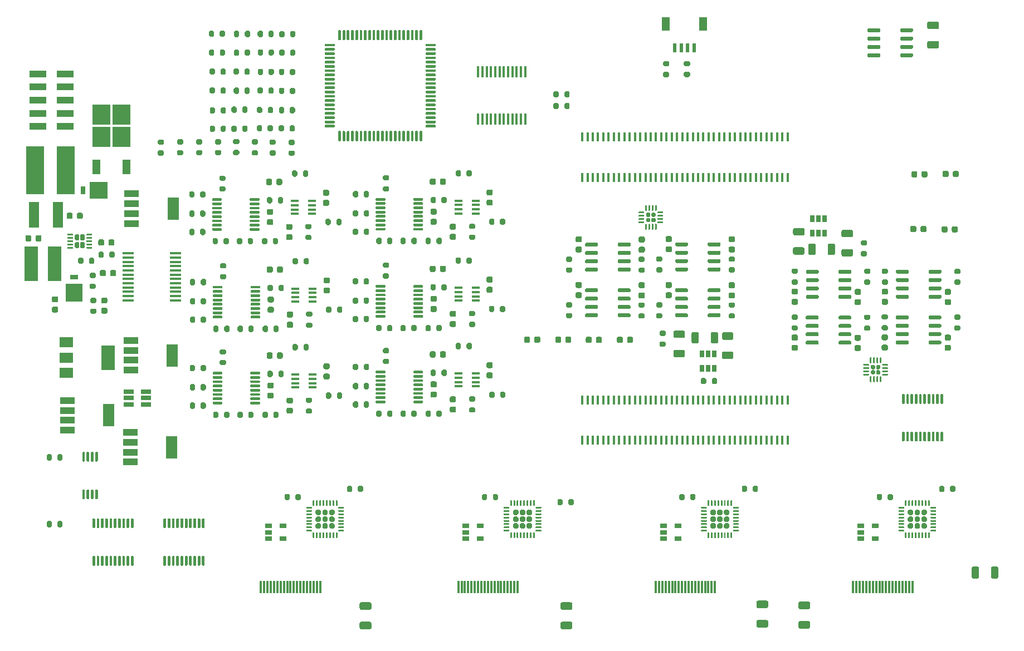
<source format=gtp>
G04 #@! TF.GenerationSoftware,KiCad,Pcbnew,(5.1.9-0-10_14)*
G04 #@! TF.CreationDate,2021-07-02T21:36:42-05:00*
G04 #@! TF.ProjectId,covg_daq_v2,636f7667-5f64-4617-915f-76322e6b6963,rev?*
G04 #@! TF.SameCoordinates,Original*
G04 #@! TF.FileFunction,Paste,Top*
G04 #@! TF.FilePolarity,Positive*
%FSLAX46Y46*%
G04 Gerber Fmt 4.6, Leading zero omitted, Abs format (unit mm)*
G04 Created by KiCad (PCBNEW (5.1.9-0-10_14)) date 2021-07-02 21:36:42*
%MOMM*%
%LPD*%
G01*
G04 APERTURE LIST*
%ADD10C,0.100000*%
%ADD11R,0.457000X1.448000*%
%ADD12R,0.300000X1.900000*%
%ADD13R,2.670000X2.540000*%
%ADD14R,0.762000X1.270000*%
%ADD15R,2.540000X2.670000*%
%ADD16R,1.270000X0.762000*%
%ADD17R,1.198880X1.998980*%
%ADD18R,0.599440X1.348740*%
%ADD19R,2.200000X1.000000*%
%ADD20R,1.800000X3.400000*%
%ADD21R,2.006600X5.308600*%
%ADD22R,2.692400X7.289800*%
%ADD23R,1.498600X3.987800*%
%ADD24R,0.650000X1.060000*%
%ADD25R,1.220000X0.400000*%
%ADD26R,1.060000X0.650000*%
%ADD27R,0.450000X1.750000*%
%ADD28R,1.750000X0.450000*%
%ADD29R,2.750000X3.050000*%
%ADD30R,1.200000X2.200000*%
%ADD31R,1.560000X0.650000*%
%ADD32R,2.000000X1.500000*%
%ADD33R,2.000000X3.800000*%
%ADD34R,2.580000X1.000000*%
G04 APERTURE END LIST*
D10*
G36*
X44156600Y7291800D02*
G01*
X44334400Y7291800D01*
X44334400Y8612600D01*
X44156600Y8612600D01*
X44156600Y7291800D01*
G37*
G36*
X44664600Y7291800D02*
G01*
X44842400Y7291800D01*
X44842400Y8612600D01*
X44664600Y8612600D01*
X44664600Y7291800D01*
G37*
G36*
X45172600Y7291800D02*
G01*
X45350400Y7291800D01*
X45350400Y8612600D01*
X45172600Y8612600D01*
X45172600Y7291800D01*
G37*
G36*
X45655200Y7291800D02*
G01*
X45833000Y7291800D01*
X45833000Y8612600D01*
X45655200Y8612600D01*
X45655200Y7291800D01*
G37*
G36*
X46163200Y7291800D02*
G01*
X46341000Y7291800D01*
X46341000Y8612600D01*
X46163200Y8612600D01*
X46163200Y7291800D01*
G37*
G36*
X46671200Y7266400D02*
G01*
X46849000Y7266400D01*
X46849000Y8587200D01*
X46671200Y8587200D01*
X46671200Y7266400D01*
G37*
G36*
X47153800Y7291800D02*
G01*
X47331600Y7291800D01*
X47331600Y8612600D01*
X47153800Y8612600D01*
X47153800Y7291800D01*
G37*
G36*
X47661800Y7317200D02*
G01*
X47839600Y7317200D01*
X47839600Y8638000D01*
X47661800Y8638000D01*
X47661800Y7317200D01*
G37*
G36*
X48169800Y7266400D02*
G01*
X48347600Y7266400D01*
X48347600Y8587200D01*
X48169800Y8587200D01*
X48169800Y7266400D01*
G37*
G36*
X48677800Y7266400D02*
G01*
X48855600Y7266400D01*
X48855600Y8587200D01*
X48677800Y8587200D01*
X48677800Y7266400D01*
G37*
G36*
X49160400Y7291800D02*
G01*
X49338200Y7291800D01*
X49338200Y8612600D01*
X49160400Y8612600D01*
X49160400Y7291800D01*
G37*
G36*
X49668400Y7266400D02*
G01*
X49846200Y7266400D01*
X49846200Y8587200D01*
X49668400Y8587200D01*
X49668400Y7266400D01*
G37*
G36*
X50151000Y7266400D02*
G01*
X50328800Y7266400D01*
X50328800Y8587200D01*
X50151000Y8587200D01*
X50151000Y7266400D01*
G37*
G36*
X50659000Y7291800D02*
G01*
X50836800Y7291800D01*
X50836800Y8612600D01*
X50659000Y8612600D01*
X50659000Y7291800D01*
G37*
G36*
X51167000Y7291800D02*
G01*
X51344800Y7291800D01*
X51344800Y8612600D01*
X51167000Y8612600D01*
X51167000Y7291800D01*
G37*
G36*
X51649600Y7291800D02*
G01*
X51827400Y7291800D01*
X51827400Y8612600D01*
X51649600Y8612600D01*
X51649600Y7291800D01*
G37*
G36*
X52157600Y7291800D02*
G01*
X52335400Y7291800D01*
X52335400Y8612600D01*
X52157600Y8612600D01*
X52157600Y7291800D01*
G37*
G36*
X52665600Y7291800D02*
G01*
X52843400Y7291800D01*
X52843400Y8612600D01*
X52665600Y8612600D01*
X52665600Y7291800D01*
G37*
G36*
X53173600Y7266400D02*
G01*
X53351400Y7266400D01*
X53351400Y8587200D01*
X53173600Y8587200D01*
X53173600Y7266400D01*
G37*
G36*
X134156600Y7291800D02*
G01*
X134334400Y7291800D01*
X134334400Y8612600D01*
X134156600Y8612600D01*
X134156600Y7291800D01*
G37*
G36*
X134664600Y7291800D02*
G01*
X134842400Y7291800D01*
X134842400Y8612600D01*
X134664600Y8612600D01*
X134664600Y7291800D01*
G37*
G36*
X135172600Y7291800D02*
G01*
X135350400Y7291800D01*
X135350400Y8612600D01*
X135172600Y8612600D01*
X135172600Y7291800D01*
G37*
G36*
X135655200Y7291800D02*
G01*
X135833000Y7291800D01*
X135833000Y8612600D01*
X135655200Y8612600D01*
X135655200Y7291800D01*
G37*
G36*
X136163200Y7291800D02*
G01*
X136341000Y7291800D01*
X136341000Y8612600D01*
X136163200Y8612600D01*
X136163200Y7291800D01*
G37*
G36*
X136671200Y7266400D02*
G01*
X136849000Y7266400D01*
X136849000Y8587200D01*
X136671200Y8587200D01*
X136671200Y7266400D01*
G37*
G36*
X137153800Y7291800D02*
G01*
X137331600Y7291800D01*
X137331600Y8612600D01*
X137153800Y8612600D01*
X137153800Y7291800D01*
G37*
G36*
X137661800Y7317200D02*
G01*
X137839600Y7317200D01*
X137839600Y8638000D01*
X137661800Y8638000D01*
X137661800Y7317200D01*
G37*
G36*
X138169800Y7266400D02*
G01*
X138347600Y7266400D01*
X138347600Y8587200D01*
X138169800Y8587200D01*
X138169800Y7266400D01*
G37*
G36*
X138677800Y7266400D02*
G01*
X138855600Y7266400D01*
X138855600Y8587200D01*
X138677800Y8587200D01*
X138677800Y7266400D01*
G37*
G36*
X139160400Y7291800D02*
G01*
X139338200Y7291800D01*
X139338200Y8612600D01*
X139160400Y8612600D01*
X139160400Y7291800D01*
G37*
G36*
X139668400Y7266400D02*
G01*
X139846200Y7266400D01*
X139846200Y8587200D01*
X139668400Y8587200D01*
X139668400Y7266400D01*
G37*
G36*
X140151000Y7266400D02*
G01*
X140328800Y7266400D01*
X140328800Y8587200D01*
X140151000Y8587200D01*
X140151000Y7266400D01*
G37*
G36*
X140659000Y7291800D02*
G01*
X140836800Y7291800D01*
X140836800Y8612600D01*
X140659000Y8612600D01*
X140659000Y7291800D01*
G37*
G36*
X141167000Y7291800D02*
G01*
X141344800Y7291800D01*
X141344800Y8612600D01*
X141167000Y8612600D01*
X141167000Y7291800D01*
G37*
G36*
X141649600Y7291800D02*
G01*
X141827400Y7291800D01*
X141827400Y8612600D01*
X141649600Y8612600D01*
X141649600Y7291800D01*
G37*
G36*
X142157600Y7291800D02*
G01*
X142335400Y7291800D01*
X142335400Y8612600D01*
X142157600Y8612600D01*
X142157600Y7291800D01*
G37*
G36*
X142665600Y7291800D02*
G01*
X142843400Y7291800D01*
X142843400Y8612600D01*
X142665600Y8612600D01*
X142665600Y7291800D01*
G37*
G36*
X143173600Y7266400D02*
G01*
X143351400Y7266400D01*
X143351400Y8587200D01*
X143173600Y8587200D01*
X143173600Y7266400D01*
G37*
G36*
X104156600Y7291800D02*
G01*
X104334400Y7291800D01*
X104334400Y8612600D01*
X104156600Y8612600D01*
X104156600Y7291800D01*
G37*
G36*
X104664600Y7291800D02*
G01*
X104842400Y7291800D01*
X104842400Y8612600D01*
X104664600Y8612600D01*
X104664600Y7291800D01*
G37*
G36*
X105172600Y7291800D02*
G01*
X105350400Y7291800D01*
X105350400Y8612600D01*
X105172600Y8612600D01*
X105172600Y7291800D01*
G37*
G36*
X105655200Y7291800D02*
G01*
X105833000Y7291800D01*
X105833000Y8612600D01*
X105655200Y8612600D01*
X105655200Y7291800D01*
G37*
G36*
X106163200Y7291800D02*
G01*
X106341000Y7291800D01*
X106341000Y8612600D01*
X106163200Y8612600D01*
X106163200Y7291800D01*
G37*
G36*
X106671200Y7266400D02*
G01*
X106849000Y7266400D01*
X106849000Y8587200D01*
X106671200Y8587200D01*
X106671200Y7266400D01*
G37*
G36*
X107153800Y7291800D02*
G01*
X107331600Y7291800D01*
X107331600Y8612600D01*
X107153800Y8612600D01*
X107153800Y7291800D01*
G37*
G36*
X107661800Y7317200D02*
G01*
X107839600Y7317200D01*
X107839600Y8638000D01*
X107661800Y8638000D01*
X107661800Y7317200D01*
G37*
G36*
X108169800Y7266400D02*
G01*
X108347600Y7266400D01*
X108347600Y8587200D01*
X108169800Y8587200D01*
X108169800Y7266400D01*
G37*
G36*
X108677800Y7266400D02*
G01*
X108855600Y7266400D01*
X108855600Y8587200D01*
X108677800Y8587200D01*
X108677800Y7266400D01*
G37*
G36*
X109160400Y7291800D02*
G01*
X109338200Y7291800D01*
X109338200Y8612600D01*
X109160400Y8612600D01*
X109160400Y7291800D01*
G37*
G36*
X109668400Y7266400D02*
G01*
X109846200Y7266400D01*
X109846200Y8587200D01*
X109668400Y8587200D01*
X109668400Y7266400D01*
G37*
G36*
X110151000Y7266400D02*
G01*
X110328800Y7266400D01*
X110328800Y8587200D01*
X110151000Y8587200D01*
X110151000Y7266400D01*
G37*
G36*
X110659000Y7291800D02*
G01*
X110836800Y7291800D01*
X110836800Y8612600D01*
X110659000Y8612600D01*
X110659000Y7291800D01*
G37*
G36*
X111167000Y7291800D02*
G01*
X111344800Y7291800D01*
X111344800Y8612600D01*
X111167000Y8612600D01*
X111167000Y7291800D01*
G37*
G36*
X111649600Y7291800D02*
G01*
X111827400Y7291800D01*
X111827400Y8612600D01*
X111649600Y8612600D01*
X111649600Y7291800D01*
G37*
G36*
X112157600Y7291800D02*
G01*
X112335400Y7291800D01*
X112335400Y8612600D01*
X112157600Y8612600D01*
X112157600Y7291800D01*
G37*
G36*
X112665600Y7291800D02*
G01*
X112843400Y7291800D01*
X112843400Y8612600D01*
X112665600Y8612600D01*
X112665600Y7291800D01*
G37*
G36*
X113173600Y7266400D02*
G01*
X113351400Y7266400D01*
X113351400Y8587200D01*
X113173600Y8587200D01*
X113173600Y7266400D01*
G37*
G36*
X74156600Y7291800D02*
G01*
X74334400Y7291800D01*
X74334400Y8612600D01*
X74156600Y8612600D01*
X74156600Y7291800D01*
G37*
G36*
X74664600Y7291800D02*
G01*
X74842400Y7291800D01*
X74842400Y8612600D01*
X74664600Y8612600D01*
X74664600Y7291800D01*
G37*
G36*
X75172600Y7291800D02*
G01*
X75350400Y7291800D01*
X75350400Y8612600D01*
X75172600Y8612600D01*
X75172600Y7291800D01*
G37*
G36*
X75655200Y7291800D02*
G01*
X75833000Y7291800D01*
X75833000Y8612600D01*
X75655200Y8612600D01*
X75655200Y7291800D01*
G37*
G36*
X76163200Y7291800D02*
G01*
X76341000Y7291800D01*
X76341000Y8612600D01*
X76163200Y8612600D01*
X76163200Y7291800D01*
G37*
G36*
X76671200Y7266400D02*
G01*
X76849000Y7266400D01*
X76849000Y8587200D01*
X76671200Y8587200D01*
X76671200Y7266400D01*
G37*
G36*
X77153800Y7291800D02*
G01*
X77331600Y7291800D01*
X77331600Y8612600D01*
X77153800Y8612600D01*
X77153800Y7291800D01*
G37*
G36*
X77661800Y7317200D02*
G01*
X77839600Y7317200D01*
X77839600Y8638000D01*
X77661800Y8638000D01*
X77661800Y7317200D01*
G37*
G36*
X78169800Y7266400D02*
G01*
X78347600Y7266400D01*
X78347600Y8587200D01*
X78169800Y8587200D01*
X78169800Y7266400D01*
G37*
G36*
X78677800Y7266400D02*
G01*
X78855600Y7266400D01*
X78855600Y8587200D01*
X78677800Y8587200D01*
X78677800Y7266400D01*
G37*
G36*
X79160400Y7291800D02*
G01*
X79338200Y7291800D01*
X79338200Y8612600D01*
X79160400Y8612600D01*
X79160400Y7291800D01*
G37*
G36*
X79668400Y7266400D02*
G01*
X79846200Y7266400D01*
X79846200Y8587200D01*
X79668400Y8587200D01*
X79668400Y7266400D01*
G37*
G36*
X80151000Y7266400D02*
G01*
X80328800Y7266400D01*
X80328800Y8587200D01*
X80151000Y8587200D01*
X80151000Y7266400D01*
G37*
G36*
X80659000Y7291800D02*
G01*
X80836800Y7291800D01*
X80836800Y8612600D01*
X80659000Y8612600D01*
X80659000Y7291800D01*
G37*
G36*
X81167000Y7291800D02*
G01*
X81344800Y7291800D01*
X81344800Y8612600D01*
X81167000Y8612600D01*
X81167000Y7291800D01*
G37*
G36*
X81649600Y7291800D02*
G01*
X81827400Y7291800D01*
X81827400Y8612600D01*
X81649600Y8612600D01*
X81649600Y7291800D01*
G37*
G36*
X82157600Y7291800D02*
G01*
X82335400Y7291800D01*
X82335400Y8612600D01*
X82157600Y8612600D01*
X82157600Y7291800D01*
G37*
G36*
X82665600Y7291800D02*
G01*
X82843400Y7291800D01*
X82843400Y8612600D01*
X82665600Y8612600D01*
X82665600Y7291800D01*
G37*
G36*
X83173600Y7266400D02*
G01*
X83351400Y7266400D01*
X83351400Y8587200D01*
X83173600Y8587200D01*
X83173600Y7266400D01*
G37*
G36*
G01*
X139313400Y52273000D02*
X138813400Y52273000D01*
G75*
G02*
X138588400Y52498000I0J225000D01*
G01*
X138588400Y52948000D01*
G75*
G02*
X138813400Y53173000I225000J0D01*
G01*
X139313400Y53173000D01*
G75*
G02*
X139538400Y52948000I0J-225000D01*
G01*
X139538400Y52498000D01*
G75*
G02*
X139313400Y52273000I-225000J0D01*
G01*
G37*
G36*
G01*
X139313400Y50723000D02*
X138813400Y50723000D01*
G75*
G02*
X138588400Y50948000I0J225000D01*
G01*
X138588400Y51398000D01*
G75*
G02*
X138813400Y51623000I225000J0D01*
G01*
X139313400Y51623000D01*
G75*
G02*
X139538400Y51398000I0J-225000D01*
G01*
X139538400Y50948000D01*
G75*
G02*
X139313400Y50723000I-225000J0D01*
G01*
G37*
G36*
G01*
X148892200Y52234600D02*
X148392200Y52234600D01*
G75*
G02*
X148167200Y52459600I0J225000D01*
G01*
X148167200Y52909600D01*
G75*
G02*
X148392200Y53134600I225000J0D01*
G01*
X148892200Y53134600D01*
G75*
G02*
X149117200Y52909600I0J-225000D01*
G01*
X149117200Y52459600D01*
G75*
G02*
X148892200Y52234600I-225000J0D01*
G01*
G37*
G36*
G01*
X148892200Y50684600D02*
X148392200Y50684600D01*
G75*
G02*
X148167200Y50909600I0J225000D01*
G01*
X148167200Y51359600D01*
G75*
G02*
X148392200Y51584600I225000J0D01*
G01*
X148892200Y51584600D01*
G75*
G02*
X149117200Y51359600I0J-225000D01*
G01*
X149117200Y50909600D01*
G75*
G02*
X148892200Y50684600I-225000J0D01*
G01*
G37*
G36*
G01*
X139301400Y45317200D02*
X138801400Y45317200D01*
G75*
G02*
X138576400Y45542200I0J225000D01*
G01*
X138576400Y45992200D01*
G75*
G02*
X138801400Y46217200I225000J0D01*
G01*
X139301400Y46217200D01*
G75*
G02*
X139526400Y45992200I0J-225000D01*
G01*
X139526400Y45542200D01*
G75*
G02*
X139301400Y45317200I-225000J0D01*
G01*
G37*
G36*
G01*
X139301400Y43767200D02*
X138801400Y43767200D01*
G75*
G02*
X138576400Y43992200I0J225000D01*
G01*
X138576400Y44442200D01*
G75*
G02*
X138801400Y44667200I225000J0D01*
G01*
X139301400Y44667200D01*
G75*
G02*
X139526400Y44442200I0J-225000D01*
G01*
X139526400Y43992200D01*
G75*
G02*
X139301400Y43767200I-225000J0D01*
G01*
G37*
G36*
G01*
X148880200Y45278800D02*
X148380200Y45278800D01*
G75*
G02*
X148155200Y45503800I0J225000D01*
G01*
X148155200Y45953800D01*
G75*
G02*
X148380200Y46178800I225000J0D01*
G01*
X148880200Y46178800D01*
G75*
G02*
X149105200Y45953800I0J-225000D01*
G01*
X149105200Y45503800D01*
G75*
G02*
X148880200Y45278800I-225000J0D01*
G01*
G37*
G36*
G01*
X148880200Y43728800D02*
X148380200Y43728800D01*
G75*
G02*
X148155200Y43953800I0J225000D01*
G01*
X148155200Y44403800D01*
G75*
G02*
X148380200Y44628800I225000J0D01*
G01*
X148880200Y44628800D01*
G75*
G02*
X149105200Y44403800I0J-225000D01*
G01*
X149105200Y43953800D01*
G75*
G02*
X148880200Y43728800I-225000J0D01*
G01*
G37*
G36*
G01*
X125616400Y45283000D02*
X125116400Y45283000D01*
G75*
G02*
X124891400Y45508000I0J225000D01*
G01*
X124891400Y45958000D01*
G75*
G02*
X125116400Y46183000I225000J0D01*
G01*
X125616400Y46183000D01*
G75*
G02*
X125841400Y45958000I0J-225000D01*
G01*
X125841400Y45508000D01*
G75*
G02*
X125616400Y45283000I-225000J0D01*
G01*
G37*
G36*
G01*
X125616400Y43733000D02*
X125116400Y43733000D01*
G75*
G02*
X124891400Y43958000I0J225000D01*
G01*
X124891400Y44408000D01*
G75*
G02*
X125116400Y44633000I225000J0D01*
G01*
X125616400Y44633000D01*
G75*
G02*
X125841400Y44408000I0J-225000D01*
G01*
X125841400Y43958000D01*
G75*
G02*
X125616400Y43733000I-225000J0D01*
G01*
G37*
G36*
G01*
X135195200Y45244600D02*
X134695200Y45244600D01*
G75*
G02*
X134470200Y45469600I0J225000D01*
G01*
X134470200Y45919600D01*
G75*
G02*
X134695200Y46144600I225000J0D01*
G01*
X135195200Y46144600D01*
G75*
G02*
X135420200Y45919600I0J-225000D01*
G01*
X135420200Y45469600D01*
G75*
G02*
X135195200Y45244600I-225000J0D01*
G01*
G37*
G36*
G01*
X135195200Y43694600D02*
X134695200Y43694600D01*
G75*
G02*
X134470200Y43919600I0J225000D01*
G01*
X134470200Y44369600D01*
G75*
G02*
X134695200Y44594600I225000J0D01*
G01*
X135195200Y44594600D01*
G75*
G02*
X135420200Y44369600I0J-225000D01*
G01*
X135420200Y43919600D01*
G75*
G02*
X135195200Y43694600I-225000J0D01*
G01*
G37*
G36*
G01*
X125624400Y52275000D02*
X125124400Y52275000D01*
G75*
G02*
X124899400Y52500000I0J225000D01*
G01*
X124899400Y52950000D01*
G75*
G02*
X125124400Y53175000I225000J0D01*
G01*
X125624400Y53175000D01*
G75*
G02*
X125849400Y52950000I0J-225000D01*
G01*
X125849400Y52500000D01*
G75*
G02*
X125624400Y52275000I-225000J0D01*
G01*
G37*
G36*
G01*
X125624400Y50725000D02*
X125124400Y50725000D01*
G75*
G02*
X124899400Y50950000I0J225000D01*
G01*
X124899400Y51400000D01*
G75*
G02*
X125124400Y51625000I225000J0D01*
G01*
X125624400Y51625000D01*
G75*
G02*
X125849400Y51400000I0J-225000D01*
G01*
X125849400Y50950000D01*
G75*
G02*
X125624400Y50725000I-225000J0D01*
G01*
G37*
G36*
G01*
X135203200Y52236600D02*
X134703200Y52236600D01*
G75*
G02*
X134478200Y52461600I0J225000D01*
G01*
X134478200Y52911600D01*
G75*
G02*
X134703200Y53136600I225000J0D01*
G01*
X135203200Y53136600D01*
G75*
G02*
X135428200Y52911600I0J-225000D01*
G01*
X135428200Y52461600D01*
G75*
G02*
X135203200Y52236600I-225000J0D01*
G01*
G37*
G36*
G01*
X135203200Y50686600D02*
X134703200Y50686600D01*
G75*
G02*
X134478200Y50911600I0J225000D01*
G01*
X134478200Y51361600D01*
G75*
G02*
X134703200Y51586600I225000J0D01*
G01*
X135203200Y51586600D01*
G75*
G02*
X135428200Y51361600I0J-225000D01*
G01*
X135428200Y50911600D01*
G75*
G02*
X135203200Y50686600I-225000J0D01*
G01*
G37*
G36*
G01*
X101862000Y52597600D02*
X102362000Y52597600D01*
G75*
G02*
X102587000Y52372600I0J-225000D01*
G01*
X102587000Y51922600D01*
G75*
G02*
X102362000Y51697600I-225000J0D01*
G01*
X101862000Y51697600D01*
G75*
G02*
X101637000Y51922600I0J225000D01*
G01*
X101637000Y52372600D01*
G75*
G02*
X101862000Y52597600I225000J0D01*
G01*
G37*
G36*
G01*
X101862000Y54147600D02*
X102362000Y54147600D01*
G75*
G02*
X102587000Y53922600I0J-225000D01*
G01*
X102587000Y53472600D01*
G75*
G02*
X102362000Y53247600I-225000J0D01*
G01*
X101862000Y53247600D01*
G75*
G02*
X101637000Y53472600I0J225000D01*
G01*
X101637000Y53922600D01*
G75*
G02*
X101862000Y54147600I225000J0D01*
G01*
G37*
G36*
G01*
X92283200Y52636000D02*
X92783200Y52636000D01*
G75*
G02*
X93008200Y52411000I0J-225000D01*
G01*
X93008200Y51961000D01*
G75*
G02*
X92783200Y51736000I-225000J0D01*
G01*
X92283200Y51736000D01*
G75*
G02*
X92058200Y51961000I0J225000D01*
G01*
X92058200Y52411000D01*
G75*
G02*
X92283200Y52636000I225000J0D01*
G01*
G37*
G36*
G01*
X92283200Y54186000D02*
X92783200Y54186000D01*
G75*
G02*
X93008200Y53961000I0J-225000D01*
G01*
X93008200Y53511000D01*
G75*
G02*
X92783200Y53286000I-225000J0D01*
G01*
X92283200Y53286000D01*
G75*
G02*
X92058200Y53511000I0J225000D01*
G01*
X92058200Y53961000D01*
G75*
G02*
X92283200Y54186000I225000J0D01*
G01*
G37*
G36*
G01*
X101874200Y59553400D02*
X102374200Y59553400D01*
G75*
G02*
X102599200Y59328400I0J-225000D01*
G01*
X102599200Y58878400D01*
G75*
G02*
X102374200Y58653400I-225000J0D01*
G01*
X101874200Y58653400D01*
G75*
G02*
X101649200Y58878400I0J225000D01*
G01*
X101649200Y59328400D01*
G75*
G02*
X101874200Y59553400I225000J0D01*
G01*
G37*
G36*
G01*
X101874200Y61103400D02*
X102374200Y61103400D01*
G75*
G02*
X102599200Y60878400I0J-225000D01*
G01*
X102599200Y60428400D01*
G75*
G02*
X102374200Y60203400I-225000J0D01*
G01*
X101874200Y60203400D01*
G75*
G02*
X101649200Y60428400I0J225000D01*
G01*
X101649200Y60878400D01*
G75*
G02*
X101874200Y61103400I225000J0D01*
G01*
G37*
G36*
G01*
X92295400Y59591800D02*
X92795400Y59591800D01*
G75*
G02*
X93020400Y59366800I0J-225000D01*
G01*
X93020400Y58916800D01*
G75*
G02*
X92795400Y58691800I-225000J0D01*
G01*
X92295400Y58691800D01*
G75*
G02*
X92070400Y58916800I0J225000D01*
G01*
X92070400Y59366800D01*
G75*
G02*
X92295400Y59591800I225000J0D01*
G01*
G37*
G36*
G01*
X92295400Y61141800D02*
X92795400Y61141800D01*
G75*
G02*
X93020400Y60916800I0J-225000D01*
G01*
X93020400Y60466800D01*
G75*
G02*
X92795400Y60241800I-225000J0D01*
G01*
X92295400Y60241800D01*
G75*
G02*
X92070400Y60466800I0J225000D01*
G01*
X92070400Y60916800D01*
G75*
G02*
X92295400Y61141800I225000J0D01*
G01*
G37*
G36*
G01*
X115559600Y59587600D02*
X116059600Y59587600D01*
G75*
G02*
X116284600Y59362600I0J-225000D01*
G01*
X116284600Y58912600D01*
G75*
G02*
X116059600Y58687600I-225000J0D01*
G01*
X115559600Y58687600D01*
G75*
G02*
X115334600Y58912600I0J225000D01*
G01*
X115334600Y59362600D01*
G75*
G02*
X115559600Y59587600I225000J0D01*
G01*
G37*
G36*
G01*
X115559600Y61137600D02*
X116059600Y61137600D01*
G75*
G02*
X116284600Y60912600I0J-225000D01*
G01*
X116284600Y60462600D01*
G75*
G02*
X116059600Y60237600I-225000J0D01*
G01*
X115559600Y60237600D01*
G75*
G02*
X115334600Y60462600I0J225000D01*
G01*
X115334600Y60912600D01*
G75*
G02*
X115559600Y61137600I225000J0D01*
G01*
G37*
G36*
G01*
X105980800Y59626000D02*
X106480800Y59626000D01*
G75*
G02*
X106705800Y59401000I0J-225000D01*
G01*
X106705800Y58951000D01*
G75*
G02*
X106480800Y58726000I-225000J0D01*
G01*
X105980800Y58726000D01*
G75*
G02*
X105755800Y58951000I0J225000D01*
G01*
X105755800Y59401000D01*
G75*
G02*
X105980800Y59626000I225000J0D01*
G01*
G37*
G36*
G01*
X105980800Y61176000D02*
X106480800Y61176000D01*
G75*
G02*
X106705800Y60951000I0J-225000D01*
G01*
X106705800Y60501000D01*
G75*
G02*
X106480800Y60276000I-225000J0D01*
G01*
X105980800Y60276000D01*
G75*
G02*
X105755800Y60501000I0J225000D01*
G01*
X105755800Y60951000D01*
G75*
G02*
X105980800Y61176000I225000J0D01*
G01*
G37*
G36*
G01*
X115551600Y52595600D02*
X116051600Y52595600D01*
G75*
G02*
X116276600Y52370600I0J-225000D01*
G01*
X116276600Y51920600D01*
G75*
G02*
X116051600Y51695600I-225000J0D01*
G01*
X115551600Y51695600D01*
G75*
G02*
X115326600Y51920600I0J225000D01*
G01*
X115326600Y52370600D01*
G75*
G02*
X115551600Y52595600I225000J0D01*
G01*
G37*
G36*
G01*
X115551600Y54145600D02*
X116051600Y54145600D01*
G75*
G02*
X116276600Y53920600I0J-225000D01*
G01*
X116276600Y53470600D01*
G75*
G02*
X116051600Y53245600I-225000J0D01*
G01*
X115551600Y53245600D01*
G75*
G02*
X115326600Y53470600I0J225000D01*
G01*
X115326600Y53920600D01*
G75*
G02*
X115551600Y54145600I225000J0D01*
G01*
G37*
G36*
G01*
X105972800Y52634000D02*
X106472800Y52634000D01*
G75*
G02*
X106697800Y52409000I0J-225000D01*
G01*
X106697800Y51959000D01*
G75*
G02*
X106472800Y51734000I-225000J0D01*
G01*
X105972800Y51734000D01*
G75*
G02*
X105747800Y51959000I0J225000D01*
G01*
X105747800Y52409000D01*
G75*
G02*
X105972800Y52634000I225000J0D01*
G01*
G37*
G36*
G01*
X105972800Y54184000D02*
X106472800Y54184000D01*
G75*
G02*
X106697800Y53959000I0J-225000D01*
G01*
X106697800Y53509000D01*
G75*
G02*
X106472800Y53284000I-225000J0D01*
G01*
X105972800Y53284000D01*
G75*
G02*
X105747800Y53509000I0J225000D01*
G01*
X105747800Y53959000D01*
G75*
G02*
X105972800Y54184000I225000J0D01*
G01*
G37*
D11*
X109084900Y30095100D03*
X108284900Y30095100D03*
X109884900Y30095100D03*
X110684900Y30095100D03*
X111484900Y30095100D03*
X112284900Y30095100D03*
X113084900Y30095100D03*
X113884900Y30095100D03*
X114684900Y30095100D03*
X115484900Y30095100D03*
X116284900Y30095100D03*
X117084900Y30095100D03*
X117884900Y30095100D03*
X118684900Y30095100D03*
X119484900Y30095100D03*
X120284900Y30095100D03*
X121084900Y30095100D03*
X121884900Y30095100D03*
X122684900Y30095100D03*
X107484900Y30095100D03*
X106684900Y30095100D03*
X105884900Y30095100D03*
X105084900Y30095100D03*
X104284900Y30095100D03*
X103484900Y30095100D03*
X102684900Y30095100D03*
X101884900Y30095100D03*
X101084900Y30095100D03*
X100284900Y30095100D03*
X99484900Y30095100D03*
X98684900Y30095100D03*
X97884900Y30095100D03*
X97084900Y30095100D03*
X96284900Y30095100D03*
X95484900Y30095100D03*
X94684900Y30095100D03*
X123484900Y30095100D03*
X93884900Y30095100D03*
X124284900Y30095100D03*
X93084900Y30095100D03*
X109084900Y36267100D03*
X108284900Y36267100D03*
X109884900Y36267100D03*
X110684900Y36267100D03*
X111484900Y36267100D03*
X112284900Y36267100D03*
X113084900Y36267100D03*
X113884900Y36267100D03*
X114684900Y36267100D03*
X115484900Y36267100D03*
X116284900Y36267100D03*
X117084900Y36267100D03*
X117884900Y36267100D03*
X118684900Y36267100D03*
X119484900Y36267100D03*
X120284900Y36267100D03*
X121084900Y36267100D03*
X121884900Y36267100D03*
X122684900Y36267100D03*
X107484900Y36267100D03*
X106684900Y36267100D03*
X105884900Y36267100D03*
X105084900Y36267100D03*
X104284900Y36267100D03*
X103484900Y36267100D03*
X102684900Y36267100D03*
X101884900Y36267100D03*
X101084900Y36267100D03*
X100284900Y36267100D03*
X99484900Y36267100D03*
X98684900Y36267100D03*
X97884900Y36267100D03*
X97084900Y36267100D03*
X96284900Y36267100D03*
X95484900Y36267100D03*
X94684900Y36267100D03*
X123484900Y36267100D03*
X93884900Y36267100D03*
X124284900Y36267100D03*
X93084900Y36267100D03*
X109084900Y70095100D03*
X108284900Y70095100D03*
X109884900Y70095100D03*
X110684900Y70095100D03*
X111484900Y70095100D03*
X112284900Y70095100D03*
X113084900Y70095100D03*
X113884900Y70095100D03*
X114684900Y70095100D03*
X115484900Y70095100D03*
X116284900Y70095100D03*
X117084900Y70095100D03*
X117884900Y70095100D03*
X118684900Y70095100D03*
X119484900Y70095100D03*
X120284900Y70095100D03*
X121084900Y70095100D03*
X121884900Y70095100D03*
X122684900Y70095100D03*
X107484900Y70095100D03*
X106684900Y70095100D03*
X105884900Y70095100D03*
X105084900Y70095100D03*
X104284900Y70095100D03*
X103484900Y70095100D03*
X102684900Y70095100D03*
X101884900Y70095100D03*
X101084900Y70095100D03*
X100284900Y70095100D03*
X99484900Y70095100D03*
X98684900Y70095100D03*
X97884900Y70095100D03*
X97084900Y70095100D03*
X96284900Y70095100D03*
X95484900Y70095100D03*
X94684900Y70095100D03*
X123484900Y70095100D03*
X93884900Y70095100D03*
X124284900Y70095100D03*
X93084900Y70095100D03*
X109084900Y76267100D03*
X108284900Y76267100D03*
X109884900Y76267100D03*
X110684900Y76267100D03*
X111484900Y76267100D03*
X112284900Y76267100D03*
X113084900Y76267100D03*
X113884900Y76267100D03*
X114684900Y76267100D03*
X115484900Y76267100D03*
X116284900Y76267100D03*
X117084900Y76267100D03*
X117884900Y76267100D03*
X118684900Y76267100D03*
X119484900Y76267100D03*
X120284900Y76267100D03*
X121084900Y76267100D03*
X121884900Y76267100D03*
X122684900Y76267100D03*
X107484900Y76267100D03*
X106684900Y76267100D03*
X105884900Y76267100D03*
X105084900Y76267100D03*
X104284900Y76267100D03*
X103484900Y76267100D03*
X102684900Y76267100D03*
X101884900Y76267100D03*
X101084900Y76267100D03*
X100284900Y76267100D03*
X99484900Y76267100D03*
X98684900Y76267100D03*
X97884900Y76267100D03*
X97084900Y76267100D03*
X96284900Y76267100D03*
X95484900Y76267100D03*
X94684900Y76267100D03*
X123484900Y76267100D03*
X93884900Y76267100D03*
X124284900Y76267100D03*
X93084900Y76267100D03*
D12*
X44250000Y7810000D03*
X44750000Y7810000D03*
X45250000Y7810000D03*
X45750000Y7810000D03*
X46250000Y7810000D03*
X46750000Y7810000D03*
X47250000Y7810000D03*
X47750000Y7810000D03*
X48250000Y7810000D03*
X53250000Y7810000D03*
X52750000Y7810000D03*
X52250000Y7810000D03*
X51750000Y7810000D03*
X51250000Y7810000D03*
X50750000Y7810000D03*
X50250000Y7810000D03*
X49750000Y7810000D03*
X49250000Y7810000D03*
X48750000Y7810000D03*
G36*
G01*
X144648000Y70336600D02*
X144648000Y70836600D01*
G75*
G02*
X144873000Y71061600I225000J0D01*
G01*
X145323000Y71061600D01*
G75*
G02*
X145548000Y70836600I0J-225000D01*
G01*
X145548000Y70336600D01*
G75*
G02*
X145323000Y70111600I-225000J0D01*
G01*
X144873000Y70111600D01*
G75*
G02*
X144648000Y70336600I0J225000D01*
G01*
G37*
G36*
G01*
X143098000Y70336600D02*
X143098000Y70836600D01*
G75*
G02*
X143323000Y71061600I225000J0D01*
G01*
X143773000Y71061600D01*
G75*
G02*
X143998000Y70836600I0J-225000D01*
G01*
X143998000Y70336600D01*
G75*
G02*
X143773000Y70111600I-225000J0D01*
G01*
X143323000Y70111600D01*
G75*
G02*
X143098000Y70336600I0J225000D01*
G01*
G37*
G36*
G01*
X144495000Y62005400D02*
X144495000Y62505400D01*
G75*
G02*
X144720000Y62730400I225000J0D01*
G01*
X145170000Y62730400D01*
G75*
G02*
X145395000Y62505400I0J-225000D01*
G01*
X145395000Y62005400D01*
G75*
G02*
X145170000Y61780400I-225000J0D01*
G01*
X144720000Y61780400D01*
G75*
G02*
X144495000Y62005400I0J225000D01*
G01*
G37*
G36*
G01*
X142945000Y62005400D02*
X142945000Y62505400D01*
G75*
G02*
X143170000Y62730400I225000J0D01*
G01*
X143620000Y62730400D01*
G75*
G02*
X143845000Y62505400I0J-225000D01*
G01*
X143845000Y62005400D01*
G75*
G02*
X143620000Y61780400I-225000J0D01*
G01*
X143170000Y61780400D01*
G75*
G02*
X142945000Y62005400I0J225000D01*
G01*
G37*
G36*
G01*
X149398000Y70387400D02*
X149398000Y70887400D01*
G75*
G02*
X149623000Y71112400I225000J0D01*
G01*
X150073000Y71112400D01*
G75*
G02*
X150298000Y70887400I0J-225000D01*
G01*
X150298000Y70387400D01*
G75*
G02*
X150073000Y70162400I-225000J0D01*
G01*
X149623000Y70162400D01*
G75*
G02*
X149398000Y70387400I0J225000D01*
G01*
G37*
G36*
G01*
X147848000Y70387400D02*
X147848000Y70887400D01*
G75*
G02*
X148073000Y71112400I225000J0D01*
G01*
X148523000Y71112400D01*
G75*
G02*
X148748000Y70887400I0J-225000D01*
G01*
X148748000Y70387400D01*
G75*
G02*
X148523000Y70162400I-225000J0D01*
G01*
X148073000Y70162400D01*
G75*
G02*
X147848000Y70387400I0J225000D01*
G01*
G37*
G36*
G01*
X149245000Y61954600D02*
X149245000Y62454600D01*
G75*
G02*
X149470000Y62679600I225000J0D01*
G01*
X149920000Y62679600D01*
G75*
G02*
X150145000Y62454600I0J-225000D01*
G01*
X150145000Y61954600D01*
G75*
G02*
X149920000Y61729600I-225000J0D01*
G01*
X149470000Y61729600D01*
G75*
G02*
X149245000Y61954600I0J225000D01*
G01*
G37*
G36*
G01*
X147695000Y61954600D02*
X147695000Y62454600D01*
G75*
G02*
X147920000Y62679600I225000J0D01*
G01*
X148370000Y62679600D01*
G75*
G02*
X148595000Y62454600I0J-225000D01*
G01*
X148595000Y61954600D01*
G75*
G02*
X148370000Y61729600I-225000J0D01*
G01*
X147920000Y61729600D01*
G75*
G02*
X147695000Y61954600I0J225000D01*
G01*
G37*
G36*
G01*
X90520400Y45165200D02*
X90520400Y45665200D01*
G75*
G02*
X90745400Y45890200I225000J0D01*
G01*
X91195400Y45890200D01*
G75*
G02*
X91420400Y45665200I0J-225000D01*
G01*
X91420400Y45165200D01*
G75*
G02*
X91195400Y44940200I-225000J0D01*
G01*
X90745400Y44940200D01*
G75*
G02*
X90520400Y45165200I0J225000D01*
G01*
G37*
G36*
G01*
X88970400Y45165200D02*
X88970400Y45665200D01*
G75*
G02*
X89195400Y45890200I225000J0D01*
G01*
X89645400Y45890200D01*
G75*
G02*
X89870400Y45665200I0J-225000D01*
G01*
X89870400Y45165200D01*
G75*
G02*
X89645400Y44940200I-225000J0D01*
G01*
X89195400Y44940200D01*
G75*
G02*
X88970400Y45165200I0J225000D01*
G01*
G37*
G36*
G01*
X99893000Y45139800D02*
X99893000Y45639800D01*
G75*
G02*
X100118000Y45864800I225000J0D01*
G01*
X100568000Y45864800D01*
G75*
G02*
X100793000Y45639800I0J-225000D01*
G01*
X100793000Y45139800D01*
G75*
G02*
X100568000Y44914800I-225000J0D01*
G01*
X100118000Y44914800D01*
G75*
G02*
X99893000Y45139800I0J225000D01*
G01*
G37*
G36*
G01*
X98343000Y45139800D02*
X98343000Y45639800D01*
G75*
G02*
X98568000Y45864800I225000J0D01*
G01*
X99018000Y45864800D01*
G75*
G02*
X99243000Y45639800I0J-225000D01*
G01*
X99243000Y45139800D01*
G75*
G02*
X99018000Y44914800I-225000J0D01*
G01*
X98568000Y44914800D01*
G75*
G02*
X98343000Y45139800I0J225000D01*
G01*
G37*
G36*
G01*
X85796000Y45165200D02*
X85796000Y45665200D01*
G75*
G02*
X86021000Y45890200I225000J0D01*
G01*
X86471000Y45890200D01*
G75*
G02*
X86696000Y45665200I0J-225000D01*
G01*
X86696000Y45165200D01*
G75*
G02*
X86471000Y44940200I-225000J0D01*
G01*
X86021000Y44940200D01*
G75*
G02*
X85796000Y45165200I0J225000D01*
G01*
G37*
G36*
G01*
X84246000Y45165200D02*
X84246000Y45665200D01*
G75*
G02*
X84471000Y45890200I225000J0D01*
G01*
X84921000Y45890200D01*
G75*
G02*
X85146000Y45665200I0J-225000D01*
G01*
X85146000Y45165200D01*
G75*
G02*
X84921000Y44940200I-225000J0D01*
G01*
X84471000Y44940200D01*
G75*
G02*
X84246000Y45165200I0J225000D01*
G01*
G37*
G36*
G01*
X95168600Y45139800D02*
X95168600Y45639800D01*
G75*
G02*
X95393600Y45864800I225000J0D01*
G01*
X95843600Y45864800D01*
G75*
G02*
X96068600Y45639800I0J-225000D01*
G01*
X96068600Y45139800D01*
G75*
G02*
X95843600Y44914800I-225000J0D01*
G01*
X95393600Y44914800D01*
G75*
G02*
X95168600Y45139800I0J225000D01*
G01*
G37*
G36*
G01*
X93618600Y45139800D02*
X93618600Y45639800D01*
G75*
G02*
X93843600Y45864800I225000J0D01*
G01*
X94293600Y45864800D01*
G75*
G02*
X94518600Y45639800I0J-225000D01*
G01*
X94518600Y45139800D01*
G75*
G02*
X94293600Y44914800I-225000J0D01*
G01*
X93843600Y44914800D01*
G75*
G02*
X93618600Y45139800I0J225000D01*
G01*
G37*
G36*
G01*
X142711000Y52092200D02*
X142711000Y51792200D01*
G75*
G02*
X142561000Y51642200I-150000J0D01*
G01*
X140911000Y51642200D01*
G75*
G02*
X140761000Y51792200I0J150000D01*
G01*
X140761000Y52092200D01*
G75*
G02*
X140911000Y52242200I150000J0D01*
G01*
X142561000Y52242200D01*
G75*
G02*
X142711000Y52092200I0J-150000D01*
G01*
G37*
G36*
G01*
X142711000Y53362200D02*
X142711000Y53062200D01*
G75*
G02*
X142561000Y52912200I-150000J0D01*
G01*
X140911000Y52912200D01*
G75*
G02*
X140761000Y53062200I0J150000D01*
G01*
X140761000Y53362200D01*
G75*
G02*
X140911000Y53512200I150000J0D01*
G01*
X142561000Y53512200D01*
G75*
G02*
X142711000Y53362200I0J-150000D01*
G01*
G37*
G36*
G01*
X142711000Y54632200D02*
X142711000Y54332200D01*
G75*
G02*
X142561000Y54182200I-150000J0D01*
G01*
X140911000Y54182200D01*
G75*
G02*
X140761000Y54332200I0J150000D01*
G01*
X140761000Y54632200D01*
G75*
G02*
X140911000Y54782200I150000J0D01*
G01*
X142561000Y54782200D01*
G75*
G02*
X142711000Y54632200I0J-150000D01*
G01*
G37*
G36*
G01*
X142711000Y55902200D02*
X142711000Y55602200D01*
G75*
G02*
X142561000Y55452200I-150000J0D01*
G01*
X140911000Y55452200D01*
G75*
G02*
X140761000Y55602200I0J150000D01*
G01*
X140761000Y55902200D01*
G75*
G02*
X140911000Y56052200I150000J0D01*
G01*
X142561000Y56052200D01*
G75*
G02*
X142711000Y55902200I0J-150000D01*
G01*
G37*
G36*
G01*
X147661000Y55902200D02*
X147661000Y55602200D01*
G75*
G02*
X147511000Y55452200I-150000J0D01*
G01*
X145861000Y55452200D01*
G75*
G02*
X145711000Y55602200I0J150000D01*
G01*
X145711000Y55902200D01*
G75*
G02*
X145861000Y56052200I150000J0D01*
G01*
X147511000Y56052200D01*
G75*
G02*
X147661000Y55902200I0J-150000D01*
G01*
G37*
G36*
G01*
X147661000Y54632200D02*
X147661000Y54332200D01*
G75*
G02*
X147511000Y54182200I-150000J0D01*
G01*
X145861000Y54182200D01*
G75*
G02*
X145711000Y54332200I0J150000D01*
G01*
X145711000Y54632200D01*
G75*
G02*
X145861000Y54782200I150000J0D01*
G01*
X147511000Y54782200D01*
G75*
G02*
X147661000Y54632200I0J-150000D01*
G01*
G37*
G36*
G01*
X147661000Y53362200D02*
X147661000Y53062200D01*
G75*
G02*
X147511000Y52912200I-150000J0D01*
G01*
X145861000Y52912200D01*
G75*
G02*
X145711000Y53062200I0J150000D01*
G01*
X145711000Y53362200D01*
G75*
G02*
X145861000Y53512200I150000J0D01*
G01*
X147511000Y53512200D01*
G75*
G02*
X147661000Y53362200I0J-150000D01*
G01*
G37*
G36*
G01*
X147661000Y52092200D02*
X147661000Y51792200D01*
G75*
G02*
X147511000Y51642200I-150000J0D01*
G01*
X145861000Y51642200D01*
G75*
G02*
X145711000Y51792200I0J150000D01*
G01*
X145711000Y52092200D01*
G75*
G02*
X145861000Y52242200I150000J0D01*
G01*
X147511000Y52242200D01*
G75*
G02*
X147661000Y52092200I0J-150000D01*
G01*
G37*
G36*
G01*
X142699000Y45136400D02*
X142699000Y44836400D01*
G75*
G02*
X142549000Y44686400I-150000J0D01*
G01*
X140899000Y44686400D01*
G75*
G02*
X140749000Y44836400I0J150000D01*
G01*
X140749000Y45136400D01*
G75*
G02*
X140899000Y45286400I150000J0D01*
G01*
X142549000Y45286400D01*
G75*
G02*
X142699000Y45136400I0J-150000D01*
G01*
G37*
G36*
G01*
X142699000Y46406400D02*
X142699000Y46106400D01*
G75*
G02*
X142549000Y45956400I-150000J0D01*
G01*
X140899000Y45956400D01*
G75*
G02*
X140749000Y46106400I0J150000D01*
G01*
X140749000Y46406400D01*
G75*
G02*
X140899000Y46556400I150000J0D01*
G01*
X142549000Y46556400D01*
G75*
G02*
X142699000Y46406400I0J-150000D01*
G01*
G37*
G36*
G01*
X142699000Y47676400D02*
X142699000Y47376400D01*
G75*
G02*
X142549000Y47226400I-150000J0D01*
G01*
X140899000Y47226400D01*
G75*
G02*
X140749000Y47376400I0J150000D01*
G01*
X140749000Y47676400D01*
G75*
G02*
X140899000Y47826400I150000J0D01*
G01*
X142549000Y47826400D01*
G75*
G02*
X142699000Y47676400I0J-150000D01*
G01*
G37*
G36*
G01*
X142699000Y48946400D02*
X142699000Y48646400D01*
G75*
G02*
X142549000Y48496400I-150000J0D01*
G01*
X140899000Y48496400D01*
G75*
G02*
X140749000Y48646400I0J150000D01*
G01*
X140749000Y48946400D01*
G75*
G02*
X140899000Y49096400I150000J0D01*
G01*
X142549000Y49096400D01*
G75*
G02*
X142699000Y48946400I0J-150000D01*
G01*
G37*
G36*
G01*
X147649000Y48946400D02*
X147649000Y48646400D01*
G75*
G02*
X147499000Y48496400I-150000J0D01*
G01*
X145849000Y48496400D01*
G75*
G02*
X145699000Y48646400I0J150000D01*
G01*
X145699000Y48946400D01*
G75*
G02*
X145849000Y49096400I150000J0D01*
G01*
X147499000Y49096400D01*
G75*
G02*
X147649000Y48946400I0J-150000D01*
G01*
G37*
G36*
G01*
X147649000Y47676400D02*
X147649000Y47376400D01*
G75*
G02*
X147499000Y47226400I-150000J0D01*
G01*
X145849000Y47226400D01*
G75*
G02*
X145699000Y47376400I0J150000D01*
G01*
X145699000Y47676400D01*
G75*
G02*
X145849000Y47826400I150000J0D01*
G01*
X147499000Y47826400D01*
G75*
G02*
X147649000Y47676400I0J-150000D01*
G01*
G37*
G36*
G01*
X147649000Y46406400D02*
X147649000Y46106400D01*
G75*
G02*
X147499000Y45956400I-150000J0D01*
G01*
X145849000Y45956400D01*
G75*
G02*
X145699000Y46106400I0J150000D01*
G01*
X145699000Y46406400D01*
G75*
G02*
X145849000Y46556400I150000J0D01*
G01*
X147499000Y46556400D01*
G75*
G02*
X147649000Y46406400I0J-150000D01*
G01*
G37*
G36*
G01*
X147649000Y45136400D02*
X147649000Y44836400D01*
G75*
G02*
X147499000Y44686400I-150000J0D01*
G01*
X145849000Y44686400D01*
G75*
G02*
X145699000Y44836400I0J150000D01*
G01*
X145699000Y45136400D01*
G75*
G02*
X145849000Y45286400I150000J0D01*
G01*
X147499000Y45286400D01*
G75*
G02*
X147649000Y45136400I0J-150000D01*
G01*
G37*
G36*
G01*
X129014000Y45102200D02*
X129014000Y44802200D01*
G75*
G02*
X128864000Y44652200I-150000J0D01*
G01*
X127214000Y44652200D01*
G75*
G02*
X127064000Y44802200I0J150000D01*
G01*
X127064000Y45102200D01*
G75*
G02*
X127214000Y45252200I150000J0D01*
G01*
X128864000Y45252200D01*
G75*
G02*
X129014000Y45102200I0J-150000D01*
G01*
G37*
G36*
G01*
X129014000Y46372200D02*
X129014000Y46072200D01*
G75*
G02*
X128864000Y45922200I-150000J0D01*
G01*
X127214000Y45922200D01*
G75*
G02*
X127064000Y46072200I0J150000D01*
G01*
X127064000Y46372200D01*
G75*
G02*
X127214000Y46522200I150000J0D01*
G01*
X128864000Y46522200D01*
G75*
G02*
X129014000Y46372200I0J-150000D01*
G01*
G37*
G36*
G01*
X129014000Y47642200D02*
X129014000Y47342200D01*
G75*
G02*
X128864000Y47192200I-150000J0D01*
G01*
X127214000Y47192200D01*
G75*
G02*
X127064000Y47342200I0J150000D01*
G01*
X127064000Y47642200D01*
G75*
G02*
X127214000Y47792200I150000J0D01*
G01*
X128864000Y47792200D01*
G75*
G02*
X129014000Y47642200I0J-150000D01*
G01*
G37*
G36*
G01*
X129014000Y48912200D02*
X129014000Y48612200D01*
G75*
G02*
X128864000Y48462200I-150000J0D01*
G01*
X127214000Y48462200D01*
G75*
G02*
X127064000Y48612200I0J150000D01*
G01*
X127064000Y48912200D01*
G75*
G02*
X127214000Y49062200I150000J0D01*
G01*
X128864000Y49062200D01*
G75*
G02*
X129014000Y48912200I0J-150000D01*
G01*
G37*
G36*
G01*
X133964000Y48912200D02*
X133964000Y48612200D01*
G75*
G02*
X133814000Y48462200I-150000J0D01*
G01*
X132164000Y48462200D01*
G75*
G02*
X132014000Y48612200I0J150000D01*
G01*
X132014000Y48912200D01*
G75*
G02*
X132164000Y49062200I150000J0D01*
G01*
X133814000Y49062200D01*
G75*
G02*
X133964000Y48912200I0J-150000D01*
G01*
G37*
G36*
G01*
X133964000Y47642200D02*
X133964000Y47342200D01*
G75*
G02*
X133814000Y47192200I-150000J0D01*
G01*
X132164000Y47192200D01*
G75*
G02*
X132014000Y47342200I0J150000D01*
G01*
X132014000Y47642200D01*
G75*
G02*
X132164000Y47792200I150000J0D01*
G01*
X133814000Y47792200D01*
G75*
G02*
X133964000Y47642200I0J-150000D01*
G01*
G37*
G36*
G01*
X133964000Y46372200D02*
X133964000Y46072200D01*
G75*
G02*
X133814000Y45922200I-150000J0D01*
G01*
X132164000Y45922200D01*
G75*
G02*
X132014000Y46072200I0J150000D01*
G01*
X132014000Y46372200D01*
G75*
G02*
X132164000Y46522200I150000J0D01*
G01*
X133814000Y46522200D01*
G75*
G02*
X133964000Y46372200I0J-150000D01*
G01*
G37*
G36*
G01*
X133964000Y45102200D02*
X133964000Y44802200D01*
G75*
G02*
X133814000Y44652200I-150000J0D01*
G01*
X132164000Y44652200D01*
G75*
G02*
X132014000Y44802200I0J150000D01*
G01*
X132014000Y45102200D01*
G75*
G02*
X132164000Y45252200I150000J0D01*
G01*
X133814000Y45252200D01*
G75*
G02*
X133964000Y45102200I0J-150000D01*
G01*
G37*
G36*
G01*
X112162000Y59768400D02*
X112162000Y60068400D01*
G75*
G02*
X112312000Y60218400I150000J0D01*
G01*
X113962000Y60218400D01*
G75*
G02*
X114112000Y60068400I0J-150000D01*
G01*
X114112000Y59768400D01*
G75*
G02*
X113962000Y59618400I-150000J0D01*
G01*
X112312000Y59618400D01*
G75*
G02*
X112162000Y59768400I0J150000D01*
G01*
G37*
G36*
G01*
X112162000Y58498400D02*
X112162000Y58798400D01*
G75*
G02*
X112312000Y58948400I150000J0D01*
G01*
X113962000Y58948400D01*
G75*
G02*
X114112000Y58798400I0J-150000D01*
G01*
X114112000Y58498400D01*
G75*
G02*
X113962000Y58348400I-150000J0D01*
G01*
X112312000Y58348400D01*
G75*
G02*
X112162000Y58498400I0J150000D01*
G01*
G37*
G36*
G01*
X112162000Y57228400D02*
X112162000Y57528400D01*
G75*
G02*
X112312000Y57678400I150000J0D01*
G01*
X113962000Y57678400D01*
G75*
G02*
X114112000Y57528400I0J-150000D01*
G01*
X114112000Y57228400D01*
G75*
G02*
X113962000Y57078400I-150000J0D01*
G01*
X112312000Y57078400D01*
G75*
G02*
X112162000Y57228400I0J150000D01*
G01*
G37*
G36*
G01*
X112162000Y55958400D02*
X112162000Y56258400D01*
G75*
G02*
X112312000Y56408400I150000J0D01*
G01*
X113962000Y56408400D01*
G75*
G02*
X114112000Y56258400I0J-150000D01*
G01*
X114112000Y55958400D01*
G75*
G02*
X113962000Y55808400I-150000J0D01*
G01*
X112312000Y55808400D01*
G75*
G02*
X112162000Y55958400I0J150000D01*
G01*
G37*
G36*
G01*
X107212000Y55958400D02*
X107212000Y56258400D01*
G75*
G02*
X107362000Y56408400I150000J0D01*
G01*
X109012000Y56408400D01*
G75*
G02*
X109162000Y56258400I0J-150000D01*
G01*
X109162000Y55958400D01*
G75*
G02*
X109012000Y55808400I-150000J0D01*
G01*
X107362000Y55808400D01*
G75*
G02*
X107212000Y55958400I0J150000D01*
G01*
G37*
G36*
G01*
X107212000Y57228400D02*
X107212000Y57528400D01*
G75*
G02*
X107362000Y57678400I150000J0D01*
G01*
X109012000Y57678400D01*
G75*
G02*
X109162000Y57528400I0J-150000D01*
G01*
X109162000Y57228400D01*
G75*
G02*
X109012000Y57078400I-150000J0D01*
G01*
X107362000Y57078400D01*
G75*
G02*
X107212000Y57228400I0J150000D01*
G01*
G37*
G36*
G01*
X107212000Y58498400D02*
X107212000Y58798400D01*
G75*
G02*
X107362000Y58948400I150000J0D01*
G01*
X109012000Y58948400D01*
G75*
G02*
X109162000Y58798400I0J-150000D01*
G01*
X109162000Y58498400D01*
G75*
G02*
X109012000Y58348400I-150000J0D01*
G01*
X107362000Y58348400D01*
G75*
G02*
X107212000Y58498400I0J150000D01*
G01*
G37*
G36*
G01*
X107212000Y59768400D02*
X107212000Y60068400D01*
G75*
G02*
X107362000Y60218400I150000J0D01*
G01*
X109012000Y60218400D01*
G75*
G02*
X109162000Y60068400I0J-150000D01*
G01*
X109162000Y59768400D01*
G75*
G02*
X109012000Y59618400I-150000J0D01*
G01*
X107362000Y59618400D01*
G75*
G02*
X107212000Y59768400I0J150000D01*
G01*
G37*
G36*
G01*
X129022000Y52094200D02*
X129022000Y51794200D01*
G75*
G02*
X128872000Y51644200I-150000J0D01*
G01*
X127222000Y51644200D01*
G75*
G02*
X127072000Y51794200I0J150000D01*
G01*
X127072000Y52094200D01*
G75*
G02*
X127222000Y52244200I150000J0D01*
G01*
X128872000Y52244200D01*
G75*
G02*
X129022000Y52094200I0J-150000D01*
G01*
G37*
G36*
G01*
X129022000Y53364200D02*
X129022000Y53064200D01*
G75*
G02*
X128872000Y52914200I-150000J0D01*
G01*
X127222000Y52914200D01*
G75*
G02*
X127072000Y53064200I0J150000D01*
G01*
X127072000Y53364200D01*
G75*
G02*
X127222000Y53514200I150000J0D01*
G01*
X128872000Y53514200D01*
G75*
G02*
X129022000Y53364200I0J-150000D01*
G01*
G37*
G36*
G01*
X129022000Y54634200D02*
X129022000Y54334200D01*
G75*
G02*
X128872000Y54184200I-150000J0D01*
G01*
X127222000Y54184200D01*
G75*
G02*
X127072000Y54334200I0J150000D01*
G01*
X127072000Y54634200D01*
G75*
G02*
X127222000Y54784200I150000J0D01*
G01*
X128872000Y54784200D01*
G75*
G02*
X129022000Y54634200I0J-150000D01*
G01*
G37*
G36*
G01*
X129022000Y55904200D02*
X129022000Y55604200D01*
G75*
G02*
X128872000Y55454200I-150000J0D01*
G01*
X127222000Y55454200D01*
G75*
G02*
X127072000Y55604200I0J150000D01*
G01*
X127072000Y55904200D01*
G75*
G02*
X127222000Y56054200I150000J0D01*
G01*
X128872000Y56054200D01*
G75*
G02*
X129022000Y55904200I0J-150000D01*
G01*
G37*
G36*
G01*
X133972000Y55904200D02*
X133972000Y55604200D01*
G75*
G02*
X133822000Y55454200I-150000J0D01*
G01*
X132172000Y55454200D01*
G75*
G02*
X132022000Y55604200I0J150000D01*
G01*
X132022000Y55904200D01*
G75*
G02*
X132172000Y56054200I150000J0D01*
G01*
X133822000Y56054200D01*
G75*
G02*
X133972000Y55904200I0J-150000D01*
G01*
G37*
G36*
G01*
X133972000Y54634200D02*
X133972000Y54334200D01*
G75*
G02*
X133822000Y54184200I-150000J0D01*
G01*
X132172000Y54184200D01*
G75*
G02*
X132022000Y54334200I0J150000D01*
G01*
X132022000Y54634200D01*
G75*
G02*
X132172000Y54784200I150000J0D01*
G01*
X133822000Y54784200D01*
G75*
G02*
X133972000Y54634200I0J-150000D01*
G01*
G37*
G36*
G01*
X133972000Y53364200D02*
X133972000Y53064200D01*
G75*
G02*
X133822000Y52914200I-150000J0D01*
G01*
X132172000Y52914200D01*
G75*
G02*
X132022000Y53064200I0J150000D01*
G01*
X132022000Y53364200D01*
G75*
G02*
X132172000Y53514200I150000J0D01*
G01*
X133822000Y53514200D01*
G75*
G02*
X133972000Y53364200I0J-150000D01*
G01*
G37*
G36*
G01*
X133972000Y52094200D02*
X133972000Y51794200D01*
G75*
G02*
X133822000Y51644200I-150000J0D01*
G01*
X132172000Y51644200D01*
G75*
G02*
X132022000Y51794200I0J150000D01*
G01*
X132022000Y52094200D01*
G75*
G02*
X132172000Y52244200I150000J0D01*
G01*
X133822000Y52244200D01*
G75*
G02*
X133972000Y52094200I0J-150000D01*
G01*
G37*
G36*
G01*
X112154000Y52776400D02*
X112154000Y53076400D01*
G75*
G02*
X112304000Y53226400I150000J0D01*
G01*
X113954000Y53226400D01*
G75*
G02*
X114104000Y53076400I0J-150000D01*
G01*
X114104000Y52776400D01*
G75*
G02*
X113954000Y52626400I-150000J0D01*
G01*
X112304000Y52626400D01*
G75*
G02*
X112154000Y52776400I0J150000D01*
G01*
G37*
G36*
G01*
X112154000Y51506400D02*
X112154000Y51806400D01*
G75*
G02*
X112304000Y51956400I150000J0D01*
G01*
X113954000Y51956400D01*
G75*
G02*
X114104000Y51806400I0J-150000D01*
G01*
X114104000Y51506400D01*
G75*
G02*
X113954000Y51356400I-150000J0D01*
G01*
X112304000Y51356400D01*
G75*
G02*
X112154000Y51506400I0J150000D01*
G01*
G37*
G36*
G01*
X112154000Y50236400D02*
X112154000Y50536400D01*
G75*
G02*
X112304000Y50686400I150000J0D01*
G01*
X113954000Y50686400D01*
G75*
G02*
X114104000Y50536400I0J-150000D01*
G01*
X114104000Y50236400D01*
G75*
G02*
X113954000Y50086400I-150000J0D01*
G01*
X112304000Y50086400D01*
G75*
G02*
X112154000Y50236400I0J150000D01*
G01*
G37*
G36*
G01*
X112154000Y48966400D02*
X112154000Y49266400D01*
G75*
G02*
X112304000Y49416400I150000J0D01*
G01*
X113954000Y49416400D01*
G75*
G02*
X114104000Y49266400I0J-150000D01*
G01*
X114104000Y48966400D01*
G75*
G02*
X113954000Y48816400I-150000J0D01*
G01*
X112304000Y48816400D01*
G75*
G02*
X112154000Y48966400I0J150000D01*
G01*
G37*
G36*
G01*
X107204000Y48966400D02*
X107204000Y49266400D01*
G75*
G02*
X107354000Y49416400I150000J0D01*
G01*
X109004000Y49416400D01*
G75*
G02*
X109154000Y49266400I0J-150000D01*
G01*
X109154000Y48966400D01*
G75*
G02*
X109004000Y48816400I-150000J0D01*
G01*
X107354000Y48816400D01*
G75*
G02*
X107204000Y48966400I0J150000D01*
G01*
G37*
G36*
G01*
X107204000Y50236400D02*
X107204000Y50536400D01*
G75*
G02*
X107354000Y50686400I150000J0D01*
G01*
X109004000Y50686400D01*
G75*
G02*
X109154000Y50536400I0J-150000D01*
G01*
X109154000Y50236400D01*
G75*
G02*
X109004000Y50086400I-150000J0D01*
G01*
X107354000Y50086400D01*
G75*
G02*
X107204000Y50236400I0J150000D01*
G01*
G37*
G36*
G01*
X107204000Y51506400D02*
X107204000Y51806400D01*
G75*
G02*
X107354000Y51956400I150000J0D01*
G01*
X109004000Y51956400D01*
G75*
G02*
X109154000Y51806400I0J-150000D01*
G01*
X109154000Y51506400D01*
G75*
G02*
X109004000Y51356400I-150000J0D01*
G01*
X107354000Y51356400D01*
G75*
G02*
X107204000Y51506400I0J150000D01*
G01*
G37*
G36*
G01*
X107204000Y52776400D02*
X107204000Y53076400D01*
G75*
G02*
X107354000Y53226400I150000J0D01*
G01*
X109004000Y53226400D01*
G75*
G02*
X109154000Y53076400I0J-150000D01*
G01*
X109154000Y52776400D01*
G75*
G02*
X109004000Y52626400I-150000J0D01*
G01*
X107354000Y52626400D01*
G75*
G02*
X107204000Y52776400I0J150000D01*
G01*
G37*
G36*
G01*
X98464400Y52778400D02*
X98464400Y53078400D01*
G75*
G02*
X98614400Y53228400I150000J0D01*
G01*
X100264400Y53228400D01*
G75*
G02*
X100414400Y53078400I0J-150000D01*
G01*
X100414400Y52778400D01*
G75*
G02*
X100264400Y52628400I-150000J0D01*
G01*
X98614400Y52628400D01*
G75*
G02*
X98464400Y52778400I0J150000D01*
G01*
G37*
G36*
G01*
X98464400Y51508400D02*
X98464400Y51808400D01*
G75*
G02*
X98614400Y51958400I150000J0D01*
G01*
X100264400Y51958400D01*
G75*
G02*
X100414400Y51808400I0J-150000D01*
G01*
X100414400Y51508400D01*
G75*
G02*
X100264400Y51358400I-150000J0D01*
G01*
X98614400Y51358400D01*
G75*
G02*
X98464400Y51508400I0J150000D01*
G01*
G37*
G36*
G01*
X98464400Y50238400D02*
X98464400Y50538400D01*
G75*
G02*
X98614400Y50688400I150000J0D01*
G01*
X100264400Y50688400D01*
G75*
G02*
X100414400Y50538400I0J-150000D01*
G01*
X100414400Y50238400D01*
G75*
G02*
X100264400Y50088400I-150000J0D01*
G01*
X98614400Y50088400D01*
G75*
G02*
X98464400Y50238400I0J150000D01*
G01*
G37*
G36*
G01*
X98464400Y48968400D02*
X98464400Y49268400D01*
G75*
G02*
X98614400Y49418400I150000J0D01*
G01*
X100264400Y49418400D01*
G75*
G02*
X100414400Y49268400I0J-150000D01*
G01*
X100414400Y48968400D01*
G75*
G02*
X100264400Y48818400I-150000J0D01*
G01*
X98614400Y48818400D01*
G75*
G02*
X98464400Y48968400I0J150000D01*
G01*
G37*
G36*
G01*
X93514400Y48968400D02*
X93514400Y49268400D01*
G75*
G02*
X93664400Y49418400I150000J0D01*
G01*
X95314400Y49418400D01*
G75*
G02*
X95464400Y49268400I0J-150000D01*
G01*
X95464400Y48968400D01*
G75*
G02*
X95314400Y48818400I-150000J0D01*
G01*
X93664400Y48818400D01*
G75*
G02*
X93514400Y48968400I0J150000D01*
G01*
G37*
G36*
G01*
X93514400Y50238400D02*
X93514400Y50538400D01*
G75*
G02*
X93664400Y50688400I150000J0D01*
G01*
X95314400Y50688400D01*
G75*
G02*
X95464400Y50538400I0J-150000D01*
G01*
X95464400Y50238400D01*
G75*
G02*
X95314400Y50088400I-150000J0D01*
G01*
X93664400Y50088400D01*
G75*
G02*
X93514400Y50238400I0J150000D01*
G01*
G37*
G36*
G01*
X93514400Y51508400D02*
X93514400Y51808400D01*
G75*
G02*
X93664400Y51958400I150000J0D01*
G01*
X95314400Y51958400D01*
G75*
G02*
X95464400Y51808400I0J-150000D01*
G01*
X95464400Y51508400D01*
G75*
G02*
X95314400Y51358400I-150000J0D01*
G01*
X93664400Y51358400D01*
G75*
G02*
X93514400Y51508400I0J150000D01*
G01*
G37*
G36*
G01*
X93514400Y52778400D02*
X93514400Y53078400D01*
G75*
G02*
X93664400Y53228400I150000J0D01*
G01*
X95314400Y53228400D01*
G75*
G02*
X95464400Y53078400I0J-150000D01*
G01*
X95464400Y52778400D01*
G75*
G02*
X95314400Y52628400I-150000J0D01*
G01*
X93664400Y52628400D01*
G75*
G02*
X93514400Y52778400I0J150000D01*
G01*
G37*
G36*
G01*
X98476600Y59734200D02*
X98476600Y60034200D01*
G75*
G02*
X98626600Y60184200I150000J0D01*
G01*
X100276600Y60184200D01*
G75*
G02*
X100426600Y60034200I0J-150000D01*
G01*
X100426600Y59734200D01*
G75*
G02*
X100276600Y59584200I-150000J0D01*
G01*
X98626600Y59584200D01*
G75*
G02*
X98476600Y59734200I0J150000D01*
G01*
G37*
G36*
G01*
X98476600Y58464200D02*
X98476600Y58764200D01*
G75*
G02*
X98626600Y58914200I150000J0D01*
G01*
X100276600Y58914200D01*
G75*
G02*
X100426600Y58764200I0J-150000D01*
G01*
X100426600Y58464200D01*
G75*
G02*
X100276600Y58314200I-150000J0D01*
G01*
X98626600Y58314200D01*
G75*
G02*
X98476600Y58464200I0J150000D01*
G01*
G37*
G36*
G01*
X98476600Y57194200D02*
X98476600Y57494200D01*
G75*
G02*
X98626600Y57644200I150000J0D01*
G01*
X100276600Y57644200D01*
G75*
G02*
X100426600Y57494200I0J-150000D01*
G01*
X100426600Y57194200D01*
G75*
G02*
X100276600Y57044200I-150000J0D01*
G01*
X98626600Y57044200D01*
G75*
G02*
X98476600Y57194200I0J150000D01*
G01*
G37*
G36*
G01*
X98476600Y55924200D02*
X98476600Y56224200D01*
G75*
G02*
X98626600Y56374200I150000J0D01*
G01*
X100276600Y56374200D01*
G75*
G02*
X100426600Y56224200I0J-150000D01*
G01*
X100426600Y55924200D01*
G75*
G02*
X100276600Y55774200I-150000J0D01*
G01*
X98626600Y55774200D01*
G75*
G02*
X98476600Y55924200I0J150000D01*
G01*
G37*
G36*
G01*
X93526600Y55924200D02*
X93526600Y56224200D01*
G75*
G02*
X93676600Y56374200I150000J0D01*
G01*
X95326600Y56374200D01*
G75*
G02*
X95476600Y56224200I0J-150000D01*
G01*
X95476600Y55924200D01*
G75*
G02*
X95326600Y55774200I-150000J0D01*
G01*
X93676600Y55774200D01*
G75*
G02*
X93526600Y55924200I0J150000D01*
G01*
G37*
G36*
G01*
X93526600Y57194200D02*
X93526600Y57494200D01*
G75*
G02*
X93676600Y57644200I150000J0D01*
G01*
X95326600Y57644200D01*
G75*
G02*
X95476600Y57494200I0J-150000D01*
G01*
X95476600Y57194200D01*
G75*
G02*
X95326600Y57044200I-150000J0D01*
G01*
X93676600Y57044200D01*
G75*
G02*
X93526600Y57194200I0J150000D01*
G01*
G37*
G36*
G01*
X93526600Y58464200D02*
X93526600Y58764200D01*
G75*
G02*
X93676600Y58914200I150000J0D01*
G01*
X95326600Y58914200D01*
G75*
G02*
X95476600Y58764200I0J-150000D01*
G01*
X95476600Y58464200D01*
G75*
G02*
X95326600Y58314200I-150000J0D01*
G01*
X93676600Y58314200D01*
G75*
G02*
X93526600Y58464200I0J150000D01*
G01*
G37*
G36*
G01*
X93526600Y59734200D02*
X93526600Y60034200D01*
G75*
G02*
X93676600Y60184200I150000J0D01*
G01*
X95326600Y60184200D01*
G75*
G02*
X95476600Y60034200I0J-150000D01*
G01*
X95476600Y59734200D01*
G75*
G02*
X95326600Y59584200I-150000J0D01*
G01*
X93676600Y59584200D01*
G75*
G02*
X93526600Y59734200I0J150000D01*
G01*
G37*
G36*
G01*
X138792400Y54585400D02*
X139342400Y54585400D01*
G75*
G02*
X139542400Y54385400I0J-200000D01*
G01*
X139542400Y53985400D01*
G75*
G02*
X139342400Y53785400I-200000J0D01*
G01*
X138792400Y53785400D01*
G75*
G02*
X138592400Y53985400I0J200000D01*
G01*
X138592400Y54385400D01*
G75*
G02*
X138792400Y54585400I200000J0D01*
G01*
G37*
G36*
G01*
X138792400Y56235400D02*
X139342400Y56235400D01*
G75*
G02*
X139542400Y56035400I0J-200000D01*
G01*
X139542400Y55635400D01*
G75*
G02*
X139342400Y55435400I-200000J0D01*
G01*
X138792400Y55435400D01*
G75*
G02*
X138592400Y55635400I0J200000D01*
G01*
X138592400Y56035400D01*
G75*
G02*
X138792400Y56235400I200000J0D01*
G01*
G37*
G36*
G01*
X149816000Y54560000D02*
X150366000Y54560000D01*
G75*
G02*
X150566000Y54360000I0J-200000D01*
G01*
X150566000Y53960000D01*
G75*
G02*
X150366000Y53760000I-200000J0D01*
G01*
X149816000Y53760000D01*
G75*
G02*
X149616000Y53960000I0J200000D01*
G01*
X149616000Y54360000D01*
G75*
G02*
X149816000Y54560000I200000J0D01*
G01*
G37*
G36*
G01*
X149816000Y56210000D02*
X150366000Y56210000D01*
G75*
G02*
X150566000Y56010000I0J-200000D01*
G01*
X150566000Y55610000D01*
G75*
G02*
X150366000Y55410000I-200000J0D01*
G01*
X149816000Y55410000D01*
G75*
G02*
X149616000Y55610000I0J200000D01*
G01*
X149616000Y56010000D01*
G75*
G02*
X149816000Y56210000I200000J0D01*
G01*
G37*
G36*
G01*
X138780400Y47629600D02*
X139330400Y47629600D01*
G75*
G02*
X139530400Y47429600I0J-200000D01*
G01*
X139530400Y47029600D01*
G75*
G02*
X139330400Y46829600I-200000J0D01*
G01*
X138780400Y46829600D01*
G75*
G02*
X138580400Y47029600I0J200000D01*
G01*
X138580400Y47429600D01*
G75*
G02*
X138780400Y47629600I200000J0D01*
G01*
G37*
G36*
G01*
X138780400Y49279600D02*
X139330400Y49279600D01*
G75*
G02*
X139530400Y49079600I0J-200000D01*
G01*
X139530400Y48679600D01*
G75*
G02*
X139330400Y48479600I-200000J0D01*
G01*
X138780400Y48479600D01*
G75*
G02*
X138580400Y48679600I0J200000D01*
G01*
X138580400Y49079600D01*
G75*
G02*
X138780400Y49279600I200000J0D01*
G01*
G37*
G36*
G01*
X149804000Y47604200D02*
X150354000Y47604200D01*
G75*
G02*
X150554000Y47404200I0J-200000D01*
G01*
X150554000Y47004200D01*
G75*
G02*
X150354000Y46804200I-200000J0D01*
G01*
X149804000Y46804200D01*
G75*
G02*
X149604000Y47004200I0J200000D01*
G01*
X149604000Y47404200D01*
G75*
G02*
X149804000Y47604200I200000J0D01*
G01*
G37*
G36*
G01*
X149804000Y49254200D02*
X150354000Y49254200D01*
G75*
G02*
X150554000Y49054200I0J-200000D01*
G01*
X150554000Y48654200D01*
G75*
G02*
X150354000Y48454200I-200000J0D01*
G01*
X149804000Y48454200D01*
G75*
G02*
X149604000Y48654200I0J200000D01*
G01*
X149604000Y49054200D01*
G75*
G02*
X149804000Y49254200I200000J0D01*
G01*
G37*
G36*
G01*
X125095400Y47595400D02*
X125645400Y47595400D01*
G75*
G02*
X125845400Y47395400I0J-200000D01*
G01*
X125845400Y46995400D01*
G75*
G02*
X125645400Y46795400I-200000J0D01*
G01*
X125095400Y46795400D01*
G75*
G02*
X124895400Y46995400I0J200000D01*
G01*
X124895400Y47395400D01*
G75*
G02*
X125095400Y47595400I200000J0D01*
G01*
G37*
G36*
G01*
X125095400Y49245400D02*
X125645400Y49245400D01*
G75*
G02*
X125845400Y49045400I0J-200000D01*
G01*
X125845400Y48645400D01*
G75*
G02*
X125645400Y48445400I-200000J0D01*
G01*
X125095400Y48445400D01*
G75*
G02*
X124895400Y48645400I0J200000D01*
G01*
X124895400Y49045400D01*
G75*
G02*
X125095400Y49245400I200000J0D01*
G01*
G37*
G36*
G01*
X136119000Y47570000D02*
X136669000Y47570000D01*
G75*
G02*
X136869000Y47370000I0J-200000D01*
G01*
X136869000Y46970000D01*
G75*
G02*
X136669000Y46770000I-200000J0D01*
G01*
X136119000Y46770000D01*
G75*
G02*
X135919000Y46970000I0J200000D01*
G01*
X135919000Y47370000D01*
G75*
G02*
X136119000Y47570000I200000J0D01*
G01*
G37*
G36*
G01*
X136119000Y49220000D02*
X136669000Y49220000D01*
G75*
G02*
X136869000Y49020000I0J-200000D01*
G01*
X136869000Y48620000D01*
G75*
G02*
X136669000Y48420000I-200000J0D01*
G01*
X136119000Y48420000D01*
G75*
G02*
X135919000Y48620000I0J200000D01*
G01*
X135919000Y49020000D01*
G75*
G02*
X136119000Y49220000I200000J0D01*
G01*
G37*
G36*
G01*
X125103400Y54587400D02*
X125653400Y54587400D01*
G75*
G02*
X125853400Y54387400I0J-200000D01*
G01*
X125853400Y53987400D01*
G75*
G02*
X125653400Y53787400I-200000J0D01*
G01*
X125103400Y53787400D01*
G75*
G02*
X124903400Y53987400I0J200000D01*
G01*
X124903400Y54387400D01*
G75*
G02*
X125103400Y54587400I200000J0D01*
G01*
G37*
G36*
G01*
X125103400Y56237400D02*
X125653400Y56237400D01*
G75*
G02*
X125853400Y56037400I0J-200000D01*
G01*
X125853400Y55637400D01*
G75*
G02*
X125653400Y55437400I-200000J0D01*
G01*
X125103400Y55437400D01*
G75*
G02*
X124903400Y55637400I0J200000D01*
G01*
X124903400Y56037400D01*
G75*
G02*
X125103400Y56237400I200000J0D01*
G01*
G37*
G36*
G01*
X136127000Y54562000D02*
X136677000Y54562000D01*
G75*
G02*
X136877000Y54362000I0J-200000D01*
G01*
X136877000Y53962000D01*
G75*
G02*
X136677000Y53762000I-200000J0D01*
G01*
X136127000Y53762000D01*
G75*
G02*
X135927000Y53962000I0J200000D01*
G01*
X135927000Y54362000D01*
G75*
G02*
X136127000Y54562000I200000J0D01*
G01*
G37*
G36*
G01*
X136127000Y56212000D02*
X136677000Y56212000D01*
G75*
G02*
X136877000Y56012000I0J-200000D01*
G01*
X136877000Y55612000D01*
G75*
G02*
X136677000Y55412000I-200000J0D01*
G01*
X136127000Y55412000D01*
G75*
G02*
X135927000Y55612000I0J200000D01*
G01*
X135927000Y56012000D01*
G75*
G02*
X136127000Y56212000I200000J0D01*
G01*
G37*
G36*
G01*
X116080600Y57275200D02*
X115530600Y57275200D01*
G75*
G02*
X115330600Y57475200I0J200000D01*
G01*
X115330600Y57875200D01*
G75*
G02*
X115530600Y58075200I200000J0D01*
G01*
X116080600Y58075200D01*
G75*
G02*
X116280600Y57875200I0J-200000D01*
G01*
X116280600Y57475200D01*
G75*
G02*
X116080600Y57275200I-200000J0D01*
G01*
G37*
G36*
G01*
X116080600Y55625200D02*
X115530600Y55625200D01*
G75*
G02*
X115330600Y55825200I0J200000D01*
G01*
X115330600Y56225200D01*
G75*
G02*
X115530600Y56425200I200000J0D01*
G01*
X116080600Y56425200D01*
G75*
G02*
X116280600Y56225200I0J-200000D01*
G01*
X116280600Y55825200D01*
G75*
G02*
X116080600Y55625200I-200000J0D01*
G01*
G37*
G36*
G01*
X105057000Y57300600D02*
X104507000Y57300600D01*
G75*
G02*
X104307000Y57500600I0J200000D01*
G01*
X104307000Y57900600D01*
G75*
G02*
X104507000Y58100600I200000J0D01*
G01*
X105057000Y58100600D01*
G75*
G02*
X105257000Y57900600I0J-200000D01*
G01*
X105257000Y57500600D01*
G75*
G02*
X105057000Y57300600I-200000J0D01*
G01*
G37*
G36*
G01*
X105057000Y55650600D02*
X104507000Y55650600D01*
G75*
G02*
X104307000Y55850600I0J200000D01*
G01*
X104307000Y56250600D01*
G75*
G02*
X104507000Y56450600I200000J0D01*
G01*
X105057000Y56450600D01*
G75*
G02*
X105257000Y56250600I0J-200000D01*
G01*
X105257000Y55850600D01*
G75*
G02*
X105057000Y55650600I-200000J0D01*
G01*
G37*
G36*
G01*
X116072600Y50283200D02*
X115522600Y50283200D01*
G75*
G02*
X115322600Y50483200I0J200000D01*
G01*
X115322600Y50883200D01*
G75*
G02*
X115522600Y51083200I200000J0D01*
G01*
X116072600Y51083200D01*
G75*
G02*
X116272600Y50883200I0J-200000D01*
G01*
X116272600Y50483200D01*
G75*
G02*
X116072600Y50283200I-200000J0D01*
G01*
G37*
G36*
G01*
X116072600Y48633200D02*
X115522600Y48633200D01*
G75*
G02*
X115322600Y48833200I0J200000D01*
G01*
X115322600Y49233200D01*
G75*
G02*
X115522600Y49433200I200000J0D01*
G01*
X116072600Y49433200D01*
G75*
G02*
X116272600Y49233200I0J-200000D01*
G01*
X116272600Y48833200D01*
G75*
G02*
X116072600Y48633200I-200000J0D01*
G01*
G37*
G36*
G01*
X105049000Y50308600D02*
X104499000Y50308600D01*
G75*
G02*
X104299000Y50508600I0J200000D01*
G01*
X104299000Y50908600D01*
G75*
G02*
X104499000Y51108600I200000J0D01*
G01*
X105049000Y51108600D01*
G75*
G02*
X105249000Y50908600I0J-200000D01*
G01*
X105249000Y50508600D01*
G75*
G02*
X105049000Y50308600I-200000J0D01*
G01*
G37*
G36*
G01*
X105049000Y48658600D02*
X104499000Y48658600D01*
G75*
G02*
X104299000Y48858600I0J200000D01*
G01*
X104299000Y49258600D01*
G75*
G02*
X104499000Y49458600I200000J0D01*
G01*
X105049000Y49458600D01*
G75*
G02*
X105249000Y49258600I0J-200000D01*
G01*
X105249000Y48858600D01*
G75*
G02*
X105049000Y48658600I-200000J0D01*
G01*
G37*
G36*
G01*
X102383000Y50285200D02*
X101833000Y50285200D01*
G75*
G02*
X101633000Y50485200I0J200000D01*
G01*
X101633000Y50885200D01*
G75*
G02*
X101833000Y51085200I200000J0D01*
G01*
X102383000Y51085200D01*
G75*
G02*
X102583000Y50885200I0J-200000D01*
G01*
X102583000Y50485200D01*
G75*
G02*
X102383000Y50285200I-200000J0D01*
G01*
G37*
G36*
G01*
X102383000Y48635200D02*
X101833000Y48635200D01*
G75*
G02*
X101633000Y48835200I0J200000D01*
G01*
X101633000Y49235200D01*
G75*
G02*
X101833000Y49435200I200000J0D01*
G01*
X102383000Y49435200D01*
G75*
G02*
X102583000Y49235200I0J-200000D01*
G01*
X102583000Y48835200D01*
G75*
G02*
X102383000Y48635200I-200000J0D01*
G01*
G37*
G36*
G01*
X91359400Y50310600D02*
X90809400Y50310600D01*
G75*
G02*
X90609400Y50510600I0J200000D01*
G01*
X90609400Y50910600D01*
G75*
G02*
X90809400Y51110600I200000J0D01*
G01*
X91359400Y51110600D01*
G75*
G02*
X91559400Y50910600I0J-200000D01*
G01*
X91559400Y50510600D01*
G75*
G02*
X91359400Y50310600I-200000J0D01*
G01*
G37*
G36*
G01*
X91359400Y48660600D02*
X90809400Y48660600D01*
G75*
G02*
X90609400Y48860600I0J200000D01*
G01*
X90609400Y49260600D01*
G75*
G02*
X90809400Y49460600I200000J0D01*
G01*
X91359400Y49460600D01*
G75*
G02*
X91559400Y49260600I0J-200000D01*
G01*
X91559400Y48860600D01*
G75*
G02*
X91359400Y48660600I-200000J0D01*
G01*
G37*
G36*
G01*
X102395200Y57241000D02*
X101845200Y57241000D01*
G75*
G02*
X101645200Y57441000I0J200000D01*
G01*
X101645200Y57841000D01*
G75*
G02*
X101845200Y58041000I200000J0D01*
G01*
X102395200Y58041000D01*
G75*
G02*
X102595200Y57841000I0J-200000D01*
G01*
X102595200Y57441000D01*
G75*
G02*
X102395200Y57241000I-200000J0D01*
G01*
G37*
G36*
G01*
X102395200Y55591000D02*
X101845200Y55591000D01*
G75*
G02*
X101645200Y55791000I0J200000D01*
G01*
X101645200Y56191000D01*
G75*
G02*
X101845200Y56391000I200000J0D01*
G01*
X102395200Y56391000D01*
G75*
G02*
X102595200Y56191000I0J-200000D01*
G01*
X102595200Y55791000D01*
G75*
G02*
X102395200Y55591000I-200000J0D01*
G01*
G37*
G36*
G01*
X91371600Y57266400D02*
X90821600Y57266400D01*
G75*
G02*
X90621600Y57466400I0J200000D01*
G01*
X90621600Y57866400D01*
G75*
G02*
X90821600Y58066400I200000J0D01*
G01*
X91371600Y58066400D01*
G75*
G02*
X91571600Y57866400I0J-200000D01*
G01*
X91571600Y57466400D01*
G75*
G02*
X91371600Y57266400I-200000J0D01*
G01*
G37*
G36*
G01*
X91371600Y55616400D02*
X90821600Y55616400D01*
G75*
G02*
X90621600Y55816400I0J200000D01*
G01*
X90621600Y56216400D01*
G75*
G02*
X90821600Y56416400I200000J0D01*
G01*
X91371600Y56416400D01*
G75*
G02*
X91571600Y56216400I0J-200000D01*
G01*
X91571600Y55816400D01*
G75*
G02*
X91371600Y55616400I-200000J0D01*
G01*
G37*
D13*
X19564300Y68148200D03*
D14*
X17213300Y68148200D03*
D15*
X15824200Y52590700D03*
D16*
X15824200Y54941700D03*
G36*
G01*
X16638200Y61308700D02*
X16638200Y60683700D01*
G75*
G02*
X16470700Y60516200I-167500J0D01*
G01*
X16135700Y60516200D01*
G75*
G02*
X15968200Y60683700I0J167500D01*
G01*
X15968200Y61308700D01*
G75*
G02*
X16135700Y61476200I167500J0D01*
G01*
X16470700Y61476200D01*
G75*
G02*
X16638200Y61308700I0J-167500D01*
G01*
G37*
G36*
G01*
X16638200Y60118700D02*
X16638200Y59493700D01*
G75*
G02*
X16470700Y59326200I-167500J0D01*
G01*
X16135700Y59326200D01*
G75*
G02*
X15968200Y59493700I0J167500D01*
G01*
X15968200Y60118700D01*
G75*
G02*
X16135700Y60286200I167500J0D01*
G01*
X16470700Y60286200D01*
G75*
G02*
X16638200Y60118700I0J-167500D01*
G01*
G37*
G36*
G01*
X17458200Y61308700D02*
X17458200Y60683700D01*
G75*
G02*
X17290700Y60516200I-167500J0D01*
G01*
X16955700Y60516200D01*
G75*
G02*
X16788200Y60683700I0J167500D01*
G01*
X16788200Y61308700D01*
G75*
G02*
X16955700Y61476200I167500J0D01*
G01*
X17290700Y61476200D01*
G75*
G02*
X17458200Y61308700I0J-167500D01*
G01*
G37*
G36*
G01*
X17458200Y60118700D02*
X17458200Y59493700D01*
G75*
G02*
X17290700Y59326200I-167500J0D01*
G01*
X16955700Y59326200D01*
G75*
G02*
X16788200Y59493700I0J167500D01*
G01*
X16788200Y60118700D01*
G75*
G02*
X16955700Y60286200I167500J0D01*
G01*
X17290700Y60286200D01*
G75*
G02*
X17458200Y60118700I0J-167500D01*
G01*
G37*
G36*
G01*
X15688200Y59463700D02*
X15688200Y59338700D01*
G75*
G02*
X15625700Y59276200I-62500J0D01*
G01*
X14900700Y59276200D01*
G75*
G02*
X14838200Y59338700I0J62500D01*
G01*
X14838200Y59463700D01*
G75*
G02*
X14900700Y59526200I62500J0D01*
G01*
X15625700Y59526200D01*
G75*
G02*
X15688200Y59463700I0J-62500D01*
G01*
G37*
G36*
G01*
X15688200Y59963700D02*
X15688200Y59838700D01*
G75*
G02*
X15625700Y59776200I-62500J0D01*
G01*
X14900700Y59776200D01*
G75*
G02*
X14838200Y59838700I0J62500D01*
G01*
X14838200Y59963700D01*
G75*
G02*
X14900700Y60026200I62500J0D01*
G01*
X15625700Y60026200D01*
G75*
G02*
X15688200Y59963700I0J-62500D01*
G01*
G37*
G36*
G01*
X15688200Y60463700D02*
X15688200Y60338700D01*
G75*
G02*
X15625700Y60276200I-62500J0D01*
G01*
X14900700Y60276200D01*
G75*
G02*
X14838200Y60338700I0J62500D01*
G01*
X14838200Y60463700D01*
G75*
G02*
X14900700Y60526200I62500J0D01*
G01*
X15625700Y60526200D01*
G75*
G02*
X15688200Y60463700I0J-62500D01*
G01*
G37*
G36*
G01*
X15688200Y60963700D02*
X15688200Y60838700D01*
G75*
G02*
X15625700Y60776200I-62500J0D01*
G01*
X14900700Y60776200D01*
G75*
G02*
X14838200Y60838700I0J62500D01*
G01*
X14838200Y60963700D01*
G75*
G02*
X14900700Y61026200I62500J0D01*
G01*
X15625700Y61026200D01*
G75*
G02*
X15688200Y60963700I0J-62500D01*
G01*
G37*
G36*
G01*
X15688200Y61463700D02*
X15688200Y61338700D01*
G75*
G02*
X15625700Y61276200I-62500J0D01*
G01*
X14900700Y61276200D01*
G75*
G02*
X14838200Y61338700I0J62500D01*
G01*
X14838200Y61463700D01*
G75*
G02*
X14900700Y61526200I62500J0D01*
G01*
X15625700Y61526200D01*
G75*
G02*
X15688200Y61463700I0J-62500D01*
G01*
G37*
G36*
G01*
X18588200Y61463700D02*
X18588200Y61338700D01*
G75*
G02*
X18525700Y61276200I-62500J0D01*
G01*
X17800700Y61276200D01*
G75*
G02*
X17738200Y61338700I0J62500D01*
G01*
X17738200Y61463700D01*
G75*
G02*
X17800700Y61526200I62500J0D01*
G01*
X18525700Y61526200D01*
G75*
G02*
X18588200Y61463700I0J-62500D01*
G01*
G37*
G36*
G01*
X18588200Y60963700D02*
X18588200Y60838700D01*
G75*
G02*
X18525700Y60776200I-62500J0D01*
G01*
X17800700Y60776200D01*
G75*
G02*
X17738200Y60838700I0J62500D01*
G01*
X17738200Y60963700D01*
G75*
G02*
X17800700Y61026200I62500J0D01*
G01*
X18525700Y61026200D01*
G75*
G02*
X18588200Y60963700I0J-62500D01*
G01*
G37*
G36*
G01*
X18588200Y60463700D02*
X18588200Y60338700D01*
G75*
G02*
X18525700Y60276200I-62500J0D01*
G01*
X17800700Y60276200D01*
G75*
G02*
X17738200Y60338700I0J62500D01*
G01*
X17738200Y60463700D01*
G75*
G02*
X17800700Y60526200I62500J0D01*
G01*
X18525700Y60526200D01*
G75*
G02*
X18588200Y60463700I0J-62500D01*
G01*
G37*
G36*
G01*
X18588200Y59963700D02*
X18588200Y59838700D01*
G75*
G02*
X18525700Y59776200I-62500J0D01*
G01*
X17800700Y59776200D01*
G75*
G02*
X17738200Y59838700I0J62500D01*
G01*
X17738200Y59963700D01*
G75*
G02*
X17800700Y60026200I62500J0D01*
G01*
X18525700Y60026200D01*
G75*
G02*
X18588200Y59963700I0J-62500D01*
G01*
G37*
G36*
G01*
X18588200Y59463700D02*
X18588200Y59338700D01*
G75*
G02*
X18525700Y59276200I-62500J0D01*
G01*
X17800700Y59276200D01*
G75*
G02*
X17738200Y59338700I0J62500D01*
G01*
X17738200Y59463700D01*
G75*
G02*
X17800700Y59526200I62500J0D01*
G01*
X18525700Y59526200D01*
G75*
G02*
X18588200Y59463700I0J-62500D01*
G01*
G37*
G36*
G01*
X12471800Y27783200D02*
X12471800Y27233200D01*
G75*
G02*
X12271800Y27033200I-200000J0D01*
G01*
X11871800Y27033200D01*
G75*
G02*
X11671800Y27233200I0J200000D01*
G01*
X11671800Y27783200D01*
G75*
G02*
X11871800Y27983200I200000J0D01*
G01*
X12271800Y27983200D01*
G75*
G02*
X12471800Y27783200I0J-200000D01*
G01*
G37*
G36*
G01*
X14121800Y27783200D02*
X14121800Y27233200D01*
G75*
G02*
X13921800Y27033200I-200000J0D01*
G01*
X13521800Y27033200D01*
G75*
G02*
X13321800Y27233200I0J200000D01*
G01*
X13321800Y27783200D01*
G75*
G02*
X13521800Y27983200I200000J0D01*
G01*
X13921800Y27983200D01*
G75*
G02*
X14121800Y27783200I0J-200000D01*
G01*
G37*
G36*
G01*
X13321800Y17073200D02*
X13321800Y17623200D01*
G75*
G02*
X13521800Y17823200I200000J0D01*
G01*
X13921800Y17823200D01*
G75*
G02*
X14121800Y17623200I0J-200000D01*
G01*
X14121800Y17073200D01*
G75*
G02*
X13921800Y16873200I-200000J0D01*
G01*
X13521800Y16873200D01*
G75*
G02*
X13321800Y17073200I0J200000D01*
G01*
G37*
G36*
G01*
X11671800Y17073200D02*
X11671800Y17623200D01*
G75*
G02*
X11871800Y17823200I200000J0D01*
G01*
X12271800Y17823200D01*
G75*
G02*
X12471800Y17623200I0J-200000D01*
G01*
X12471800Y17073200D01*
G75*
G02*
X12271800Y16873200I-200000J0D01*
G01*
X11871800Y16873200D01*
G75*
G02*
X11671800Y17073200I0J200000D01*
G01*
G37*
D17*
X111409080Y93487240D03*
X105810920Y93487240D03*
D18*
X107111400Y89814400D03*
X108112160Y89814400D03*
X109107840Y89814400D03*
X110108600Y89814400D03*
G36*
G01*
X59873400Y61563200D02*
X59873400Y62113200D01*
G75*
G02*
X60073400Y62313200I200000J0D01*
G01*
X60473400Y62313200D01*
G75*
G02*
X60673400Y62113200I0J-200000D01*
G01*
X60673400Y61563200D01*
G75*
G02*
X60473400Y61363200I-200000J0D01*
G01*
X60073400Y61363200D01*
G75*
G02*
X59873400Y61563200I0J200000D01*
G01*
G37*
G36*
G01*
X58223400Y61563200D02*
X58223400Y62113200D01*
G75*
G02*
X58423400Y62313200I200000J0D01*
G01*
X58823400Y62313200D01*
G75*
G02*
X59023400Y62113200I0J-200000D01*
G01*
X59023400Y61563200D01*
G75*
G02*
X58823400Y61363200I-200000J0D01*
G01*
X58423400Y61363200D01*
G75*
G02*
X58223400Y61563200I0J200000D01*
G01*
G37*
G36*
G01*
X59873400Y67278200D02*
X59873400Y67828200D01*
G75*
G02*
X60073400Y68028200I200000J0D01*
G01*
X60473400Y68028200D01*
G75*
G02*
X60673400Y67828200I0J-200000D01*
G01*
X60673400Y67278200D01*
G75*
G02*
X60473400Y67078200I-200000J0D01*
G01*
X60073400Y67078200D01*
G75*
G02*
X59873400Y67278200I0J200000D01*
G01*
G37*
G36*
G01*
X58223400Y67278200D02*
X58223400Y67828200D01*
G75*
G02*
X58423400Y68028200I200000J0D01*
G01*
X58823400Y68028200D01*
G75*
G02*
X59023400Y67828200I0J-200000D01*
G01*
X59023400Y67278200D01*
G75*
G02*
X58823400Y67078200I-200000J0D01*
G01*
X58423400Y67078200D01*
G75*
G02*
X58223400Y67278200I0J200000D01*
G01*
G37*
G36*
G01*
X59875400Y35279200D02*
X59875400Y35829200D01*
G75*
G02*
X60075400Y36029200I200000J0D01*
G01*
X60475400Y36029200D01*
G75*
G02*
X60675400Y35829200I0J-200000D01*
G01*
X60675400Y35279200D01*
G75*
G02*
X60475400Y35079200I-200000J0D01*
G01*
X60075400Y35079200D01*
G75*
G02*
X59875400Y35279200I0J200000D01*
G01*
G37*
G36*
G01*
X58225400Y35279200D02*
X58225400Y35829200D01*
G75*
G02*
X58425400Y36029200I200000J0D01*
G01*
X58825400Y36029200D01*
G75*
G02*
X59025400Y35829200I0J-200000D01*
G01*
X59025400Y35279200D01*
G75*
G02*
X58825400Y35079200I-200000J0D01*
G01*
X58425400Y35079200D01*
G75*
G02*
X58225400Y35279200I0J200000D01*
G01*
G37*
G36*
G01*
X59875400Y40994200D02*
X59875400Y41544200D01*
G75*
G02*
X60075400Y41744200I200000J0D01*
G01*
X60475400Y41744200D01*
G75*
G02*
X60675400Y41544200I0J-200000D01*
G01*
X60675400Y40994200D01*
G75*
G02*
X60475400Y40794200I-200000J0D01*
G01*
X60075400Y40794200D01*
G75*
G02*
X59875400Y40994200I0J200000D01*
G01*
G37*
G36*
G01*
X58225400Y40994200D02*
X58225400Y41544200D01*
G75*
G02*
X58425400Y41744200I200000J0D01*
G01*
X58825400Y41744200D01*
G75*
G02*
X59025400Y41544200I0J-200000D01*
G01*
X59025400Y40994200D01*
G75*
G02*
X58825400Y40794200I-200000J0D01*
G01*
X58425400Y40794200D01*
G75*
G02*
X58225400Y40994200I0J200000D01*
G01*
G37*
G36*
G01*
X59874400Y48301200D02*
X59874400Y48851200D01*
G75*
G02*
X60074400Y49051200I200000J0D01*
G01*
X60474400Y49051200D01*
G75*
G02*
X60674400Y48851200I0J-200000D01*
G01*
X60674400Y48301200D01*
G75*
G02*
X60474400Y48101200I-200000J0D01*
G01*
X60074400Y48101200D01*
G75*
G02*
X59874400Y48301200I0J200000D01*
G01*
G37*
G36*
G01*
X58224400Y48301200D02*
X58224400Y48851200D01*
G75*
G02*
X58424400Y49051200I200000J0D01*
G01*
X58824400Y49051200D01*
G75*
G02*
X59024400Y48851200I0J-200000D01*
G01*
X59024400Y48301200D01*
G75*
G02*
X58824400Y48101200I-200000J0D01*
G01*
X58424400Y48101200D01*
G75*
G02*
X58224400Y48301200I0J200000D01*
G01*
G37*
G36*
G01*
X59874400Y54016200D02*
X59874400Y54566200D01*
G75*
G02*
X60074400Y54766200I200000J0D01*
G01*
X60474400Y54766200D01*
G75*
G02*
X60674400Y54566200I0J-200000D01*
G01*
X60674400Y54016200D01*
G75*
G02*
X60474400Y53816200I-200000J0D01*
G01*
X60074400Y53816200D01*
G75*
G02*
X59874400Y54016200I0J200000D01*
G01*
G37*
G36*
G01*
X58224400Y54016200D02*
X58224400Y54566200D01*
G75*
G02*
X58424400Y54766200I200000J0D01*
G01*
X58824400Y54766200D01*
G75*
G02*
X59024400Y54566200I0J-200000D01*
G01*
X59024400Y54016200D01*
G75*
G02*
X58824400Y53816200I-200000J0D01*
G01*
X58424400Y53816200D01*
G75*
G02*
X58224400Y54016200I0J200000D01*
G01*
G37*
G36*
G01*
X35117400Y48188200D02*
X35117400Y48738200D01*
G75*
G02*
X35317400Y48938200I200000J0D01*
G01*
X35717400Y48938200D01*
G75*
G02*
X35917400Y48738200I0J-200000D01*
G01*
X35917400Y48188200D01*
G75*
G02*
X35717400Y47988200I-200000J0D01*
G01*
X35317400Y47988200D01*
G75*
G02*
X35117400Y48188200I0J200000D01*
G01*
G37*
G36*
G01*
X33467400Y48188200D02*
X33467400Y48738200D01*
G75*
G02*
X33667400Y48938200I200000J0D01*
G01*
X34067400Y48938200D01*
G75*
G02*
X34267400Y48738200I0J-200000D01*
G01*
X34267400Y48188200D01*
G75*
G02*
X34067400Y47988200I-200000J0D01*
G01*
X33667400Y47988200D01*
G75*
G02*
X33467400Y48188200I0J200000D01*
G01*
G37*
G36*
G01*
X35117400Y53903200D02*
X35117400Y54453200D01*
G75*
G02*
X35317400Y54653200I200000J0D01*
G01*
X35717400Y54653200D01*
G75*
G02*
X35917400Y54453200I0J-200000D01*
G01*
X35917400Y53903200D01*
G75*
G02*
X35717400Y53703200I-200000J0D01*
G01*
X35317400Y53703200D01*
G75*
G02*
X35117400Y53903200I0J200000D01*
G01*
G37*
G36*
G01*
X33467400Y53903200D02*
X33467400Y54453200D01*
G75*
G02*
X33667400Y54653200I200000J0D01*
G01*
X34067400Y54653200D01*
G75*
G02*
X34267400Y54453200I0J-200000D01*
G01*
X34267400Y53903200D01*
G75*
G02*
X34067400Y53703200I-200000J0D01*
G01*
X33667400Y53703200D01*
G75*
G02*
X33467400Y53903200I0J200000D01*
G01*
G37*
G36*
G01*
X35013400Y61523200D02*
X35013400Y62073200D01*
G75*
G02*
X35213400Y62273200I200000J0D01*
G01*
X35613400Y62273200D01*
G75*
G02*
X35813400Y62073200I0J-200000D01*
G01*
X35813400Y61523200D01*
G75*
G02*
X35613400Y61323200I-200000J0D01*
G01*
X35213400Y61323200D01*
G75*
G02*
X35013400Y61523200I0J200000D01*
G01*
G37*
G36*
G01*
X33363400Y61523200D02*
X33363400Y62073200D01*
G75*
G02*
X33563400Y62273200I200000J0D01*
G01*
X33963400Y62273200D01*
G75*
G02*
X34163400Y62073200I0J-200000D01*
G01*
X34163400Y61523200D01*
G75*
G02*
X33963400Y61323200I-200000J0D01*
G01*
X33563400Y61323200D01*
G75*
G02*
X33363400Y61523200I0J200000D01*
G01*
G37*
G36*
G01*
X35013400Y67238200D02*
X35013400Y67788200D01*
G75*
G02*
X35213400Y67988200I200000J0D01*
G01*
X35613400Y67988200D01*
G75*
G02*
X35813400Y67788200I0J-200000D01*
G01*
X35813400Y67238200D01*
G75*
G02*
X35613400Y67038200I-200000J0D01*
G01*
X35213400Y67038200D01*
G75*
G02*
X35013400Y67238200I0J200000D01*
G01*
G37*
G36*
G01*
X33363400Y67238200D02*
X33363400Y67788200D01*
G75*
G02*
X33563400Y67988200I200000J0D01*
G01*
X33963400Y67988200D01*
G75*
G02*
X34163400Y67788200I0J-200000D01*
G01*
X34163400Y67238200D01*
G75*
G02*
X33963400Y67038200I-200000J0D01*
G01*
X33563400Y67038200D01*
G75*
G02*
X33363400Y67238200I0J200000D01*
G01*
G37*
G36*
G01*
X35087400Y35108200D02*
X35087400Y35658200D01*
G75*
G02*
X35287400Y35858200I200000J0D01*
G01*
X35687400Y35858200D01*
G75*
G02*
X35887400Y35658200I0J-200000D01*
G01*
X35887400Y35108200D01*
G75*
G02*
X35687400Y34908200I-200000J0D01*
G01*
X35287400Y34908200D01*
G75*
G02*
X35087400Y35108200I0J200000D01*
G01*
G37*
G36*
G01*
X33437400Y35108200D02*
X33437400Y35658200D01*
G75*
G02*
X33637400Y35858200I200000J0D01*
G01*
X34037400Y35858200D01*
G75*
G02*
X34237400Y35658200I0J-200000D01*
G01*
X34237400Y35108200D01*
G75*
G02*
X34037400Y34908200I-200000J0D01*
G01*
X33637400Y34908200D01*
G75*
G02*
X33437400Y35108200I0J200000D01*
G01*
G37*
G36*
G01*
X35087400Y40823200D02*
X35087400Y41373200D01*
G75*
G02*
X35287400Y41573200I200000J0D01*
G01*
X35687400Y41573200D01*
G75*
G02*
X35887400Y41373200I0J-200000D01*
G01*
X35887400Y40823200D01*
G75*
G02*
X35687400Y40623200I-200000J0D01*
G01*
X35287400Y40623200D01*
G75*
G02*
X35087400Y40823200I0J200000D01*
G01*
G37*
G36*
G01*
X33437400Y40823200D02*
X33437400Y41373200D01*
G75*
G02*
X33637400Y41573200I200000J0D01*
G01*
X34037400Y41573200D01*
G75*
G02*
X34237400Y41373200I0J-200000D01*
G01*
X34237400Y40823200D01*
G75*
G02*
X34037400Y40623200I-200000J0D01*
G01*
X33637400Y40623200D01*
G75*
G02*
X33437400Y40823200I0J200000D01*
G01*
G37*
D19*
X24472600Y45285100D03*
X24472600Y42285100D03*
D20*
X30772600Y43035100D03*
D19*
X24472600Y43785100D03*
X24472600Y40785100D03*
X24401000Y31294900D03*
X24401000Y28294900D03*
D20*
X30701000Y29044900D03*
D19*
X24401000Y29794900D03*
X24401000Y26794900D03*
X24591500Y67604200D03*
X24591500Y64604200D03*
D20*
X30891500Y65354200D03*
D19*
X24591500Y66104200D03*
X24591500Y63104200D03*
X14812500Y36159000D03*
X14812500Y33159000D03*
D20*
X21112500Y33909000D03*
D19*
X14812500Y34659000D03*
X14812500Y31659000D03*
D21*
X12852400Y56997600D03*
X9347200Y56997600D03*
D22*
X14560500Y71196200D03*
X9963100Y71196200D03*
D23*
X9753600Y64439800D03*
X13360400Y64439800D03*
G36*
G01*
X56001000Y91074000D02*
X56001000Y92424000D01*
G75*
G02*
X56101000Y92524000I100000J0D01*
G01*
X56301000Y92524000D01*
G75*
G02*
X56401000Y92424000I0J-100000D01*
G01*
X56401000Y91074000D01*
G75*
G02*
X56301000Y90974000I-100000J0D01*
G01*
X56101000Y90974000D01*
G75*
G02*
X56001000Y91074000I0J100000D01*
G01*
G37*
G36*
G01*
X56651000Y91074000D02*
X56651000Y92424000D01*
G75*
G02*
X56751000Y92524000I100000J0D01*
G01*
X56951000Y92524000D01*
G75*
G02*
X57051000Y92424000I0J-100000D01*
G01*
X57051000Y91074000D01*
G75*
G02*
X56951000Y90974000I-100000J0D01*
G01*
X56751000Y90974000D01*
G75*
G02*
X56651000Y91074000I0J100000D01*
G01*
G37*
G36*
G01*
X57301000Y91074000D02*
X57301000Y92424000D01*
G75*
G02*
X57401000Y92524000I100000J0D01*
G01*
X57601000Y92524000D01*
G75*
G02*
X57701000Y92424000I0J-100000D01*
G01*
X57701000Y91074000D01*
G75*
G02*
X57601000Y90974000I-100000J0D01*
G01*
X57401000Y90974000D01*
G75*
G02*
X57301000Y91074000I0J100000D01*
G01*
G37*
G36*
G01*
X57951000Y91074000D02*
X57951000Y92424000D01*
G75*
G02*
X58051000Y92524000I100000J0D01*
G01*
X58251000Y92524000D01*
G75*
G02*
X58351000Y92424000I0J-100000D01*
G01*
X58351000Y91074000D01*
G75*
G02*
X58251000Y90974000I-100000J0D01*
G01*
X58051000Y90974000D01*
G75*
G02*
X57951000Y91074000I0J100000D01*
G01*
G37*
G36*
G01*
X58601000Y91074000D02*
X58601000Y92424000D01*
G75*
G02*
X58701000Y92524000I100000J0D01*
G01*
X58901000Y92524000D01*
G75*
G02*
X59001000Y92424000I0J-100000D01*
G01*
X59001000Y91074000D01*
G75*
G02*
X58901000Y90974000I-100000J0D01*
G01*
X58701000Y90974000D01*
G75*
G02*
X58601000Y91074000I0J100000D01*
G01*
G37*
G36*
G01*
X59251000Y91074000D02*
X59251000Y92424000D01*
G75*
G02*
X59351000Y92524000I100000J0D01*
G01*
X59551000Y92524000D01*
G75*
G02*
X59651000Y92424000I0J-100000D01*
G01*
X59651000Y91074000D01*
G75*
G02*
X59551000Y90974000I-100000J0D01*
G01*
X59351000Y90974000D01*
G75*
G02*
X59251000Y91074000I0J100000D01*
G01*
G37*
G36*
G01*
X59901000Y91074000D02*
X59901000Y92424000D01*
G75*
G02*
X60001000Y92524000I100000J0D01*
G01*
X60201000Y92524000D01*
G75*
G02*
X60301000Y92424000I0J-100000D01*
G01*
X60301000Y91074000D01*
G75*
G02*
X60201000Y90974000I-100000J0D01*
G01*
X60001000Y90974000D01*
G75*
G02*
X59901000Y91074000I0J100000D01*
G01*
G37*
G36*
G01*
X60551000Y91074000D02*
X60551000Y92424000D01*
G75*
G02*
X60651000Y92524000I100000J0D01*
G01*
X60851000Y92524000D01*
G75*
G02*
X60951000Y92424000I0J-100000D01*
G01*
X60951000Y91074000D01*
G75*
G02*
X60851000Y90974000I-100000J0D01*
G01*
X60651000Y90974000D01*
G75*
G02*
X60551000Y91074000I0J100000D01*
G01*
G37*
G36*
G01*
X61201000Y91074000D02*
X61201000Y92424000D01*
G75*
G02*
X61301000Y92524000I100000J0D01*
G01*
X61501000Y92524000D01*
G75*
G02*
X61601000Y92424000I0J-100000D01*
G01*
X61601000Y91074000D01*
G75*
G02*
X61501000Y90974000I-100000J0D01*
G01*
X61301000Y90974000D01*
G75*
G02*
X61201000Y91074000I0J100000D01*
G01*
G37*
G36*
G01*
X61851000Y91074000D02*
X61851000Y92424000D01*
G75*
G02*
X61951000Y92524000I100000J0D01*
G01*
X62151000Y92524000D01*
G75*
G02*
X62251000Y92424000I0J-100000D01*
G01*
X62251000Y91074000D01*
G75*
G02*
X62151000Y90974000I-100000J0D01*
G01*
X61951000Y90974000D01*
G75*
G02*
X61851000Y91074000I0J100000D01*
G01*
G37*
G36*
G01*
X62501000Y91074000D02*
X62501000Y92424000D01*
G75*
G02*
X62601000Y92524000I100000J0D01*
G01*
X62801000Y92524000D01*
G75*
G02*
X62901000Y92424000I0J-100000D01*
G01*
X62901000Y91074000D01*
G75*
G02*
X62801000Y90974000I-100000J0D01*
G01*
X62601000Y90974000D01*
G75*
G02*
X62501000Y91074000I0J100000D01*
G01*
G37*
G36*
G01*
X63151000Y91074000D02*
X63151000Y92424000D01*
G75*
G02*
X63251000Y92524000I100000J0D01*
G01*
X63451000Y92524000D01*
G75*
G02*
X63551000Y92424000I0J-100000D01*
G01*
X63551000Y91074000D01*
G75*
G02*
X63451000Y90974000I-100000J0D01*
G01*
X63251000Y90974000D01*
G75*
G02*
X63151000Y91074000I0J100000D01*
G01*
G37*
G36*
G01*
X63801000Y91074000D02*
X63801000Y92424000D01*
G75*
G02*
X63901000Y92524000I100000J0D01*
G01*
X64101000Y92524000D01*
G75*
G02*
X64201000Y92424000I0J-100000D01*
G01*
X64201000Y91074000D01*
G75*
G02*
X64101000Y90974000I-100000J0D01*
G01*
X63901000Y90974000D01*
G75*
G02*
X63801000Y91074000I0J100000D01*
G01*
G37*
G36*
G01*
X64451000Y91074000D02*
X64451000Y92424000D01*
G75*
G02*
X64551000Y92524000I100000J0D01*
G01*
X64751000Y92524000D01*
G75*
G02*
X64851000Y92424000I0J-100000D01*
G01*
X64851000Y91074000D01*
G75*
G02*
X64751000Y90974000I-100000J0D01*
G01*
X64551000Y90974000D01*
G75*
G02*
X64451000Y91074000I0J100000D01*
G01*
G37*
G36*
G01*
X65101000Y91074000D02*
X65101000Y92424000D01*
G75*
G02*
X65201000Y92524000I100000J0D01*
G01*
X65401000Y92524000D01*
G75*
G02*
X65501000Y92424000I0J-100000D01*
G01*
X65501000Y91074000D01*
G75*
G02*
X65401000Y90974000I-100000J0D01*
G01*
X65201000Y90974000D01*
G75*
G02*
X65101000Y91074000I0J100000D01*
G01*
G37*
G36*
G01*
X65751000Y91074000D02*
X65751000Y92424000D01*
G75*
G02*
X65851000Y92524000I100000J0D01*
G01*
X66051000Y92524000D01*
G75*
G02*
X66151000Y92424000I0J-100000D01*
G01*
X66151000Y91074000D01*
G75*
G02*
X66051000Y90974000I-100000J0D01*
G01*
X65851000Y90974000D01*
G75*
G02*
X65751000Y91074000I0J100000D01*
G01*
G37*
G36*
G01*
X66401000Y91074000D02*
X66401000Y92424000D01*
G75*
G02*
X66501000Y92524000I100000J0D01*
G01*
X66701000Y92524000D01*
G75*
G02*
X66801000Y92424000I0J-100000D01*
G01*
X66801000Y91074000D01*
G75*
G02*
X66701000Y90974000I-100000J0D01*
G01*
X66501000Y90974000D01*
G75*
G02*
X66401000Y91074000I0J100000D01*
G01*
G37*
G36*
G01*
X67051000Y91074000D02*
X67051000Y92424000D01*
G75*
G02*
X67151000Y92524000I100000J0D01*
G01*
X67351000Y92524000D01*
G75*
G02*
X67451000Y92424000I0J-100000D01*
G01*
X67451000Y91074000D01*
G75*
G02*
X67351000Y90974000I-100000J0D01*
G01*
X67151000Y90974000D01*
G75*
G02*
X67051000Y91074000I0J100000D01*
G01*
G37*
G36*
G01*
X67701000Y91074000D02*
X67701000Y92424000D01*
G75*
G02*
X67801000Y92524000I100000J0D01*
G01*
X68001000Y92524000D01*
G75*
G02*
X68101000Y92424000I0J-100000D01*
G01*
X68101000Y91074000D01*
G75*
G02*
X68001000Y90974000I-100000J0D01*
G01*
X67801000Y90974000D01*
G75*
G02*
X67701000Y91074000I0J100000D01*
G01*
G37*
G36*
G01*
X68351000Y91074000D02*
X68351000Y92424000D01*
G75*
G02*
X68451000Y92524000I100000J0D01*
G01*
X68651000Y92524000D01*
G75*
G02*
X68751000Y92424000I0J-100000D01*
G01*
X68751000Y91074000D01*
G75*
G02*
X68651000Y90974000I-100000J0D01*
G01*
X68451000Y90974000D01*
G75*
G02*
X68351000Y91074000I0J100000D01*
G01*
G37*
G36*
G01*
X69276000Y90149000D02*
X69276000Y90349000D01*
G75*
G02*
X69376000Y90449000I100000J0D01*
G01*
X70726000Y90449000D01*
G75*
G02*
X70826000Y90349000I0J-100000D01*
G01*
X70826000Y90149000D01*
G75*
G02*
X70726000Y90049000I-100000J0D01*
G01*
X69376000Y90049000D01*
G75*
G02*
X69276000Y90149000I0J100000D01*
G01*
G37*
G36*
G01*
X69276000Y89499000D02*
X69276000Y89699000D01*
G75*
G02*
X69376000Y89799000I100000J0D01*
G01*
X70726000Y89799000D01*
G75*
G02*
X70826000Y89699000I0J-100000D01*
G01*
X70826000Y89499000D01*
G75*
G02*
X70726000Y89399000I-100000J0D01*
G01*
X69376000Y89399000D01*
G75*
G02*
X69276000Y89499000I0J100000D01*
G01*
G37*
G36*
G01*
X69276000Y88849000D02*
X69276000Y89049000D01*
G75*
G02*
X69376000Y89149000I100000J0D01*
G01*
X70726000Y89149000D01*
G75*
G02*
X70826000Y89049000I0J-100000D01*
G01*
X70826000Y88849000D01*
G75*
G02*
X70726000Y88749000I-100000J0D01*
G01*
X69376000Y88749000D01*
G75*
G02*
X69276000Y88849000I0J100000D01*
G01*
G37*
G36*
G01*
X69276000Y88199000D02*
X69276000Y88399000D01*
G75*
G02*
X69376000Y88499000I100000J0D01*
G01*
X70726000Y88499000D01*
G75*
G02*
X70826000Y88399000I0J-100000D01*
G01*
X70826000Y88199000D01*
G75*
G02*
X70726000Y88099000I-100000J0D01*
G01*
X69376000Y88099000D01*
G75*
G02*
X69276000Y88199000I0J100000D01*
G01*
G37*
G36*
G01*
X69276000Y87549000D02*
X69276000Y87749000D01*
G75*
G02*
X69376000Y87849000I100000J0D01*
G01*
X70726000Y87849000D01*
G75*
G02*
X70826000Y87749000I0J-100000D01*
G01*
X70826000Y87549000D01*
G75*
G02*
X70726000Y87449000I-100000J0D01*
G01*
X69376000Y87449000D01*
G75*
G02*
X69276000Y87549000I0J100000D01*
G01*
G37*
G36*
G01*
X69276000Y86899000D02*
X69276000Y87099000D01*
G75*
G02*
X69376000Y87199000I100000J0D01*
G01*
X70726000Y87199000D01*
G75*
G02*
X70826000Y87099000I0J-100000D01*
G01*
X70826000Y86899000D01*
G75*
G02*
X70726000Y86799000I-100000J0D01*
G01*
X69376000Y86799000D01*
G75*
G02*
X69276000Y86899000I0J100000D01*
G01*
G37*
G36*
G01*
X69276000Y86249000D02*
X69276000Y86449000D01*
G75*
G02*
X69376000Y86549000I100000J0D01*
G01*
X70726000Y86549000D01*
G75*
G02*
X70826000Y86449000I0J-100000D01*
G01*
X70826000Y86249000D01*
G75*
G02*
X70726000Y86149000I-100000J0D01*
G01*
X69376000Y86149000D01*
G75*
G02*
X69276000Y86249000I0J100000D01*
G01*
G37*
G36*
G01*
X69276000Y85599000D02*
X69276000Y85799000D01*
G75*
G02*
X69376000Y85899000I100000J0D01*
G01*
X70726000Y85899000D01*
G75*
G02*
X70826000Y85799000I0J-100000D01*
G01*
X70826000Y85599000D01*
G75*
G02*
X70726000Y85499000I-100000J0D01*
G01*
X69376000Y85499000D01*
G75*
G02*
X69276000Y85599000I0J100000D01*
G01*
G37*
G36*
G01*
X69276000Y84949000D02*
X69276000Y85149000D01*
G75*
G02*
X69376000Y85249000I100000J0D01*
G01*
X70726000Y85249000D01*
G75*
G02*
X70826000Y85149000I0J-100000D01*
G01*
X70826000Y84949000D01*
G75*
G02*
X70726000Y84849000I-100000J0D01*
G01*
X69376000Y84849000D01*
G75*
G02*
X69276000Y84949000I0J100000D01*
G01*
G37*
G36*
G01*
X69276000Y84299000D02*
X69276000Y84499000D01*
G75*
G02*
X69376000Y84599000I100000J0D01*
G01*
X70726000Y84599000D01*
G75*
G02*
X70826000Y84499000I0J-100000D01*
G01*
X70826000Y84299000D01*
G75*
G02*
X70726000Y84199000I-100000J0D01*
G01*
X69376000Y84199000D01*
G75*
G02*
X69276000Y84299000I0J100000D01*
G01*
G37*
G36*
G01*
X69276000Y83649000D02*
X69276000Y83849000D01*
G75*
G02*
X69376000Y83949000I100000J0D01*
G01*
X70726000Y83949000D01*
G75*
G02*
X70826000Y83849000I0J-100000D01*
G01*
X70826000Y83649000D01*
G75*
G02*
X70726000Y83549000I-100000J0D01*
G01*
X69376000Y83549000D01*
G75*
G02*
X69276000Y83649000I0J100000D01*
G01*
G37*
G36*
G01*
X69276000Y82999000D02*
X69276000Y83199000D01*
G75*
G02*
X69376000Y83299000I100000J0D01*
G01*
X70726000Y83299000D01*
G75*
G02*
X70826000Y83199000I0J-100000D01*
G01*
X70826000Y82999000D01*
G75*
G02*
X70726000Y82899000I-100000J0D01*
G01*
X69376000Y82899000D01*
G75*
G02*
X69276000Y82999000I0J100000D01*
G01*
G37*
G36*
G01*
X69276000Y82349000D02*
X69276000Y82549000D01*
G75*
G02*
X69376000Y82649000I100000J0D01*
G01*
X70726000Y82649000D01*
G75*
G02*
X70826000Y82549000I0J-100000D01*
G01*
X70826000Y82349000D01*
G75*
G02*
X70726000Y82249000I-100000J0D01*
G01*
X69376000Y82249000D01*
G75*
G02*
X69276000Y82349000I0J100000D01*
G01*
G37*
G36*
G01*
X69276000Y81699000D02*
X69276000Y81899000D01*
G75*
G02*
X69376000Y81999000I100000J0D01*
G01*
X70726000Y81999000D01*
G75*
G02*
X70826000Y81899000I0J-100000D01*
G01*
X70826000Y81699000D01*
G75*
G02*
X70726000Y81599000I-100000J0D01*
G01*
X69376000Y81599000D01*
G75*
G02*
X69276000Y81699000I0J100000D01*
G01*
G37*
G36*
G01*
X69276000Y81049000D02*
X69276000Y81249000D01*
G75*
G02*
X69376000Y81349000I100000J0D01*
G01*
X70726000Y81349000D01*
G75*
G02*
X70826000Y81249000I0J-100000D01*
G01*
X70826000Y81049000D01*
G75*
G02*
X70726000Y80949000I-100000J0D01*
G01*
X69376000Y80949000D01*
G75*
G02*
X69276000Y81049000I0J100000D01*
G01*
G37*
G36*
G01*
X69276000Y80399000D02*
X69276000Y80599000D01*
G75*
G02*
X69376000Y80699000I100000J0D01*
G01*
X70726000Y80699000D01*
G75*
G02*
X70826000Y80599000I0J-100000D01*
G01*
X70826000Y80399000D01*
G75*
G02*
X70726000Y80299000I-100000J0D01*
G01*
X69376000Y80299000D01*
G75*
G02*
X69276000Y80399000I0J100000D01*
G01*
G37*
G36*
G01*
X69276000Y79749000D02*
X69276000Y79949000D01*
G75*
G02*
X69376000Y80049000I100000J0D01*
G01*
X70726000Y80049000D01*
G75*
G02*
X70826000Y79949000I0J-100000D01*
G01*
X70826000Y79749000D01*
G75*
G02*
X70726000Y79649000I-100000J0D01*
G01*
X69376000Y79649000D01*
G75*
G02*
X69276000Y79749000I0J100000D01*
G01*
G37*
G36*
G01*
X69276000Y79099000D02*
X69276000Y79299000D01*
G75*
G02*
X69376000Y79399000I100000J0D01*
G01*
X70726000Y79399000D01*
G75*
G02*
X70826000Y79299000I0J-100000D01*
G01*
X70826000Y79099000D01*
G75*
G02*
X70726000Y78999000I-100000J0D01*
G01*
X69376000Y78999000D01*
G75*
G02*
X69276000Y79099000I0J100000D01*
G01*
G37*
G36*
G01*
X69276000Y78449000D02*
X69276000Y78649000D01*
G75*
G02*
X69376000Y78749000I100000J0D01*
G01*
X70726000Y78749000D01*
G75*
G02*
X70826000Y78649000I0J-100000D01*
G01*
X70826000Y78449000D01*
G75*
G02*
X70726000Y78349000I-100000J0D01*
G01*
X69376000Y78349000D01*
G75*
G02*
X69276000Y78449000I0J100000D01*
G01*
G37*
G36*
G01*
X69276000Y77799000D02*
X69276000Y77999000D01*
G75*
G02*
X69376000Y78099000I100000J0D01*
G01*
X70726000Y78099000D01*
G75*
G02*
X70826000Y77999000I0J-100000D01*
G01*
X70826000Y77799000D01*
G75*
G02*
X70726000Y77699000I-100000J0D01*
G01*
X69376000Y77699000D01*
G75*
G02*
X69276000Y77799000I0J100000D01*
G01*
G37*
G36*
G01*
X68351000Y75724000D02*
X68351000Y77074000D01*
G75*
G02*
X68451000Y77174000I100000J0D01*
G01*
X68651000Y77174000D01*
G75*
G02*
X68751000Y77074000I0J-100000D01*
G01*
X68751000Y75724000D01*
G75*
G02*
X68651000Y75624000I-100000J0D01*
G01*
X68451000Y75624000D01*
G75*
G02*
X68351000Y75724000I0J100000D01*
G01*
G37*
G36*
G01*
X67701000Y75724000D02*
X67701000Y77074000D01*
G75*
G02*
X67801000Y77174000I100000J0D01*
G01*
X68001000Y77174000D01*
G75*
G02*
X68101000Y77074000I0J-100000D01*
G01*
X68101000Y75724000D01*
G75*
G02*
X68001000Y75624000I-100000J0D01*
G01*
X67801000Y75624000D01*
G75*
G02*
X67701000Y75724000I0J100000D01*
G01*
G37*
G36*
G01*
X67051000Y75724000D02*
X67051000Y77074000D01*
G75*
G02*
X67151000Y77174000I100000J0D01*
G01*
X67351000Y77174000D01*
G75*
G02*
X67451000Y77074000I0J-100000D01*
G01*
X67451000Y75724000D01*
G75*
G02*
X67351000Y75624000I-100000J0D01*
G01*
X67151000Y75624000D01*
G75*
G02*
X67051000Y75724000I0J100000D01*
G01*
G37*
G36*
G01*
X66401000Y75724000D02*
X66401000Y77074000D01*
G75*
G02*
X66501000Y77174000I100000J0D01*
G01*
X66701000Y77174000D01*
G75*
G02*
X66801000Y77074000I0J-100000D01*
G01*
X66801000Y75724000D01*
G75*
G02*
X66701000Y75624000I-100000J0D01*
G01*
X66501000Y75624000D01*
G75*
G02*
X66401000Y75724000I0J100000D01*
G01*
G37*
G36*
G01*
X65751000Y75724000D02*
X65751000Y77074000D01*
G75*
G02*
X65851000Y77174000I100000J0D01*
G01*
X66051000Y77174000D01*
G75*
G02*
X66151000Y77074000I0J-100000D01*
G01*
X66151000Y75724000D01*
G75*
G02*
X66051000Y75624000I-100000J0D01*
G01*
X65851000Y75624000D01*
G75*
G02*
X65751000Y75724000I0J100000D01*
G01*
G37*
G36*
G01*
X65101000Y75724000D02*
X65101000Y77074000D01*
G75*
G02*
X65201000Y77174000I100000J0D01*
G01*
X65401000Y77174000D01*
G75*
G02*
X65501000Y77074000I0J-100000D01*
G01*
X65501000Y75724000D01*
G75*
G02*
X65401000Y75624000I-100000J0D01*
G01*
X65201000Y75624000D01*
G75*
G02*
X65101000Y75724000I0J100000D01*
G01*
G37*
G36*
G01*
X64451000Y75724000D02*
X64451000Y77074000D01*
G75*
G02*
X64551000Y77174000I100000J0D01*
G01*
X64751000Y77174000D01*
G75*
G02*
X64851000Y77074000I0J-100000D01*
G01*
X64851000Y75724000D01*
G75*
G02*
X64751000Y75624000I-100000J0D01*
G01*
X64551000Y75624000D01*
G75*
G02*
X64451000Y75724000I0J100000D01*
G01*
G37*
G36*
G01*
X63801000Y75724000D02*
X63801000Y77074000D01*
G75*
G02*
X63901000Y77174000I100000J0D01*
G01*
X64101000Y77174000D01*
G75*
G02*
X64201000Y77074000I0J-100000D01*
G01*
X64201000Y75724000D01*
G75*
G02*
X64101000Y75624000I-100000J0D01*
G01*
X63901000Y75624000D01*
G75*
G02*
X63801000Y75724000I0J100000D01*
G01*
G37*
G36*
G01*
X63151000Y75724000D02*
X63151000Y77074000D01*
G75*
G02*
X63251000Y77174000I100000J0D01*
G01*
X63451000Y77174000D01*
G75*
G02*
X63551000Y77074000I0J-100000D01*
G01*
X63551000Y75724000D01*
G75*
G02*
X63451000Y75624000I-100000J0D01*
G01*
X63251000Y75624000D01*
G75*
G02*
X63151000Y75724000I0J100000D01*
G01*
G37*
G36*
G01*
X62501000Y75724000D02*
X62501000Y77074000D01*
G75*
G02*
X62601000Y77174000I100000J0D01*
G01*
X62801000Y77174000D01*
G75*
G02*
X62901000Y77074000I0J-100000D01*
G01*
X62901000Y75724000D01*
G75*
G02*
X62801000Y75624000I-100000J0D01*
G01*
X62601000Y75624000D01*
G75*
G02*
X62501000Y75724000I0J100000D01*
G01*
G37*
G36*
G01*
X61851000Y75724000D02*
X61851000Y77074000D01*
G75*
G02*
X61951000Y77174000I100000J0D01*
G01*
X62151000Y77174000D01*
G75*
G02*
X62251000Y77074000I0J-100000D01*
G01*
X62251000Y75724000D01*
G75*
G02*
X62151000Y75624000I-100000J0D01*
G01*
X61951000Y75624000D01*
G75*
G02*
X61851000Y75724000I0J100000D01*
G01*
G37*
G36*
G01*
X61201000Y75724000D02*
X61201000Y77074000D01*
G75*
G02*
X61301000Y77174000I100000J0D01*
G01*
X61501000Y77174000D01*
G75*
G02*
X61601000Y77074000I0J-100000D01*
G01*
X61601000Y75724000D01*
G75*
G02*
X61501000Y75624000I-100000J0D01*
G01*
X61301000Y75624000D01*
G75*
G02*
X61201000Y75724000I0J100000D01*
G01*
G37*
G36*
G01*
X60551000Y75724000D02*
X60551000Y77074000D01*
G75*
G02*
X60651000Y77174000I100000J0D01*
G01*
X60851000Y77174000D01*
G75*
G02*
X60951000Y77074000I0J-100000D01*
G01*
X60951000Y75724000D01*
G75*
G02*
X60851000Y75624000I-100000J0D01*
G01*
X60651000Y75624000D01*
G75*
G02*
X60551000Y75724000I0J100000D01*
G01*
G37*
G36*
G01*
X59901000Y75724000D02*
X59901000Y77074000D01*
G75*
G02*
X60001000Y77174000I100000J0D01*
G01*
X60201000Y77174000D01*
G75*
G02*
X60301000Y77074000I0J-100000D01*
G01*
X60301000Y75724000D01*
G75*
G02*
X60201000Y75624000I-100000J0D01*
G01*
X60001000Y75624000D01*
G75*
G02*
X59901000Y75724000I0J100000D01*
G01*
G37*
G36*
G01*
X59251000Y75724000D02*
X59251000Y77074000D01*
G75*
G02*
X59351000Y77174000I100000J0D01*
G01*
X59551000Y77174000D01*
G75*
G02*
X59651000Y77074000I0J-100000D01*
G01*
X59651000Y75724000D01*
G75*
G02*
X59551000Y75624000I-100000J0D01*
G01*
X59351000Y75624000D01*
G75*
G02*
X59251000Y75724000I0J100000D01*
G01*
G37*
G36*
G01*
X58601000Y75724000D02*
X58601000Y77074000D01*
G75*
G02*
X58701000Y77174000I100000J0D01*
G01*
X58901000Y77174000D01*
G75*
G02*
X59001000Y77074000I0J-100000D01*
G01*
X59001000Y75724000D01*
G75*
G02*
X58901000Y75624000I-100000J0D01*
G01*
X58701000Y75624000D01*
G75*
G02*
X58601000Y75724000I0J100000D01*
G01*
G37*
G36*
G01*
X57951000Y75724000D02*
X57951000Y77074000D01*
G75*
G02*
X58051000Y77174000I100000J0D01*
G01*
X58251000Y77174000D01*
G75*
G02*
X58351000Y77074000I0J-100000D01*
G01*
X58351000Y75724000D01*
G75*
G02*
X58251000Y75624000I-100000J0D01*
G01*
X58051000Y75624000D01*
G75*
G02*
X57951000Y75724000I0J100000D01*
G01*
G37*
G36*
G01*
X57301000Y75724000D02*
X57301000Y77074000D01*
G75*
G02*
X57401000Y77174000I100000J0D01*
G01*
X57601000Y77174000D01*
G75*
G02*
X57701000Y77074000I0J-100000D01*
G01*
X57701000Y75724000D01*
G75*
G02*
X57601000Y75624000I-100000J0D01*
G01*
X57401000Y75624000D01*
G75*
G02*
X57301000Y75724000I0J100000D01*
G01*
G37*
G36*
G01*
X56651000Y75724000D02*
X56651000Y77074000D01*
G75*
G02*
X56751000Y77174000I100000J0D01*
G01*
X56951000Y77174000D01*
G75*
G02*
X57051000Y77074000I0J-100000D01*
G01*
X57051000Y75724000D01*
G75*
G02*
X56951000Y75624000I-100000J0D01*
G01*
X56751000Y75624000D01*
G75*
G02*
X56651000Y75724000I0J100000D01*
G01*
G37*
G36*
G01*
X56001000Y75724000D02*
X56001000Y77074000D01*
G75*
G02*
X56101000Y77174000I100000J0D01*
G01*
X56301000Y77174000D01*
G75*
G02*
X56401000Y77074000I0J-100000D01*
G01*
X56401000Y75724000D01*
G75*
G02*
X56301000Y75624000I-100000J0D01*
G01*
X56101000Y75624000D01*
G75*
G02*
X56001000Y75724000I0J100000D01*
G01*
G37*
G36*
G01*
X53926000Y77799000D02*
X53926000Y77999000D01*
G75*
G02*
X54026000Y78099000I100000J0D01*
G01*
X55376000Y78099000D01*
G75*
G02*
X55476000Y77999000I0J-100000D01*
G01*
X55476000Y77799000D01*
G75*
G02*
X55376000Y77699000I-100000J0D01*
G01*
X54026000Y77699000D01*
G75*
G02*
X53926000Y77799000I0J100000D01*
G01*
G37*
G36*
G01*
X53926000Y78449000D02*
X53926000Y78649000D01*
G75*
G02*
X54026000Y78749000I100000J0D01*
G01*
X55376000Y78749000D01*
G75*
G02*
X55476000Y78649000I0J-100000D01*
G01*
X55476000Y78449000D01*
G75*
G02*
X55376000Y78349000I-100000J0D01*
G01*
X54026000Y78349000D01*
G75*
G02*
X53926000Y78449000I0J100000D01*
G01*
G37*
G36*
G01*
X53926000Y79099000D02*
X53926000Y79299000D01*
G75*
G02*
X54026000Y79399000I100000J0D01*
G01*
X55376000Y79399000D01*
G75*
G02*
X55476000Y79299000I0J-100000D01*
G01*
X55476000Y79099000D01*
G75*
G02*
X55376000Y78999000I-100000J0D01*
G01*
X54026000Y78999000D01*
G75*
G02*
X53926000Y79099000I0J100000D01*
G01*
G37*
G36*
G01*
X53926000Y79749000D02*
X53926000Y79949000D01*
G75*
G02*
X54026000Y80049000I100000J0D01*
G01*
X55376000Y80049000D01*
G75*
G02*
X55476000Y79949000I0J-100000D01*
G01*
X55476000Y79749000D01*
G75*
G02*
X55376000Y79649000I-100000J0D01*
G01*
X54026000Y79649000D01*
G75*
G02*
X53926000Y79749000I0J100000D01*
G01*
G37*
G36*
G01*
X53926000Y80399000D02*
X53926000Y80599000D01*
G75*
G02*
X54026000Y80699000I100000J0D01*
G01*
X55376000Y80699000D01*
G75*
G02*
X55476000Y80599000I0J-100000D01*
G01*
X55476000Y80399000D01*
G75*
G02*
X55376000Y80299000I-100000J0D01*
G01*
X54026000Y80299000D01*
G75*
G02*
X53926000Y80399000I0J100000D01*
G01*
G37*
G36*
G01*
X53926000Y81049000D02*
X53926000Y81249000D01*
G75*
G02*
X54026000Y81349000I100000J0D01*
G01*
X55376000Y81349000D01*
G75*
G02*
X55476000Y81249000I0J-100000D01*
G01*
X55476000Y81049000D01*
G75*
G02*
X55376000Y80949000I-100000J0D01*
G01*
X54026000Y80949000D01*
G75*
G02*
X53926000Y81049000I0J100000D01*
G01*
G37*
G36*
G01*
X53926000Y81699000D02*
X53926000Y81899000D01*
G75*
G02*
X54026000Y81999000I100000J0D01*
G01*
X55376000Y81999000D01*
G75*
G02*
X55476000Y81899000I0J-100000D01*
G01*
X55476000Y81699000D01*
G75*
G02*
X55376000Y81599000I-100000J0D01*
G01*
X54026000Y81599000D01*
G75*
G02*
X53926000Y81699000I0J100000D01*
G01*
G37*
G36*
G01*
X53926000Y82349000D02*
X53926000Y82549000D01*
G75*
G02*
X54026000Y82649000I100000J0D01*
G01*
X55376000Y82649000D01*
G75*
G02*
X55476000Y82549000I0J-100000D01*
G01*
X55476000Y82349000D01*
G75*
G02*
X55376000Y82249000I-100000J0D01*
G01*
X54026000Y82249000D01*
G75*
G02*
X53926000Y82349000I0J100000D01*
G01*
G37*
G36*
G01*
X53926000Y82999000D02*
X53926000Y83199000D01*
G75*
G02*
X54026000Y83299000I100000J0D01*
G01*
X55376000Y83299000D01*
G75*
G02*
X55476000Y83199000I0J-100000D01*
G01*
X55476000Y82999000D01*
G75*
G02*
X55376000Y82899000I-100000J0D01*
G01*
X54026000Y82899000D01*
G75*
G02*
X53926000Y82999000I0J100000D01*
G01*
G37*
G36*
G01*
X53926000Y83649000D02*
X53926000Y83849000D01*
G75*
G02*
X54026000Y83949000I100000J0D01*
G01*
X55376000Y83949000D01*
G75*
G02*
X55476000Y83849000I0J-100000D01*
G01*
X55476000Y83649000D01*
G75*
G02*
X55376000Y83549000I-100000J0D01*
G01*
X54026000Y83549000D01*
G75*
G02*
X53926000Y83649000I0J100000D01*
G01*
G37*
G36*
G01*
X53926000Y84299000D02*
X53926000Y84499000D01*
G75*
G02*
X54026000Y84599000I100000J0D01*
G01*
X55376000Y84599000D01*
G75*
G02*
X55476000Y84499000I0J-100000D01*
G01*
X55476000Y84299000D01*
G75*
G02*
X55376000Y84199000I-100000J0D01*
G01*
X54026000Y84199000D01*
G75*
G02*
X53926000Y84299000I0J100000D01*
G01*
G37*
G36*
G01*
X53926000Y84949000D02*
X53926000Y85149000D01*
G75*
G02*
X54026000Y85249000I100000J0D01*
G01*
X55376000Y85249000D01*
G75*
G02*
X55476000Y85149000I0J-100000D01*
G01*
X55476000Y84949000D01*
G75*
G02*
X55376000Y84849000I-100000J0D01*
G01*
X54026000Y84849000D01*
G75*
G02*
X53926000Y84949000I0J100000D01*
G01*
G37*
G36*
G01*
X53926000Y85599000D02*
X53926000Y85799000D01*
G75*
G02*
X54026000Y85899000I100000J0D01*
G01*
X55376000Y85899000D01*
G75*
G02*
X55476000Y85799000I0J-100000D01*
G01*
X55476000Y85599000D01*
G75*
G02*
X55376000Y85499000I-100000J0D01*
G01*
X54026000Y85499000D01*
G75*
G02*
X53926000Y85599000I0J100000D01*
G01*
G37*
G36*
G01*
X53926000Y86249000D02*
X53926000Y86449000D01*
G75*
G02*
X54026000Y86549000I100000J0D01*
G01*
X55376000Y86549000D01*
G75*
G02*
X55476000Y86449000I0J-100000D01*
G01*
X55476000Y86249000D01*
G75*
G02*
X55376000Y86149000I-100000J0D01*
G01*
X54026000Y86149000D01*
G75*
G02*
X53926000Y86249000I0J100000D01*
G01*
G37*
G36*
G01*
X53926000Y86899000D02*
X53926000Y87099000D01*
G75*
G02*
X54026000Y87199000I100000J0D01*
G01*
X55376000Y87199000D01*
G75*
G02*
X55476000Y87099000I0J-100000D01*
G01*
X55476000Y86899000D01*
G75*
G02*
X55376000Y86799000I-100000J0D01*
G01*
X54026000Y86799000D01*
G75*
G02*
X53926000Y86899000I0J100000D01*
G01*
G37*
G36*
G01*
X53926000Y87549000D02*
X53926000Y87749000D01*
G75*
G02*
X54026000Y87849000I100000J0D01*
G01*
X55376000Y87849000D01*
G75*
G02*
X55476000Y87749000I0J-100000D01*
G01*
X55476000Y87549000D01*
G75*
G02*
X55376000Y87449000I-100000J0D01*
G01*
X54026000Y87449000D01*
G75*
G02*
X53926000Y87549000I0J100000D01*
G01*
G37*
G36*
G01*
X53926000Y88199000D02*
X53926000Y88399000D01*
G75*
G02*
X54026000Y88499000I100000J0D01*
G01*
X55376000Y88499000D01*
G75*
G02*
X55476000Y88399000I0J-100000D01*
G01*
X55476000Y88199000D01*
G75*
G02*
X55376000Y88099000I-100000J0D01*
G01*
X54026000Y88099000D01*
G75*
G02*
X53926000Y88199000I0J100000D01*
G01*
G37*
G36*
G01*
X53926000Y88849000D02*
X53926000Y89049000D01*
G75*
G02*
X54026000Y89149000I100000J0D01*
G01*
X55376000Y89149000D01*
G75*
G02*
X55476000Y89049000I0J-100000D01*
G01*
X55476000Y88849000D01*
G75*
G02*
X55376000Y88749000I-100000J0D01*
G01*
X54026000Y88749000D01*
G75*
G02*
X53926000Y88849000I0J100000D01*
G01*
G37*
G36*
G01*
X53926000Y89499000D02*
X53926000Y89699000D01*
G75*
G02*
X54026000Y89799000I100000J0D01*
G01*
X55376000Y89799000D01*
G75*
G02*
X55476000Y89699000I0J-100000D01*
G01*
X55476000Y89499000D01*
G75*
G02*
X55376000Y89399000I-100000J0D01*
G01*
X54026000Y89399000D01*
G75*
G02*
X53926000Y89499000I0J100000D01*
G01*
G37*
G36*
G01*
X53926000Y90149000D02*
X53926000Y90349000D01*
G75*
G02*
X54026000Y90449000I100000J0D01*
G01*
X55376000Y90449000D01*
G75*
G02*
X55476000Y90349000I0J-100000D01*
G01*
X55476000Y90149000D01*
G75*
G02*
X55376000Y90049000I-100000J0D01*
G01*
X54026000Y90049000D01*
G75*
G02*
X53926000Y90149000I0J100000D01*
G01*
G37*
G36*
G01*
X143385000Y19337500D02*
X143385000Y18922500D01*
G75*
G02*
X143177500Y18715000I-207500J0D01*
G01*
X142762500Y18715000D01*
G75*
G02*
X142555000Y18922500I0J207500D01*
G01*
X142555000Y19337500D01*
G75*
G02*
X142762500Y19545000I207500J0D01*
G01*
X143177500Y19545000D01*
G75*
G02*
X143385000Y19337500I0J-207500D01*
G01*
G37*
G36*
G01*
X143385000Y18307500D02*
X143385000Y17892500D01*
G75*
G02*
X143177500Y17685000I-207500J0D01*
G01*
X142762500Y17685000D01*
G75*
G02*
X142555000Y17892500I0J207500D01*
G01*
X142555000Y18307500D01*
G75*
G02*
X142762500Y18515000I207500J0D01*
G01*
X143177500Y18515000D01*
G75*
G02*
X143385000Y18307500I0J-207500D01*
G01*
G37*
G36*
G01*
X143385000Y17277500D02*
X143385000Y16862500D01*
G75*
G02*
X143177500Y16655000I-207500J0D01*
G01*
X142762500Y16655000D01*
G75*
G02*
X142555000Y16862500I0J207500D01*
G01*
X142555000Y17277500D01*
G75*
G02*
X142762500Y17485000I207500J0D01*
G01*
X143177500Y17485000D01*
G75*
G02*
X143385000Y17277500I0J-207500D01*
G01*
G37*
G36*
G01*
X144415000Y19337500D02*
X144415000Y18922500D01*
G75*
G02*
X144207500Y18715000I-207500J0D01*
G01*
X143792500Y18715000D01*
G75*
G02*
X143585000Y18922500I0J207500D01*
G01*
X143585000Y19337500D01*
G75*
G02*
X143792500Y19545000I207500J0D01*
G01*
X144207500Y19545000D01*
G75*
G02*
X144415000Y19337500I0J-207500D01*
G01*
G37*
G36*
G01*
X144415000Y18307500D02*
X144415000Y17892500D01*
G75*
G02*
X144207500Y17685000I-207500J0D01*
G01*
X143792500Y17685000D01*
G75*
G02*
X143585000Y17892500I0J207500D01*
G01*
X143585000Y18307500D01*
G75*
G02*
X143792500Y18515000I207500J0D01*
G01*
X144207500Y18515000D01*
G75*
G02*
X144415000Y18307500I0J-207500D01*
G01*
G37*
G36*
G01*
X144415000Y17277500D02*
X144415000Y16862500D01*
G75*
G02*
X144207500Y16655000I-207500J0D01*
G01*
X143792500Y16655000D01*
G75*
G02*
X143585000Y16862500I0J207500D01*
G01*
X143585000Y17277500D01*
G75*
G02*
X143792500Y17485000I207500J0D01*
G01*
X144207500Y17485000D01*
G75*
G02*
X144415000Y17277500I0J-207500D01*
G01*
G37*
G36*
G01*
X145445000Y19337500D02*
X145445000Y18922500D01*
G75*
G02*
X145237500Y18715000I-207500J0D01*
G01*
X144822500Y18715000D01*
G75*
G02*
X144615000Y18922500I0J207500D01*
G01*
X144615000Y19337500D01*
G75*
G02*
X144822500Y19545000I207500J0D01*
G01*
X145237500Y19545000D01*
G75*
G02*
X145445000Y19337500I0J-207500D01*
G01*
G37*
G36*
G01*
X145445000Y18307500D02*
X145445000Y17892500D01*
G75*
G02*
X145237500Y17685000I-207500J0D01*
G01*
X144822500Y17685000D01*
G75*
G02*
X144615000Y17892500I0J207500D01*
G01*
X144615000Y18307500D01*
G75*
G02*
X144822500Y18515000I207500J0D01*
G01*
X145237500Y18515000D01*
G75*
G02*
X145445000Y18307500I0J-207500D01*
G01*
G37*
G36*
G01*
X145445000Y17277500D02*
X145445000Y16862500D01*
G75*
G02*
X145237500Y16655000I-207500J0D01*
G01*
X144822500Y16655000D01*
G75*
G02*
X144615000Y16862500I0J207500D01*
G01*
X144615000Y17277500D01*
G75*
G02*
X144822500Y17485000I207500J0D01*
G01*
X145237500Y17485000D01*
G75*
G02*
X145445000Y17277500I0J-207500D01*
G01*
G37*
G36*
G01*
X145875000Y16037500D02*
X145875000Y15287500D01*
G75*
G02*
X145812500Y15225000I-62500J0D01*
G01*
X145687500Y15225000D01*
G75*
G02*
X145625000Y15287500I0J62500D01*
G01*
X145625000Y16037500D01*
G75*
G02*
X145687500Y16100000I62500J0D01*
G01*
X145812500Y16100000D01*
G75*
G02*
X145875000Y16037500I0J-62500D01*
G01*
G37*
G36*
G01*
X145375000Y16037500D02*
X145375000Y15287500D01*
G75*
G02*
X145312500Y15225000I-62500J0D01*
G01*
X145187500Y15225000D01*
G75*
G02*
X145125000Y15287500I0J62500D01*
G01*
X145125000Y16037500D01*
G75*
G02*
X145187500Y16100000I62500J0D01*
G01*
X145312500Y16100000D01*
G75*
G02*
X145375000Y16037500I0J-62500D01*
G01*
G37*
G36*
G01*
X144875000Y16037500D02*
X144875000Y15287500D01*
G75*
G02*
X144812500Y15225000I-62500J0D01*
G01*
X144687500Y15225000D01*
G75*
G02*
X144625000Y15287500I0J62500D01*
G01*
X144625000Y16037500D01*
G75*
G02*
X144687500Y16100000I62500J0D01*
G01*
X144812500Y16100000D01*
G75*
G02*
X144875000Y16037500I0J-62500D01*
G01*
G37*
G36*
G01*
X144375000Y16037500D02*
X144375000Y15287500D01*
G75*
G02*
X144312500Y15225000I-62500J0D01*
G01*
X144187500Y15225000D01*
G75*
G02*
X144125000Y15287500I0J62500D01*
G01*
X144125000Y16037500D01*
G75*
G02*
X144187500Y16100000I62500J0D01*
G01*
X144312500Y16100000D01*
G75*
G02*
X144375000Y16037500I0J-62500D01*
G01*
G37*
G36*
G01*
X143875000Y16037500D02*
X143875000Y15287500D01*
G75*
G02*
X143812500Y15225000I-62500J0D01*
G01*
X143687500Y15225000D01*
G75*
G02*
X143625000Y15287500I0J62500D01*
G01*
X143625000Y16037500D01*
G75*
G02*
X143687500Y16100000I62500J0D01*
G01*
X143812500Y16100000D01*
G75*
G02*
X143875000Y16037500I0J-62500D01*
G01*
G37*
G36*
G01*
X143375000Y16037500D02*
X143375000Y15287500D01*
G75*
G02*
X143312500Y15225000I-62500J0D01*
G01*
X143187500Y15225000D01*
G75*
G02*
X143125000Y15287500I0J62500D01*
G01*
X143125000Y16037500D01*
G75*
G02*
X143187500Y16100000I62500J0D01*
G01*
X143312500Y16100000D01*
G75*
G02*
X143375000Y16037500I0J-62500D01*
G01*
G37*
G36*
G01*
X142875000Y16037500D02*
X142875000Y15287500D01*
G75*
G02*
X142812500Y15225000I-62500J0D01*
G01*
X142687500Y15225000D01*
G75*
G02*
X142625000Y15287500I0J62500D01*
G01*
X142625000Y16037500D01*
G75*
G02*
X142687500Y16100000I62500J0D01*
G01*
X142812500Y16100000D01*
G75*
G02*
X142875000Y16037500I0J-62500D01*
G01*
G37*
G36*
G01*
X142375000Y16037500D02*
X142375000Y15287500D01*
G75*
G02*
X142312500Y15225000I-62500J0D01*
G01*
X142187500Y15225000D01*
G75*
G02*
X142125000Y15287500I0J62500D01*
G01*
X142125000Y16037500D01*
G75*
G02*
X142187500Y16100000I62500J0D01*
G01*
X142312500Y16100000D01*
G75*
G02*
X142375000Y16037500I0J-62500D01*
G01*
G37*
G36*
G01*
X142000000Y16412500D02*
X142000000Y16287500D01*
G75*
G02*
X141937500Y16225000I-62500J0D01*
G01*
X141187500Y16225000D01*
G75*
G02*
X141125000Y16287500I0J62500D01*
G01*
X141125000Y16412500D01*
G75*
G02*
X141187500Y16475000I62500J0D01*
G01*
X141937500Y16475000D01*
G75*
G02*
X142000000Y16412500I0J-62500D01*
G01*
G37*
G36*
G01*
X142000000Y16912500D02*
X142000000Y16787500D01*
G75*
G02*
X141937500Y16725000I-62500J0D01*
G01*
X141187500Y16725000D01*
G75*
G02*
X141125000Y16787500I0J62500D01*
G01*
X141125000Y16912500D01*
G75*
G02*
X141187500Y16975000I62500J0D01*
G01*
X141937500Y16975000D01*
G75*
G02*
X142000000Y16912500I0J-62500D01*
G01*
G37*
G36*
G01*
X142000000Y17412500D02*
X142000000Y17287500D01*
G75*
G02*
X141937500Y17225000I-62500J0D01*
G01*
X141187500Y17225000D01*
G75*
G02*
X141125000Y17287500I0J62500D01*
G01*
X141125000Y17412500D01*
G75*
G02*
X141187500Y17475000I62500J0D01*
G01*
X141937500Y17475000D01*
G75*
G02*
X142000000Y17412500I0J-62500D01*
G01*
G37*
G36*
G01*
X142000000Y17912500D02*
X142000000Y17787500D01*
G75*
G02*
X141937500Y17725000I-62500J0D01*
G01*
X141187500Y17725000D01*
G75*
G02*
X141125000Y17787500I0J62500D01*
G01*
X141125000Y17912500D01*
G75*
G02*
X141187500Y17975000I62500J0D01*
G01*
X141937500Y17975000D01*
G75*
G02*
X142000000Y17912500I0J-62500D01*
G01*
G37*
G36*
G01*
X142000000Y18412500D02*
X142000000Y18287500D01*
G75*
G02*
X141937500Y18225000I-62500J0D01*
G01*
X141187500Y18225000D01*
G75*
G02*
X141125000Y18287500I0J62500D01*
G01*
X141125000Y18412500D01*
G75*
G02*
X141187500Y18475000I62500J0D01*
G01*
X141937500Y18475000D01*
G75*
G02*
X142000000Y18412500I0J-62500D01*
G01*
G37*
G36*
G01*
X142000000Y18912500D02*
X142000000Y18787500D01*
G75*
G02*
X141937500Y18725000I-62500J0D01*
G01*
X141187500Y18725000D01*
G75*
G02*
X141125000Y18787500I0J62500D01*
G01*
X141125000Y18912500D01*
G75*
G02*
X141187500Y18975000I62500J0D01*
G01*
X141937500Y18975000D01*
G75*
G02*
X142000000Y18912500I0J-62500D01*
G01*
G37*
G36*
G01*
X142000000Y19412500D02*
X142000000Y19287500D01*
G75*
G02*
X141937500Y19225000I-62500J0D01*
G01*
X141187500Y19225000D01*
G75*
G02*
X141125000Y19287500I0J62500D01*
G01*
X141125000Y19412500D01*
G75*
G02*
X141187500Y19475000I62500J0D01*
G01*
X141937500Y19475000D01*
G75*
G02*
X142000000Y19412500I0J-62500D01*
G01*
G37*
G36*
G01*
X142000000Y19912500D02*
X142000000Y19787500D01*
G75*
G02*
X141937500Y19725000I-62500J0D01*
G01*
X141187500Y19725000D01*
G75*
G02*
X141125000Y19787500I0J62500D01*
G01*
X141125000Y19912500D01*
G75*
G02*
X141187500Y19975000I62500J0D01*
G01*
X141937500Y19975000D01*
G75*
G02*
X142000000Y19912500I0J-62500D01*
G01*
G37*
G36*
G01*
X142375000Y20912500D02*
X142375000Y20162500D01*
G75*
G02*
X142312500Y20100000I-62500J0D01*
G01*
X142187500Y20100000D01*
G75*
G02*
X142125000Y20162500I0J62500D01*
G01*
X142125000Y20912500D01*
G75*
G02*
X142187500Y20975000I62500J0D01*
G01*
X142312500Y20975000D01*
G75*
G02*
X142375000Y20912500I0J-62500D01*
G01*
G37*
G36*
G01*
X142875000Y20912500D02*
X142875000Y20162500D01*
G75*
G02*
X142812500Y20100000I-62500J0D01*
G01*
X142687500Y20100000D01*
G75*
G02*
X142625000Y20162500I0J62500D01*
G01*
X142625000Y20912500D01*
G75*
G02*
X142687500Y20975000I62500J0D01*
G01*
X142812500Y20975000D01*
G75*
G02*
X142875000Y20912500I0J-62500D01*
G01*
G37*
G36*
G01*
X143375000Y20912500D02*
X143375000Y20162500D01*
G75*
G02*
X143312500Y20100000I-62500J0D01*
G01*
X143187500Y20100000D01*
G75*
G02*
X143125000Y20162500I0J62500D01*
G01*
X143125000Y20912500D01*
G75*
G02*
X143187500Y20975000I62500J0D01*
G01*
X143312500Y20975000D01*
G75*
G02*
X143375000Y20912500I0J-62500D01*
G01*
G37*
G36*
G01*
X143875000Y20912500D02*
X143875000Y20162500D01*
G75*
G02*
X143812500Y20100000I-62500J0D01*
G01*
X143687500Y20100000D01*
G75*
G02*
X143625000Y20162500I0J62500D01*
G01*
X143625000Y20912500D01*
G75*
G02*
X143687500Y20975000I62500J0D01*
G01*
X143812500Y20975000D01*
G75*
G02*
X143875000Y20912500I0J-62500D01*
G01*
G37*
G36*
G01*
X144375000Y20912500D02*
X144375000Y20162500D01*
G75*
G02*
X144312500Y20100000I-62500J0D01*
G01*
X144187500Y20100000D01*
G75*
G02*
X144125000Y20162500I0J62500D01*
G01*
X144125000Y20912500D01*
G75*
G02*
X144187500Y20975000I62500J0D01*
G01*
X144312500Y20975000D01*
G75*
G02*
X144375000Y20912500I0J-62500D01*
G01*
G37*
G36*
G01*
X144875000Y20912500D02*
X144875000Y20162500D01*
G75*
G02*
X144812500Y20100000I-62500J0D01*
G01*
X144687500Y20100000D01*
G75*
G02*
X144625000Y20162500I0J62500D01*
G01*
X144625000Y20912500D01*
G75*
G02*
X144687500Y20975000I62500J0D01*
G01*
X144812500Y20975000D01*
G75*
G02*
X144875000Y20912500I0J-62500D01*
G01*
G37*
G36*
G01*
X145375000Y20912500D02*
X145375000Y20162500D01*
G75*
G02*
X145312500Y20100000I-62500J0D01*
G01*
X145187500Y20100000D01*
G75*
G02*
X145125000Y20162500I0J62500D01*
G01*
X145125000Y20912500D01*
G75*
G02*
X145187500Y20975000I62500J0D01*
G01*
X145312500Y20975000D01*
G75*
G02*
X145375000Y20912500I0J-62500D01*
G01*
G37*
G36*
G01*
X145875000Y20912500D02*
X145875000Y20162500D01*
G75*
G02*
X145812500Y20100000I-62500J0D01*
G01*
X145687500Y20100000D01*
G75*
G02*
X145625000Y20162500I0J62500D01*
G01*
X145625000Y20912500D01*
G75*
G02*
X145687500Y20975000I62500J0D01*
G01*
X145812500Y20975000D01*
G75*
G02*
X145875000Y20912500I0J-62500D01*
G01*
G37*
G36*
G01*
X146875000Y19912500D02*
X146875000Y19787500D01*
G75*
G02*
X146812500Y19725000I-62500J0D01*
G01*
X146062500Y19725000D01*
G75*
G02*
X146000000Y19787500I0J62500D01*
G01*
X146000000Y19912500D01*
G75*
G02*
X146062500Y19975000I62500J0D01*
G01*
X146812500Y19975000D01*
G75*
G02*
X146875000Y19912500I0J-62500D01*
G01*
G37*
G36*
G01*
X146875000Y19412500D02*
X146875000Y19287500D01*
G75*
G02*
X146812500Y19225000I-62500J0D01*
G01*
X146062500Y19225000D01*
G75*
G02*
X146000000Y19287500I0J62500D01*
G01*
X146000000Y19412500D01*
G75*
G02*
X146062500Y19475000I62500J0D01*
G01*
X146812500Y19475000D01*
G75*
G02*
X146875000Y19412500I0J-62500D01*
G01*
G37*
G36*
G01*
X146875000Y18912500D02*
X146875000Y18787500D01*
G75*
G02*
X146812500Y18725000I-62500J0D01*
G01*
X146062500Y18725000D01*
G75*
G02*
X146000000Y18787500I0J62500D01*
G01*
X146000000Y18912500D01*
G75*
G02*
X146062500Y18975000I62500J0D01*
G01*
X146812500Y18975000D01*
G75*
G02*
X146875000Y18912500I0J-62500D01*
G01*
G37*
G36*
G01*
X146875000Y18412500D02*
X146875000Y18287500D01*
G75*
G02*
X146812500Y18225000I-62500J0D01*
G01*
X146062500Y18225000D01*
G75*
G02*
X146000000Y18287500I0J62500D01*
G01*
X146000000Y18412500D01*
G75*
G02*
X146062500Y18475000I62500J0D01*
G01*
X146812500Y18475000D01*
G75*
G02*
X146875000Y18412500I0J-62500D01*
G01*
G37*
G36*
G01*
X146875000Y17912500D02*
X146875000Y17787500D01*
G75*
G02*
X146812500Y17725000I-62500J0D01*
G01*
X146062500Y17725000D01*
G75*
G02*
X146000000Y17787500I0J62500D01*
G01*
X146000000Y17912500D01*
G75*
G02*
X146062500Y17975000I62500J0D01*
G01*
X146812500Y17975000D01*
G75*
G02*
X146875000Y17912500I0J-62500D01*
G01*
G37*
G36*
G01*
X146875000Y17412500D02*
X146875000Y17287500D01*
G75*
G02*
X146812500Y17225000I-62500J0D01*
G01*
X146062500Y17225000D01*
G75*
G02*
X146000000Y17287500I0J62500D01*
G01*
X146000000Y17412500D01*
G75*
G02*
X146062500Y17475000I62500J0D01*
G01*
X146812500Y17475000D01*
G75*
G02*
X146875000Y17412500I0J-62500D01*
G01*
G37*
G36*
G01*
X146875000Y16912500D02*
X146875000Y16787500D01*
G75*
G02*
X146812500Y16725000I-62500J0D01*
G01*
X146062500Y16725000D01*
G75*
G02*
X146000000Y16787500I0J62500D01*
G01*
X146000000Y16912500D01*
G75*
G02*
X146062500Y16975000I62500J0D01*
G01*
X146812500Y16975000D01*
G75*
G02*
X146875000Y16912500I0J-62500D01*
G01*
G37*
G36*
G01*
X146875000Y16412500D02*
X146875000Y16287500D01*
G75*
G02*
X146812500Y16225000I-62500J0D01*
G01*
X146062500Y16225000D01*
G75*
G02*
X146000000Y16287500I0J62500D01*
G01*
X146000000Y16412500D01*
G75*
G02*
X146062500Y16475000I62500J0D01*
G01*
X146812500Y16475000D01*
G75*
G02*
X146875000Y16412500I0J-62500D01*
G01*
G37*
G36*
G01*
X113385000Y19337500D02*
X113385000Y18922500D01*
G75*
G02*
X113177500Y18715000I-207500J0D01*
G01*
X112762500Y18715000D01*
G75*
G02*
X112555000Y18922500I0J207500D01*
G01*
X112555000Y19337500D01*
G75*
G02*
X112762500Y19545000I207500J0D01*
G01*
X113177500Y19545000D01*
G75*
G02*
X113385000Y19337500I0J-207500D01*
G01*
G37*
G36*
G01*
X113385000Y18307500D02*
X113385000Y17892500D01*
G75*
G02*
X113177500Y17685000I-207500J0D01*
G01*
X112762500Y17685000D01*
G75*
G02*
X112555000Y17892500I0J207500D01*
G01*
X112555000Y18307500D01*
G75*
G02*
X112762500Y18515000I207500J0D01*
G01*
X113177500Y18515000D01*
G75*
G02*
X113385000Y18307500I0J-207500D01*
G01*
G37*
G36*
G01*
X113385000Y17277500D02*
X113385000Y16862500D01*
G75*
G02*
X113177500Y16655000I-207500J0D01*
G01*
X112762500Y16655000D01*
G75*
G02*
X112555000Y16862500I0J207500D01*
G01*
X112555000Y17277500D01*
G75*
G02*
X112762500Y17485000I207500J0D01*
G01*
X113177500Y17485000D01*
G75*
G02*
X113385000Y17277500I0J-207500D01*
G01*
G37*
G36*
G01*
X114415000Y19337500D02*
X114415000Y18922500D01*
G75*
G02*
X114207500Y18715000I-207500J0D01*
G01*
X113792500Y18715000D01*
G75*
G02*
X113585000Y18922500I0J207500D01*
G01*
X113585000Y19337500D01*
G75*
G02*
X113792500Y19545000I207500J0D01*
G01*
X114207500Y19545000D01*
G75*
G02*
X114415000Y19337500I0J-207500D01*
G01*
G37*
G36*
G01*
X114415000Y18307500D02*
X114415000Y17892500D01*
G75*
G02*
X114207500Y17685000I-207500J0D01*
G01*
X113792500Y17685000D01*
G75*
G02*
X113585000Y17892500I0J207500D01*
G01*
X113585000Y18307500D01*
G75*
G02*
X113792500Y18515000I207500J0D01*
G01*
X114207500Y18515000D01*
G75*
G02*
X114415000Y18307500I0J-207500D01*
G01*
G37*
G36*
G01*
X114415000Y17277500D02*
X114415000Y16862500D01*
G75*
G02*
X114207500Y16655000I-207500J0D01*
G01*
X113792500Y16655000D01*
G75*
G02*
X113585000Y16862500I0J207500D01*
G01*
X113585000Y17277500D01*
G75*
G02*
X113792500Y17485000I207500J0D01*
G01*
X114207500Y17485000D01*
G75*
G02*
X114415000Y17277500I0J-207500D01*
G01*
G37*
G36*
G01*
X115445000Y19337500D02*
X115445000Y18922500D01*
G75*
G02*
X115237500Y18715000I-207500J0D01*
G01*
X114822500Y18715000D01*
G75*
G02*
X114615000Y18922500I0J207500D01*
G01*
X114615000Y19337500D01*
G75*
G02*
X114822500Y19545000I207500J0D01*
G01*
X115237500Y19545000D01*
G75*
G02*
X115445000Y19337500I0J-207500D01*
G01*
G37*
G36*
G01*
X115445000Y18307500D02*
X115445000Y17892500D01*
G75*
G02*
X115237500Y17685000I-207500J0D01*
G01*
X114822500Y17685000D01*
G75*
G02*
X114615000Y17892500I0J207500D01*
G01*
X114615000Y18307500D01*
G75*
G02*
X114822500Y18515000I207500J0D01*
G01*
X115237500Y18515000D01*
G75*
G02*
X115445000Y18307500I0J-207500D01*
G01*
G37*
G36*
G01*
X115445000Y17277500D02*
X115445000Y16862500D01*
G75*
G02*
X115237500Y16655000I-207500J0D01*
G01*
X114822500Y16655000D01*
G75*
G02*
X114615000Y16862500I0J207500D01*
G01*
X114615000Y17277500D01*
G75*
G02*
X114822500Y17485000I207500J0D01*
G01*
X115237500Y17485000D01*
G75*
G02*
X115445000Y17277500I0J-207500D01*
G01*
G37*
G36*
G01*
X115875000Y16037500D02*
X115875000Y15287500D01*
G75*
G02*
X115812500Y15225000I-62500J0D01*
G01*
X115687500Y15225000D01*
G75*
G02*
X115625000Y15287500I0J62500D01*
G01*
X115625000Y16037500D01*
G75*
G02*
X115687500Y16100000I62500J0D01*
G01*
X115812500Y16100000D01*
G75*
G02*
X115875000Y16037500I0J-62500D01*
G01*
G37*
G36*
G01*
X115375000Y16037500D02*
X115375000Y15287500D01*
G75*
G02*
X115312500Y15225000I-62500J0D01*
G01*
X115187500Y15225000D01*
G75*
G02*
X115125000Y15287500I0J62500D01*
G01*
X115125000Y16037500D01*
G75*
G02*
X115187500Y16100000I62500J0D01*
G01*
X115312500Y16100000D01*
G75*
G02*
X115375000Y16037500I0J-62500D01*
G01*
G37*
G36*
G01*
X114875000Y16037500D02*
X114875000Y15287500D01*
G75*
G02*
X114812500Y15225000I-62500J0D01*
G01*
X114687500Y15225000D01*
G75*
G02*
X114625000Y15287500I0J62500D01*
G01*
X114625000Y16037500D01*
G75*
G02*
X114687500Y16100000I62500J0D01*
G01*
X114812500Y16100000D01*
G75*
G02*
X114875000Y16037500I0J-62500D01*
G01*
G37*
G36*
G01*
X114375000Y16037500D02*
X114375000Y15287500D01*
G75*
G02*
X114312500Y15225000I-62500J0D01*
G01*
X114187500Y15225000D01*
G75*
G02*
X114125000Y15287500I0J62500D01*
G01*
X114125000Y16037500D01*
G75*
G02*
X114187500Y16100000I62500J0D01*
G01*
X114312500Y16100000D01*
G75*
G02*
X114375000Y16037500I0J-62500D01*
G01*
G37*
G36*
G01*
X113875000Y16037500D02*
X113875000Y15287500D01*
G75*
G02*
X113812500Y15225000I-62500J0D01*
G01*
X113687500Y15225000D01*
G75*
G02*
X113625000Y15287500I0J62500D01*
G01*
X113625000Y16037500D01*
G75*
G02*
X113687500Y16100000I62500J0D01*
G01*
X113812500Y16100000D01*
G75*
G02*
X113875000Y16037500I0J-62500D01*
G01*
G37*
G36*
G01*
X113375000Y16037500D02*
X113375000Y15287500D01*
G75*
G02*
X113312500Y15225000I-62500J0D01*
G01*
X113187500Y15225000D01*
G75*
G02*
X113125000Y15287500I0J62500D01*
G01*
X113125000Y16037500D01*
G75*
G02*
X113187500Y16100000I62500J0D01*
G01*
X113312500Y16100000D01*
G75*
G02*
X113375000Y16037500I0J-62500D01*
G01*
G37*
G36*
G01*
X112875000Y16037500D02*
X112875000Y15287500D01*
G75*
G02*
X112812500Y15225000I-62500J0D01*
G01*
X112687500Y15225000D01*
G75*
G02*
X112625000Y15287500I0J62500D01*
G01*
X112625000Y16037500D01*
G75*
G02*
X112687500Y16100000I62500J0D01*
G01*
X112812500Y16100000D01*
G75*
G02*
X112875000Y16037500I0J-62500D01*
G01*
G37*
G36*
G01*
X112375000Y16037500D02*
X112375000Y15287500D01*
G75*
G02*
X112312500Y15225000I-62500J0D01*
G01*
X112187500Y15225000D01*
G75*
G02*
X112125000Y15287500I0J62500D01*
G01*
X112125000Y16037500D01*
G75*
G02*
X112187500Y16100000I62500J0D01*
G01*
X112312500Y16100000D01*
G75*
G02*
X112375000Y16037500I0J-62500D01*
G01*
G37*
G36*
G01*
X112000000Y16412500D02*
X112000000Y16287500D01*
G75*
G02*
X111937500Y16225000I-62500J0D01*
G01*
X111187500Y16225000D01*
G75*
G02*
X111125000Y16287500I0J62500D01*
G01*
X111125000Y16412500D01*
G75*
G02*
X111187500Y16475000I62500J0D01*
G01*
X111937500Y16475000D01*
G75*
G02*
X112000000Y16412500I0J-62500D01*
G01*
G37*
G36*
G01*
X112000000Y16912500D02*
X112000000Y16787500D01*
G75*
G02*
X111937500Y16725000I-62500J0D01*
G01*
X111187500Y16725000D01*
G75*
G02*
X111125000Y16787500I0J62500D01*
G01*
X111125000Y16912500D01*
G75*
G02*
X111187500Y16975000I62500J0D01*
G01*
X111937500Y16975000D01*
G75*
G02*
X112000000Y16912500I0J-62500D01*
G01*
G37*
G36*
G01*
X112000000Y17412500D02*
X112000000Y17287500D01*
G75*
G02*
X111937500Y17225000I-62500J0D01*
G01*
X111187500Y17225000D01*
G75*
G02*
X111125000Y17287500I0J62500D01*
G01*
X111125000Y17412500D01*
G75*
G02*
X111187500Y17475000I62500J0D01*
G01*
X111937500Y17475000D01*
G75*
G02*
X112000000Y17412500I0J-62500D01*
G01*
G37*
G36*
G01*
X112000000Y17912500D02*
X112000000Y17787500D01*
G75*
G02*
X111937500Y17725000I-62500J0D01*
G01*
X111187500Y17725000D01*
G75*
G02*
X111125000Y17787500I0J62500D01*
G01*
X111125000Y17912500D01*
G75*
G02*
X111187500Y17975000I62500J0D01*
G01*
X111937500Y17975000D01*
G75*
G02*
X112000000Y17912500I0J-62500D01*
G01*
G37*
G36*
G01*
X112000000Y18412500D02*
X112000000Y18287500D01*
G75*
G02*
X111937500Y18225000I-62500J0D01*
G01*
X111187500Y18225000D01*
G75*
G02*
X111125000Y18287500I0J62500D01*
G01*
X111125000Y18412500D01*
G75*
G02*
X111187500Y18475000I62500J0D01*
G01*
X111937500Y18475000D01*
G75*
G02*
X112000000Y18412500I0J-62500D01*
G01*
G37*
G36*
G01*
X112000000Y18912500D02*
X112000000Y18787500D01*
G75*
G02*
X111937500Y18725000I-62500J0D01*
G01*
X111187500Y18725000D01*
G75*
G02*
X111125000Y18787500I0J62500D01*
G01*
X111125000Y18912500D01*
G75*
G02*
X111187500Y18975000I62500J0D01*
G01*
X111937500Y18975000D01*
G75*
G02*
X112000000Y18912500I0J-62500D01*
G01*
G37*
G36*
G01*
X112000000Y19412500D02*
X112000000Y19287500D01*
G75*
G02*
X111937500Y19225000I-62500J0D01*
G01*
X111187500Y19225000D01*
G75*
G02*
X111125000Y19287500I0J62500D01*
G01*
X111125000Y19412500D01*
G75*
G02*
X111187500Y19475000I62500J0D01*
G01*
X111937500Y19475000D01*
G75*
G02*
X112000000Y19412500I0J-62500D01*
G01*
G37*
G36*
G01*
X112000000Y19912500D02*
X112000000Y19787500D01*
G75*
G02*
X111937500Y19725000I-62500J0D01*
G01*
X111187500Y19725000D01*
G75*
G02*
X111125000Y19787500I0J62500D01*
G01*
X111125000Y19912500D01*
G75*
G02*
X111187500Y19975000I62500J0D01*
G01*
X111937500Y19975000D01*
G75*
G02*
X112000000Y19912500I0J-62500D01*
G01*
G37*
G36*
G01*
X112375000Y20912500D02*
X112375000Y20162500D01*
G75*
G02*
X112312500Y20100000I-62500J0D01*
G01*
X112187500Y20100000D01*
G75*
G02*
X112125000Y20162500I0J62500D01*
G01*
X112125000Y20912500D01*
G75*
G02*
X112187500Y20975000I62500J0D01*
G01*
X112312500Y20975000D01*
G75*
G02*
X112375000Y20912500I0J-62500D01*
G01*
G37*
G36*
G01*
X112875000Y20912500D02*
X112875000Y20162500D01*
G75*
G02*
X112812500Y20100000I-62500J0D01*
G01*
X112687500Y20100000D01*
G75*
G02*
X112625000Y20162500I0J62500D01*
G01*
X112625000Y20912500D01*
G75*
G02*
X112687500Y20975000I62500J0D01*
G01*
X112812500Y20975000D01*
G75*
G02*
X112875000Y20912500I0J-62500D01*
G01*
G37*
G36*
G01*
X113375000Y20912500D02*
X113375000Y20162500D01*
G75*
G02*
X113312500Y20100000I-62500J0D01*
G01*
X113187500Y20100000D01*
G75*
G02*
X113125000Y20162500I0J62500D01*
G01*
X113125000Y20912500D01*
G75*
G02*
X113187500Y20975000I62500J0D01*
G01*
X113312500Y20975000D01*
G75*
G02*
X113375000Y20912500I0J-62500D01*
G01*
G37*
G36*
G01*
X113875000Y20912500D02*
X113875000Y20162500D01*
G75*
G02*
X113812500Y20100000I-62500J0D01*
G01*
X113687500Y20100000D01*
G75*
G02*
X113625000Y20162500I0J62500D01*
G01*
X113625000Y20912500D01*
G75*
G02*
X113687500Y20975000I62500J0D01*
G01*
X113812500Y20975000D01*
G75*
G02*
X113875000Y20912500I0J-62500D01*
G01*
G37*
G36*
G01*
X114375000Y20912500D02*
X114375000Y20162500D01*
G75*
G02*
X114312500Y20100000I-62500J0D01*
G01*
X114187500Y20100000D01*
G75*
G02*
X114125000Y20162500I0J62500D01*
G01*
X114125000Y20912500D01*
G75*
G02*
X114187500Y20975000I62500J0D01*
G01*
X114312500Y20975000D01*
G75*
G02*
X114375000Y20912500I0J-62500D01*
G01*
G37*
G36*
G01*
X114875000Y20912500D02*
X114875000Y20162500D01*
G75*
G02*
X114812500Y20100000I-62500J0D01*
G01*
X114687500Y20100000D01*
G75*
G02*
X114625000Y20162500I0J62500D01*
G01*
X114625000Y20912500D01*
G75*
G02*
X114687500Y20975000I62500J0D01*
G01*
X114812500Y20975000D01*
G75*
G02*
X114875000Y20912500I0J-62500D01*
G01*
G37*
G36*
G01*
X115375000Y20912500D02*
X115375000Y20162500D01*
G75*
G02*
X115312500Y20100000I-62500J0D01*
G01*
X115187500Y20100000D01*
G75*
G02*
X115125000Y20162500I0J62500D01*
G01*
X115125000Y20912500D01*
G75*
G02*
X115187500Y20975000I62500J0D01*
G01*
X115312500Y20975000D01*
G75*
G02*
X115375000Y20912500I0J-62500D01*
G01*
G37*
G36*
G01*
X115875000Y20912500D02*
X115875000Y20162500D01*
G75*
G02*
X115812500Y20100000I-62500J0D01*
G01*
X115687500Y20100000D01*
G75*
G02*
X115625000Y20162500I0J62500D01*
G01*
X115625000Y20912500D01*
G75*
G02*
X115687500Y20975000I62500J0D01*
G01*
X115812500Y20975000D01*
G75*
G02*
X115875000Y20912500I0J-62500D01*
G01*
G37*
G36*
G01*
X116875000Y19912500D02*
X116875000Y19787500D01*
G75*
G02*
X116812500Y19725000I-62500J0D01*
G01*
X116062500Y19725000D01*
G75*
G02*
X116000000Y19787500I0J62500D01*
G01*
X116000000Y19912500D01*
G75*
G02*
X116062500Y19975000I62500J0D01*
G01*
X116812500Y19975000D01*
G75*
G02*
X116875000Y19912500I0J-62500D01*
G01*
G37*
G36*
G01*
X116875000Y19412500D02*
X116875000Y19287500D01*
G75*
G02*
X116812500Y19225000I-62500J0D01*
G01*
X116062500Y19225000D01*
G75*
G02*
X116000000Y19287500I0J62500D01*
G01*
X116000000Y19412500D01*
G75*
G02*
X116062500Y19475000I62500J0D01*
G01*
X116812500Y19475000D01*
G75*
G02*
X116875000Y19412500I0J-62500D01*
G01*
G37*
G36*
G01*
X116875000Y18912500D02*
X116875000Y18787500D01*
G75*
G02*
X116812500Y18725000I-62500J0D01*
G01*
X116062500Y18725000D01*
G75*
G02*
X116000000Y18787500I0J62500D01*
G01*
X116000000Y18912500D01*
G75*
G02*
X116062500Y18975000I62500J0D01*
G01*
X116812500Y18975000D01*
G75*
G02*
X116875000Y18912500I0J-62500D01*
G01*
G37*
G36*
G01*
X116875000Y18412500D02*
X116875000Y18287500D01*
G75*
G02*
X116812500Y18225000I-62500J0D01*
G01*
X116062500Y18225000D01*
G75*
G02*
X116000000Y18287500I0J62500D01*
G01*
X116000000Y18412500D01*
G75*
G02*
X116062500Y18475000I62500J0D01*
G01*
X116812500Y18475000D01*
G75*
G02*
X116875000Y18412500I0J-62500D01*
G01*
G37*
G36*
G01*
X116875000Y17912500D02*
X116875000Y17787500D01*
G75*
G02*
X116812500Y17725000I-62500J0D01*
G01*
X116062500Y17725000D01*
G75*
G02*
X116000000Y17787500I0J62500D01*
G01*
X116000000Y17912500D01*
G75*
G02*
X116062500Y17975000I62500J0D01*
G01*
X116812500Y17975000D01*
G75*
G02*
X116875000Y17912500I0J-62500D01*
G01*
G37*
G36*
G01*
X116875000Y17412500D02*
X116875000Y17287500D01*
G75*
G02*
X116812500Y17225000I-62500J0D01*
G01*
X116062500Y17225000D01*
G75*
G02*
X116000000Y17287500I0J62500D01*
G01*
X116000000Y17412500D01*
G75*
G02*
X116062500Y17475000I62500J0D01*
G01*
X116812500Y17475000D01*
G75*
G02*
X116875000Y17412500I0J-62500D01*
G01*
G37*
G36*
G01*
X116875000Y16912500D02*
X116875000Y16787500D01*
G75*
G02*
X116812500Y16725000I-62500J0D01*
G01*
X116062500Y16725000D01*
G75*
G02*
X116000000Y16787500I0J62500D01*
G01*
X116000000Y16912500D01*
G75*
G02*
X116062500Y16975000I62500J0D01*
G01*
X116812500Y16975000D01*
G75*
G02*
X116875000Y16912500I0J-62500D01*
G01*
G37*
G36*
G01*
X116875000Y16412500D02*
X116875000Y16287500D01*
G75*
G02*
X116812500Y16225000I-62500J0D01*
G01*
X116062500Y16225000D01*
G75*
G02*
X116000000Y16287500I0J62500D01*
G01*
X116000000Y16412500D01*
G75*
G02*
X116062500Y16475000I62500J0D01*
G01*
X116812500Y16475000D01*
G75*
G02*
X116875000Y16412500I0J-62500D01*
G01*
G37*
G36*
G01*
X83385000Y19337500D02*
X83385000Y18922500D01*
G75*
G02*
X83177500Y18715000I-207500J0D01*
G01*
X82762500Y18715000D01*
G75*
G02*
X82555000Y18922500I0J207500D01*
G01*
X82555000Y19337500D01*
G75*
G02*
X82762500Y19545000I207500J0D01*
G01*
X83177500Y19545000D01*
G75*
G02*
X83385000Y19337500I0J-207500D01*
G01*
G37*
G36*
G01*
X83385000Y18307500D02*
X83385000Y17892500D01*
G75*
G02*
X83177500Y17685000I-207500J0D01*
G01*
X82762500Y17685000D01*
G75*
G02*
X82555000Y17892500I0J207500D01*
G01*
X82555000Y18307500D01*
G75*
G02*
X82762500Y18515000I207500J0D01*
G01*
X83177500Y18515000D01*
G75*
G02*
X83385000Y18307500I0J-207500D01*
G01*
G37*
G36*
G01*
X83385000Y17277500D02*
X83385000Y16862500D01*
G75*
G02*
X83177500Y16655000I-207500J0D01*
G01*
X82762500Y16655000D01*
G75*
G02*
X82555000Y16862500I0J207500D01*
G01*
X82555000Y17277500D01*
G75*
G02*
X82762500Y17485000I207500J0D01*
G01*
X83177500Y17485000D01*
G75*
G02*
X83385000Y17277500I0J-207500D01*
G01*
G37*
G36*
G01*
X84415000Y19337500D02*
X84415000Y18922500D01*
G75*
G02*
X84207500Y18715000I-207500J0D01*
G01*
X83792500Y18715000D01*
G75*
G02*
X83585000Y18922500I0J207500D01*
G01*
X83585000Y19337500D01*
G75*
G02*
X83792500Y19545000I207500J0D01*
G01*
X84207500Y19545000D01*
G75*
G02*
X84415000Y19337500I0J-207500D01*
G01*
G37*
G36*
G01*
X84415000Y18307500D02*
X84415000Y17892500D01*
G75*
G02*
X84207500Y17685000I-207500J0D01*
G01*
X83792500Y17685000D01*
G75*
G02*
X83585000Y17892500I0J207500D01*
G01*
X83585000Y18307500D01*
G75*
G02*
X83792500Y18515000I207500J0D01*
G01*
X84207500Y18515000D01*
G75*
G02*
X84415000Y18307500I0J-207500D01*
G01*
G37*
G36*
G01*
X84415000Y17277500D02*
X84415000Y16862500D01*
G75*
G02*
X84207500Y16655000I-207500J0D01*
G01*
X83792500Y16655000D01*
G75*
G02*
X83585000Y16862500I0J207500D01*
G01*
X83585000Y17277500D01*
G75*
G02*
X83792500Y17485000I207500J0D01*
G01*
X84207500Y17485000D01*
G75*
G02*
X84415000Y17277500I0J-207500D01*
G01*
G37*
G36*
G01*
X85445000Y19337500D02*
X85445000Y18922500D01*
G75*
G02*
X85237500Y18715000I-207500J0D01*
G01*
X84822500Y18715000D01*
G75*
G02*
X84615000Y18922500I0J207500D01*
G01*
X84615000Y19337500D01*
G75*
G02*
X84822500Y19545000I207500J0D01*
G01*
X85237500Y19545000D01*
G75*
G02*
X85445000Y19337500I0J-207500D01*
G01*
G37*
G36*
G01*
X85445000Y18307500D02*
X85445000Y17892500D01*
G75*
G02*
X85237500Y17685000I-207500J0D01*
G01*
X84822500Y17685000D01*
G75*
G02*
X84615000Y17892500I0J207500D01*
G01*
X84615000Y18307500D01*
G75*
G02*
X84822500Y18515000I207500J0D01*
G01*
X85237500Y18515000D01*
G75*
G02*
X85445000Y18307500I0J-207500D01*
G01*
G37*
G36*
G01*
X85445000Y17277500D02*
X85445000Y16862500D01*
G75*
G02*
X85237500Y16655000I-207500J0D01*
G01*
X84822500Y16655000D01*
G75*
G02*
X84615000Y16862500I0J207500D01*
G01*
X84615000Y17277500D01*
G75*
G02*
X84822500Y17485000I207500J0D01*
G01*
X85237500Y17485000D01*
G75*
G02*
X85445000Y17277500I0J-207500D01*
G01*
G37*
G36*
G01*
X85875000Y16037500D02*
X85875000Y15287500D01*
G75*
G02*
X85812500Y15225000I-62500J0D01*
G01*
X85687500Y15225000D01*
G75*
G02*
X85625000Y15287500I0J62500D01*
G01*
X85625000Y16037500D01*
G75*
G02*
X85687500Y16100000I62500J0D01*
G01*
X85812500Y16100000D01*
G75*
G02*
X85875000Y16037500I0J-62500D01*
G01*
G37*
G36*
G01*
X85375000Y16037500D02*
X85375000Y15287500D01*
G75*
G02*
X85312500Y15225000I-62500J0D01*
G01*
X85187500Y15225000D01*
G75*
G02*
X85125000Y15287500I0J62500D01*
G01*
X85125000Y16037500D01*
G75*
G02*
X85187500Y16100000I62500J0D01*
G01*
X85312500Y16100000D01*
G75*
G02*
X85375000Y16037500I0J-62500D01*
G01*
G37*
G36*
G01*
X84875000Y16037500D02*
X84875000Y15287500D01*
G75*
G02*
X84812500Y15225000I-62500J0D01*
G01*
X84687500Y15225000D01*
G75*
G02*
X84625000Y15287500I0J62500D01*
G01*
X84625000Y16037500D01*
G75*
G02*
X84687500Y16100000I62500J0D01*
G01*
X84812500Y16100000D01*
G75*
G02*
X84875000Y16037500I0J-62500D01*
G01*
G37*
G36*
G01*
X84375000Y16037500D02*
X84375000Y15287500D01*
G75*
G02*
X84312500Y15225000I-62500J0D01*
G01*
X84187500Y15225000D01*
G75*
G02*
X84125000Y15287500I0J62500D01*
G01*
X84125000Y16037500D01*
G75*
G02*
X84187500Y16100000I62500J0D01*
G01*
X84312500Y16100000D01*
G75*
G02*
X84375000Y16037500I0J-62500D01*
G01*
G37*
G36*
G01*
X83875000Y16037500D02*
X83875000Y15287500D01*
G75*
G02*
X83812500Y15225000I-62500J0D01*
G01*
X83687500Y15225000D01*
G75*
G02*
X83625000Y15287500I0J62500D01*
G01*
X83625000Y16037500D01*
G75*
G02*
X83687500Y16100000I62500J0D01*
G01*
X83812500Y16100000D01*
G75*
G02*
X83875000Y16037500I0J-62500D01*
G01*
G37*
G36*
G01*
X83375000Y16037500D02*
X83375000Y15287500D01*
G75*
G02*
X83312500Y15225000I-62500J0D01*
G01*
X83187500Y15225000D01*
G75*
G02*
X83125000Y15287500I0J62500D01*
G01*
X83125000Y16037500D01*
G75*
G02*
X83187500Y16100000I62500J0D01*
G01*
X83312500Y16100000D01*
G75*
G02*
X83375000Y16037500I0J-62500D01*
G01*
G37*
G36*
G01*
X82875000Y16037500D02*
X82875000Y15287500D01*
G75*
G02*
X82812500Y15225000I-62500J0D01*
G01*
X82687500Y15225000D01*
G75*
G02*
X82625000Y15287500I0J62500D01*
G01*
X82625000Y16037500D01*
G75*
G02*
X82687500Y16100000I62500J0D01*
G01*
X82812500Y16100000D01*
G75*
G02*
X82875000Y16037500I0J-62500D01*
G01*
G37*
G36*
G01*
X82375000Y16037500D02*
X82375000Y15287500D01*
G75*
G02*
X82312500Y15225000I-62500J0D01*
G01*
X82187500Y15225000D01*
G75*
G02*
X82125000Y15287500I0J62500D01*
G01*
X82125000Y16037500D01*
G75*
G02*
X82187500Y16100000I62500J0D01*
G01*
X82312500Y16100000D01*
G75*
G02*
X82375000Y16037500I0J-62500D01*
G01*
G37*
G36*
G01*
X82000000Y16412500D02*
X82000000Y16287500D01*
G75*
G02*
X81937500Y16225000I-62500J0D01*
G01*
X81187500Y16225000D01*
G75*
G02*
X81125000Y16287500I0J62500D01*
G01*
X81125000Y16412500D01*
G75*
G02*
X81187500Y16475000I62500J0D01*
G01*
X81937500Y16475000D01*
G75*
G02*
X82000000Y16412500I0J-62500D01*
G01*
G37*
G36*
G01*
X82000000Y16912500D02*
X82000000Y16787500D01*
G75*
G02*
X81937500Y16725000I-62500J0D01*
G01*
X81187500Y16725000D01*
G75*
G02*
X81125000Y16787500I0J62500D01*
G01*
X81125000Y16912500D01*
G75*
G02*
X81187500Y16975000I62500J0D01*
G01*
X81937500Y16975000D01*
G75*
G02*
X82000000Y16912500I0J-62500D01*
G01*
G37*
G36*
G01*
X82000000Y17412500D02*
X82000000Y17287500D01*
G75*
G02*
X81937500Y17225000I-62500J0D01*
G01*
X81187500Y17225000D01*
G75*
G02*
X81125000Y17287500I0J62500D01*
G01*
X81125000Y17412500D01*
G75*
G02*
X81187500Y17475000I62500J0D01*
G01*
X81937500Y17475000D01*
G75*
G02*
X82000000Y17412500I0J-62500D01*
G01*
G37*
G36*
G01*
X82000000Y17912500D02*
X82000000Y17787500D01*
G75*
G02*
X81937500Y17725000I-62500J0D01*
G01*
X81187500Y17725000D01*
G75*
G02*
X81125000Y17787500I0J62500D01*
G01*
X81125000Y17912500D01*
G75*
G02*
X81187500Y17975000I62500J0D01*
G01*
X81937500Y17975000D01*
G75*
G02*
X82000000Y17912500I0J-62500D01*
G01*
G37*
G36*
G01*
X82000000Y18412500D02*
X82000000Y18287500D01*
G75*
G02*
X81937500Y18225000I-62500J0D01*
G01*
X81187500Y18225000D01*
G75*
G02*
X81125000Y18287500I0J62500D01*
G01*
X81125000Y18412500D01*
G75*
G02*
X81187500Y18475000I62500J0D01*
G01*
X81937500Y18475000D01*
G75*
G02*
X82000000Y18412500I0J-62500D01*
G01*
G37*
G36*
G01*
X82000000Y18912500D02*
X82000000Y18787500D01*
G75*
G02*
X81937500Y18725000I-62500J0D01*
G01*
X81187500Y18725000D01*
G75*
G02*
X81125000Y18787500I0J62500D01*
G01*
X81125000Y18912500D01*
G75*
G02*
X81187500Y18975000I62500J0D01*
G01*
X81937500Y18975000D01*
G75*
G02*
X82000000Y18912500I0J-62500D01*
G01*
G37*
G36*
G01*
X82000000Y19412500D02*
X82000000Y19287500D01*
G75*
G02*
X81937500Y19225000I-62500J0D01*
G01*
X81187500Y19225000D01*
G75*
G02*
X81125000Y19287500I0J62500D01*
G01*
X81125000Y19412500D01*
G75*
G02*
X81187500Y19475000I62500J0D01*
G01*
X81937500Y19475000D01*
G75*
G02*
X82000000Y19412500I0J-62500D01*
G01*
G37*
G36*
G01*
X82000000Y19912500D02*
X82000000Y19787500D01*
G75*
G02*
X81937500Y19725000I-62500J0D01*
G01*
X81187500Y19725000D01*
G75*
G02*
X81125000Y19787500I0J62500D01*
G01*
X81125000Y19912500D01*
G75*
G02*
X81187500Y19975000I62500J0D01*
G01*
X81937500Y19975000D01*
G75*
G02*
X82000000Y19912500I0J-62500D01*
G01*
G37*
G36*
G01*
X82375000Y20912500D02*
X82375000Y20162500D01*
G75*
G02*
X82312500Y20100000I-62500J0D01*
G01*
X82187500Y20100000D01*
G75*
G02*
X82125000Y20162500I0J62500D01*
G01*
X82125000Y20912500D01*
G75*
G02*
X82187500Y20975000I62500J0D01*
G01*
X82312500Y20975000D01*
G75*
G02*
X82375000Y20912500I0J-62500D01*
G01*
G37*
G36*
G01*
X82875000Y20912500D02*
X82875000Y20162500D01*
G75*
G02*
X82812500Y20100000I-62500J0D01*
G01*
X82687500Y20100000D01*
G75*
G02*
X82625000Y20162500I0J62500D01*
G01*
X82625000Y20912500D01*
G75*
G02*
X82687500Y20975000I62500J0D01*
G01*
X82812500Y20975000D01*
G75*
G02*
X82875000Y20912500I0J-62500D01*
G01*
G37*
G36*
G01*
X83375000Y20912500D02*
X83375000Y20162500D01*
G75*
G02*
X83312500Y20100000I-62500J0D01*
G01*
X83187500Y20100000D01*
G75*
G02*
X83125000Y20162500I0J62500D01*
G01*
X83125000Y20912500D01*
G75*
G02*
X83187500Y20975000I62500J0D01*
G01*
X83312500Y20975000D01*
G75*
G02*
X83375000Y20912500I0J-62500D01*
G01*
G37*
G36*
G01*
X83875000Y20912500D02*
X83875000Y20162500D01*
G75*
G02*
X83812500Y20100000I-62500J0D01*
G01*
X83687500Y20100000D01*
G75*
G02*
X83625000Y20162500I0J62500D01*
G01*
X83625000Y20912500D01*
G75*
G02*
X83687500Y20975000I62500J0D01*
G01*
X83812500Y20975000D01*
G75*
G02*
X83875000Y20912500I0J-62500D01*
G01*
G37*
G36*
G01*
X84375000Y20912500D02*
X84375000Y20162500D01*
G75*
G02*
X84312500Y20100000I-62500J0D01*
G01*
X84187500Y20100000D01*
G75*
G02*
X84125000Y20162500I0J62500D01*
G01*
X84125000Y20912500D01*
G75*
G02*
X84187500Y20975000I62500J0D01*
G01*
X84312500Y20975000D01*
G75*
G02*
X84375000Y20912500I0J-62500D01*
G01*
G37*
G36*
G01*
X84875000Y20912500D02*
X84875000Y20162500D01*
G75*
G02*
X84812500Y20100000I-62500J0D01*
G01*
X84687500Y20100000D01*
G75*
G02*
X84625000Y20162500I0J62500D01*
G01*
X84625000Y20912500D01*
G75*
G02*
X84687500Y20975000I62500J0D01*
G01*
X84812500Y20975000D01*
G75*
G02*
X84875000Y20912500I0J-62500D01*
G01*
G37*
G36*
G01*
X85375000Y20912500D02*
X85375000Y20162500D01*
G75*
G02*
X85312500Y20100000I-62500J0D01*
G01*
X85187500Y20100000D01*
G75*
G02*
X85125000Y20162500I0J62500D01*
G01*
X85125000Y20912500D01*
G75*
G02*
X85187500Y20975000I62500J0D01*
G01*
X85312500Y20975000D01*
G75*
G02*
X85375000Y20912500I0J-62500D01*
G01*
G37*
G36*
G01*
X85875000Y20912500D02*
X85875000Y20162500D01*
G75*
G02*
X85812500Y20100000I-62500J0D01*
G01*
X85687500Y20100000D01*
G75*
G02*
X85625000Y20162500I0J62500D01*
G01*
X85625000Y20912500D01*
G75*
G02*
X85687500Y20975000I62500J0D01*
G01*
X85812500Y20975000D01*
G75*
G02*
X85875000Y20912500I0J-62500D01*
G01*
G37*
G36*
G01*
X86875000Y19912500D02*
X86875000Y19787500D01*
G75*
G02*
X86812500Y19725000I-62500J0D01*
G01*
X86062500Y19725000D01*
G75*
G02*
X86000000Y19787500I0J62500D01*
G01*
X86000000Y19912500D01*
G75*
G02*
X86062500Y19975000I62500J0D01*
G01*
X86812500Y19975000D01*
G75*
G02*
X86875000Y19912500I0J-62500D01*
G01*
G37*
G36*
G01*
X86875000Y19412500D02*
X86875000Y19287500D01*
G75*
G02*
X86812500Y19225000I-62500J0D01*
G01*
X86062500Y19225000D01*
G75*
G02*
X86000000Y19287500I0J62500D01*
G01*
X86000000Y19412500D01*
G75*
G02*
X86062500Y19475000I62500J0D01*
G01*
X86812500Y19475000D01*
G75*
G02*
X86875000Y19412500I0J-62500D01*
G01*
G37*
G36*
G01*
X86875000Y18912500D02*
X86875000Y18787500D01*
G75*
G02*
X86812500Y18725000I-62500J0D01*
G01*
X86062500Y18725000D01*
G75*
G02*
X86000000Y18787500I0J62500D01*
G01*
X86000000Y18912500D01*
G75*
G02*
X86062500Y18975000I62500J0D01*
G01*
X86812500Y18975000D01*
G75*
G02*
X86875000Y18912500I0J-62500D01*
G01*
G37*
G36*
G01*
X86875000Y18412500D02*
X86875000Y18287500D01*
G75*
G02*
X86812500Y18225000I-62500J0D01*
G01*
X86062500Y18225000D01*
G75*
G02*
X86000000Y18287500I0J62500D01*
G01*
X86000000Y18412500D01*
G75*
G02*
X86062500Y18475000I62500J0D01*
G01*
X86812500Y18475000D01*
G75*
G02*
X86875000Y18412500I0J-62500D01*
G01*
G37*
G36*
G01*
X86875000Y17912500D02*
X86875000Y17787500D01*
G75*
G02*
X86812500Y17725000I-62500J0D01*
G01*
X86062500Y17725000D01*
G75*
G02*
X86000000Y17787500I0J62500D01*
G01*
X86000000Y17912500D01*
G75*
G02*
X86062500Y17975000I62500J0D01*
G01*
X86812500Y17975000D01*
G75*
G02*
X86875000Y17912500I0J-62500D01*
G01*
G37*
G36*
G01*
X86875000Y17412500D02*
X86875000Y17287500D01*
G75*
G02*
X86812500Y17225000I-62500J0D01*
G01*
X86062500Y17225000D01*
G75*
G02*
X86000000Y17287500I0J62500D01*
G01*
X86000000Y17412500D01*
G75*
G02*
X86062500Y17475000I62500J0D01*
G01*
X86812500Y17475000D01*
G75*
G02*
X86875000Y17412500I0J-62500D01*
G01*
G37*
G36*
G01*
X86875000Y16912500D02*
X86875000Y16787500D01*
G75*
G02*
X86812500Y16725000I-62500J0D01*
G01*
X86062500Y16725000D01*
G75*
G02*
X86000000Y16787500I0J62500D01*
G01*
X86000000Y16912500D01*
G75*
G02*
X86062500Y16975000I62500J0D01*
G01*
X86812500Y16975000D01*
G75*
G02*
X86875000Y16912500I0J-62500D01*
G01*
G37*
G36*
G01*
X86875000Y16412500D02*
X86875000Y16287500D01*
G75*
G02*
X86812500Y16225000I-62500J0D01*
G01*
X86062500Y16225000D01*
G75*
G02*
X86000000Y16287500I0J62500D01*
G01*
X86000000Y16412500D01*
G75*
G02*
X86062500Y16475000I62500J0D01*
G01*
X86812500Y16475000D01*
G75*
G02*
X86875000Y16412500I0J-62500D01*
G01*
G37*
G36*
G01*
X53385000Y19337500D02*
X53385000Y18922500D01*
G75*
G02*
X53177500Y18715000I-207500J0D01*
G01*
X52762500Y18715000D01*
G75*
G02*
X52555000Y18922500I0J207500D01*
G01*
X52555000Y19337500D01*
G75*
G02*
X52762500Y19545000I207500J0D01*
G01*
X53177500Y19545000D01*
G75*
G02*
X53385000Y19337500I0J-207500D01*
G01*
G37*
G36*
G01*
X53385000Y18307500D02*
X53385000Y17892500D01*
G75*
G02*
X53177500Y17685000I-207500J0D01*
G01*
X52762500Y17685000D01*
G75*
G02*
X52555000Y17892500I0J207500D01*
G01*
X52555000Y18307500D01*
G75*
G02*
X52762500Y18515000I207500J0D01*
G01*
X53177500Y18515000D01*
G75*
G02*
X53385000Y18307500I0J-207500D01*
G01*
G37*
G36*
G01*
X53385000Y17277500D02*
X53385000Y16862500D01*
G75*
G02*
X53177500Y16655000I-207500J0D01*
G01*
X52762500Y16655000D01*
G75*
G02*
X52555000Y16862500I0J207500D01*
G01*
X52555000Y17277500D01*
G75*
G02*
X52762500Y17485000I207500J0D01*
G01*
X53177500Y17485000D01*
G75*
G02*
X53385000Y17277500I0J-207500D01*
G01*
G37*
G36*
G01*
X54415000Y19337500D02*
X54415000Y18922500D01*
G75*
G02*
X54207500Y18715000I-207500J0D01*
G01*
X53792500Y18715000D01*
G75*
G02*
X53585000Y18922500I0J207500D01*
G01*
X53585000Y19337500D01*
G75*
G02*
X53792500Y19545000I207500J0D01*
G01*
X54207500Y19545000D01*
G75*
G02*
X54415000Y19337500I0J-207500D01*
G01*
G37*
G36*
G01*
X54415000Y18307500D02*
X54415000Y17892500D01*
G75*
G02*
X54207500Y17685000I-207500J0D01*
G01*
X53792500Y17685000D01*
G75*
G02*
X53585000Y17892500I0J207500D01*
G01*
X53585000Y18307500D01*
G75*
G02*
X53792500Y18515000I207500J0D01*
G01*
X54207500Y18515000D01*
G75*
G02*
X54415000Y18307500I0J-207500D01*
G01*
G37*
G36*
G01*
X54415000Y17277500D02*
X54415000Y16862500D01*
G75*
G02*
X54207500Y16655000I-207500J0D01*
G01*
X53792500Y16655000D01*
G75*
G02*
X53585000Y16862500I0J207500D01*
G01*
X53585000Y17277500D01*
G75*
G02*
X53792500Y17485000I207500J0D01*
G01*
X54207500Y17485000D01*
G75*
G02*
X54415000Y17277500I0J-207500D01*
G01*
G37*
G36*
G01*
X55445000Y19337500D02*
X55445000Y18922500D01*
G75*
G02*
X55237500Y18715000I-207500J0D01*
G01*
X54822500Y18715000D01*
G75*
G02*
X54615000Y18922500I0J207500D01*
G01*
X54615000Y19337500D01*
G75*
G02*
X54822500Y19545000I207500J0D01*
G01*
X55237500Y19545000D01*
G75*
G02*
X55445000Y19337500I0J-207500D01*
G01*
G37*
G36*
G01*
X55445000Y18307500D02*
X55445000Y17892500D01*
G75*
G02*
X55237500Y17685000I-207500J0D01*
G01*
X54822500Y17685000D01*
G75*
G02*
X54615000Y17892500I0J207500D01*
G01*
X54615000Y18307500D01*
G75*
G02*
X54822500Y18515000I207500J0D01*
G01*
X55237500Y18515000D01*
G75*
G02*
X55445000Y18307500I0J-207500D01*
G01*
G37*
G36*
G01*
X55445000Y17277500D02*
X55445000Y16862500D01*
G75*
G02*
X55237500Y16655000I-207500J0D01*
G01*
X54822500Y16655000D01*
G75*
G02*
X54615000Y16862500I0J207500D01*
G01*
X54615000Y17277500D01*
G75*
G02*
X54822500Y17485000I207500J0D01*
G01*
X55237500Y17485000D01*
G75*
G02*
X55445000Y17277500I0J-207500D01*
G01*
G37*
G36*
G01*
X55875000Y16037500D02*
X55875000Y15287500D01*
G75*
G02*
X55812500Y15225000I-62500J0D01*
G01*
X55687500Y15225000D01*
G75*
G02*
X55625000Y15287500I0J62500D01*
G01*
X55625000Y16037500D01*
G75*
G02*
X55687500Y16100000I62500J0D01*
G01*
X55812500Y16100000D01*
G75*
G02*
X55875000Y16037500I0J-62500D01*
G01*
G37*
G36*
G01*
X55375000Y16037500D02*
X55375000Y15287500D01*
G75*
G02*
X55312500Y15225000I-62500J0D01*
G01*
X55187500Y15225000D01*
G75*
G02*
X55125000Y15287500I0J62500D01*
G01*
X55125000Y16037500D01*
G75*
G02*
X55187500Y16100000I62500J0D01*
G01*
X55312500Y16100000D01*
G75*
G02*
X55375000Y16037500I0J-62500D01*
G01*
G37*
G36*
G01*
X54875000Y16037500D02*
X54875000Y15287500D01*
G75*
G02*
X54812500Y15225000I-62500J0D01*
G01*
X54687500Y15225000D01*
G75*
G02*
X54625000Y15287500I0J62500D01*
G01*
X54625000Y16037500D01*
G75*
G02*
X54687500Y16100000I62500J0D01*
G01*
X54812500Y16100000D01*
G75*
G02*
X54875000Y16037500I0J-62500D01*
G01*
G37*
G36*
G01*
X54375000Y16037500D02*
X54375000Y15287500D01*
G75*
G02*
X54312500Y15225000I-62500J0D01*
G01*
X54187500Y15225000D01*
G75*
G02*
X54125000Y15287500I0J62500D01*
G01*
X54125000Y16037500D01*
G75*
G02*
X54187500Y16100000I62500J0D01*
G01*
X54312500Y16100000D01*
G75*
G02*
X54375000Y16037500I0J-62500D01*
G01*
G37*
G36*
G01*
X53875000Y16037500D02*
X53875000Y15287500D01*
G75*
G02*
X53812500Y15225000I-62500J0D01*
G01*
X53687500Y15225000D01*
G75*
G02*
X53625000Y15287500I0J62500D01*
G01*
X53625000Y16037500D01*
G75*
G02*
X53687500Y16100000I62500J0D01*
G01*
X53812500Y16100000D01*
G75*
G02*
X53875000Y16037500I0J-62500D01*
G01*
G37*
G36*
G01*
X53375000Y16037500D02*
X53375000Y15287500D01*
G75*
G02*
X53312500Y15225000I-62500J0D01*
G01*
X53187500Y15225000D01*
G75*
G02*
X53125000Y15287500I0J62500D01*
G01*
X53125000Y16037500D01*
G75*
G02*
X53187500Y16100000I62500J0D01*
G01*
X53312500Y16100000D01*
G75*
G02*
X53375000Y16037500I0J-62500D01*
G01*
G37*
G36*
G01*
X52875000Y16037500D02*
X52875000Y15287500D01*
G75*
G02*
X52812500Y15225000I-62500J0D01*
G01*
X52687500Y15225000D01*
G75*
G02*
X52625000Y15287500I0J62500D01*
G01*
X52625000Y16037500D01*
G75*
G02*
X52687500Y16100000I62500J0D01*
G01*
X52812500Y16100000D01*
G75*
G02*
X52875000Y16037500I0J-62500D01*
G01*
G37*
G36*
G01*
X52375000Y16037500D02*
X52375000Y15287500D01*
G75*
G02*
X52312500Y15225000I-62500J0D01*
G01*
X52187500Y15225000D01*
G75*
G02*
X52125000Y15287500I0J62500D01*
G01*
X52125000Y16037500D01*
G75*
G02*
X52187500Y16100000I62500J0D01*
G01*
X52312500Y16100000D01*
G75*
G02*
X52375000Y16037500I0J-62500D01*
G01*
G37*
G36*
G01*
X52000000Y16412500D02*
X52000000Y16287500D01*
G75*
G02*
X51937500Y16225000I-62500J0D01*
G01*
X51187500Y16225000D01*
G75*
G02*
X51125000Y16287500I0J62500D01*
G01*
X51125000Y16412500D01*
G75*
G02*
X51187500Y16475000I62500J0D01*
G01*
X51937500Y16475000D01*
G75*
G02*
X52000000Y16412500I0J-62500D01*
G01*
G37*
G36*
G01*
X52000000Y16912500D02*
X52000000Y16787500D01*
G75*
G02*
X51937500Y16725000I-62500J0D01*
G01*
X51187500Y16725000D01*
G75*
G02*
X51125000Y16787500I0J62500D01*
G01*
X51125000Y16912500D01*
G75*
G02*
X51187500Y16975000I62500J0D01*
G01*
X51937500Y16975000D01*
G75*
G02*
X52000000Y16912500I0J-62500D01*
G01*
G37*
G36*
G01*
X52000000Y17412500D02*
X52000000Y17287500D01*
G75*
G02*
X51937500Y17225000I-62500J0D01*
G01*
X51187500Y17225000D01*
G75*
G02*
X51125000Y17287500I0J62500D01*
G01*
X51125000Y17412500D01*
G75*
G02*
X51187500Y17475000I62500J0D01*
G01*
X51937500Y17475000D01*
G75*
G02*
X52000000Y17412500I0J-62500D01*
G01*
G37*
G36*
G01*
X52000000Y17912500D02*
X52000000Y17787500D01*
G75*
G02*
X51937500Y17725000I-62500J0D01*
G01*
X51187500Y17725000D01*
G75*
G02*
X51125000Y17787500I0J62500D01*
G01*
X51125000Y17912500D01*
G75*
G02*
X51187500Y17975000I62500J0D01*
G01*
X51937500Y17975000D01*
G75*
G02*
X52000000Y17912500I0J-62500D01*
G01*
G37*
G36*
G01*
X52000000Y18412500D02*
X52000000Y18287500D01*
G75*
G02*
X51937500Y18225000I-62500J0D01*
G01*
X51187500Y18225000D01*
G75*
G02*
X51125000Y18287500I0J62500D01*
G01*
X51125000Y18412500D01*
G75*
G02*
X51187500Y18475000I62500J0D01*
G01*
X51937500Y18475000D01*
G75*
G02*
X52000000Y18412500I0J-62500D01*
G01*
G37*
G36*
G01*
X52000000Y18912500D02*
X52000000Y18787500D01*
G75*
G02*
X51937500Y18725000I-62500J0D01*
G01*
X51187500Y18725000D01*
G75*
G02*
X51125000Y18787500I0J62500D01*
G01*
X51125000Y18912500D01*
G75*
G02*
X51187500Y18975000I62500J0D01*
G01*
X51937500Y18975000D01*
G75*
G02*
X52000000Y18912500I0J-62500D01*
G01*
G37*
G36*
G01*
X52000000Y19412500D02*
X52000000Y19287500D01*
G75*
G02*
X51937500Y19225000I-62500J0D01*
G01*
X51187500Y19225000D01*
G75*
G02*
X51125000Y19287500I0J62500D01*
G01*
X51125000Y19412500D01*
G75*
G02*
X51187500Y19475000I62500J0D01*
G01*
X51937500Y19475000D01*
G75*
G02*
X52000000Y19412500I0J-62500D01*
G01*
G37*
G36*
G01*
X52000000Y19912500D02*
X52000000Y19787500D01*
G75*
G02*
X51937500Y19725000I-62500J0D01*
G01*
X51187500Y19725000D01*
G75*
G02*
X51125000Y19787500I0J62500D01*
G01*
X51125000Y19912500D01*
G75*
G02*
X51187500Y19975000I62500J0D01*
G01*
X51937500Y19975000D01*
G75*
G02*
X52000000Y19912500I0J-62500D01*
G01*
G37*
G36*
G01*
X52375000Y20912500D02*
X52375000Y20162500D01*
G75*
G02*
X52312500Y20100000I-62500J0D01*
G01*
X52187500Y20100000D01*
G75*
G02*
X52125000Y20162500I0J62500D01*
G01*
X52125000Y20912500D01*
G75*
G02*
X52187500Y20975000I62500J0D01*
G01*
X52312500Y20975000D01*
G75*
G02*
X52375000Y20912500I0J-62500D01*
G01*
G37*
G36*
G01*
X52875000Y20912500D02*
X52875000Y20162500D01*
G75*
G02*
X52812500Y20100000I-62500J0D01*
G01*
X52687500Y20100000D01*
G75*
G02*
X52625000Y20162500I0J62500D01*
G01*
X52625000Y20912500D01*
G75*
G02*
X52687500Y20975000I62500J0D01*
G01*
X52812500Y20975000D01*
G75*
G02*
X52875000Y20912500I0J-62500D01*
G01*
G37*
G36*
G01*
X53375000Y20912500D02*
X53375000Y20162500D01*
G75*
G02*
X53312500Y20100000I-62500J0D01*
G01*
X53187500Y20100000D01*
G75*
G02*
X53125000Y20162500I0J62500D01*
G01*
X53125000Y20912500D01*
G75*
G02*
X53187500Y20975000I62500J0D01*
G01*
X53312500Y20975000D01*
G75*
G02*
X53375000Y20912500I0J-62500D01*
G01*
G37*
G36*
G01*
X53875000Y20912500D02*
X53875000Y20162500D01*
G75*
G02*
X53812500Y20100000I-62500J0D01*
G01*
X53687500Y20100000D01*
G75*
G02*
X53625000Y20162500I0J62500D01*
G01*
X53625000Y20912500D01*
G75*
G02*
X53687500Y20975000I62500J0D01*
G01*
X53812500Y20975000D01*
G75*
G02*
X53875000Y20912500I0J-62500D01*
G01*
G37*
G36*
G01*
X54375000Y20912500D02*
X54375000Y20162500D01*
G75*
G02*
X54312500Y20100000I-62500J0D01*
G01*
X54187500Y20100000D01*
G75*
G02*
X54125000Y20162500I0J62500D01*
G01*
X54125000Y20912500D01*
G75*
G02*
X54187500Y20975000I62500J0D01*
G01*
X54312500Y20975000D01*
G75*
G02*
X54375000Y20912500I0J-62500D01*
G01*
G37*
G36*
G01*
X54875000Y20912500D02*
X54875000Y20162500D01*
G75*
G02*
X54812500Y20100000I-62500J0D01*
G01*
X54687500Y20100000D01*
G75*
G02*
X54625000Y20162500I0J62500D01*
G01*
X54625000Y20912500D01*
G75*
G02*
X54687500Y20975000I62500J0D01*
G01*
X54812500Y20975000D01*
G75*
G02*
X54875000Y20912500I0J-62500D01*
G01*
G37*
G36*
G01*
X55375000Y20912500D02*
X55375000Y20162500D01*
G75*
G02*
X55312500Y20100000I-62500J0D01*
G01*
X55187500Y20100000D01*
G75*
G02*
X55125000Y20162500I0J62500D01*
G01*
X55125000Y20912500D01*
G75*
G02*
X55187500Y20975000I62500J0D01*
G01*
X55312500Y20975000D01*
G75*
G02*
X55375000Y20912500I0J-62500D01*
G01*
G37*
G36*
G01*
X55875000Y20912500D02*
X55875000Y20162500D01*
G75*
G02*
X55812500Y20100000I-62500J0D01*
G01*
X55687500Y20100000D01*
G75*
G02*
X55625000Y20162500I0J62500D01*
G01*
X55625000Y20912500D01*
G75*
G02*
X55687500Y20975000I62500J0D01*
G01*
X55812500Y20975000D01*
G75*
G02*
X55875000Y20912500I0J-62500D01*
G01*
G37*
G36*
G01*
X56875000Y19912500D02*
X56875000Y19787500D01*
G75*
G02*
X56812500Y19725000I-62500J0D01*
G01*
X56062500Y19725000D01*
G75*
G02*
X56000000Y19787500I0J62500D01*
G01*
X56000000Y19912500D01*
G75*
G02*
X56062500Y19975000I62500J0D01*
G01*
X56812500Y19975000D01*
G75*
G02*
X56875000Y19912500I0J-62500D01*
G01*
G37*
G36*
G01*
X56875000Y19412500D02*
X56875000Y19287500D01*
G75*
G02*
X56812500Y19225000I-62500J0D01*
G01*
X56062500Y19225000D01*
G75*
G02*
X56000000Y19287500I0J62500D01*
G01*
X56000000Y19412500D01*
G75*
G02*
X56062500Y19475000I62500J0D01*
G01*
X56812500Y19475000D01*
G75*
G02*
X56875000Y19412500I0J-62500D01*
G01*
G37*
G36*
G01*
X56875000Y18912500D02*
X56875000Y18787500D01*
G75*
G02*
X56812500Y18725000I-62500J0D01*
G01*
X56062500Y18725000D01*
G75*
G02*
X56000000Y18787500I0J62500D01*
G01*
X56000000Y18912500D01*
G75*
G02*
X56062500Y18975000I62500J0D01*
G01*
X56812500Y18975000D01*
G75*
G02*
X56875000Y18912500I0J-62500D01*
G01*
G37*
G36*
G01*
X56875000Y18412500D02*
X56875000Y18287500D01*
G75*
G02*
X56812500Y18225000I-62500J0D01*
G01*
X56062500Y18225000D01*
G75*
G02*
X56000000Y18287500I0J62500D01*
G01*
X56000000Y18412500D01*
G75*
G02*
X56062500Y18475000I62500J0D01*
G01*
X56812500Y18475000D01*
G75*
G02*
X56875000Y18412500I0J-62500D01*
G01*
G37*
G36*
G01*
X56875000Y17912500D02*
X56875000Y17787500D01*
G75*
G02*
X56812500Y17725000I-62500J0D01*
G01*
X56062500Y17725000D01*
G75*
G02*
X56000000Y17787500I0J62500D01*
G01*
X56000000Y17912500D01*
G75*
G02*
X56062500Y17975000I62500J0D01*
G01*
X56812500Y17975000D01*
G75*
G02*
X56875000Y17912500I0J-62500D01*
G01*
G37*
G36*
G01*
X56875000Y17412500D02*
X56875000Y17287500D01*
G75*
G02*
X56812500Y17225000I-62500J0D01*
G01*
X56062500Y17225000D01*
G75*
G02*
X56000000Y17287500I0J62500D01*
G01*
X56000000Y17412500D01*
G75*
G02*
X56062500Y17475000I62500J0D01*
G01*
X56812500Y17475000D01*
G75*
G02*
X56875000Y17412500I0J-62500D01*
G01*
G37*
G36*
G01*
X56875000Y16912500D02*
X56875000Y16787500D01*
G75*
G02*
X56812500Y16725000I-62500J0D01*
G01*
X56062500Y16725000D01*
G75*
G02*
X56000000Y16787500I0J62500D01*
G01*
X56000000Y16912500D01*
G75*
G02*
X56062500Y16975000I62500J0D01*
G01*
X56812500Y16975000D01*
G75*
G02*
X56875000Y16912500I0J-62500D01*
G01*
G37*
G36*
G01*
X56875000Y16412500D02*
X56875000Y16287500D01*
G75*
G02*
X56812500Y16225000I-62500J0D01*
G01*
X56062500Y16225000D01*
G75*
G02*
X56000000Y16287500I0J62500D01*
G01*
X56000000Y16412500D01*
G75*
G02*
X56062500Y16475000I62500J0D01*
G01*
X56812500Y16475000D01*
G75*
G02*
X56875000Y16412500I0J-62500D01*
G01*
G37*
G36*
G01*
X141378000Y92356800D02*
X141378000Y92656800D01*
G75*
G02*
X141528000Y92806800I150000J0D01*
G01*
X143178000Y92806800D01*
G75*
G02*
X143328000Y92656800I0J-150000D01*
G01*
X143328000Y92356800D01*
G75*
G02*
X143178000Y92206800I-150000J0D01*
G01*
X141528000Y92206800D01*
G75*
G02*
X141378000Y92356800I0J150000D01*
G01*
G37*
G36*
G01*
X141378000Y91086800D02*
X141378000Y91386800D01*
G75*
G02*
X141528000Y91536800I150000J0D01*
G01*
X143178000Y91536800D01*
G75*
G02*
X143328000Y91386800I0J-150000D01*
G01*
X143328000Y91086800D01*
G75*
G02*
X143178000Y90936800I-150000J0D01*
G01*
X141528000Y90936800D01*
G75*
G02*
X141378000Y91086800I0J150000D01*
G01*
G37*
G36*
G01*
X141378000Y89816800D02*
X141378000Y90116800D01*
G75*
G02*
X141528000Y90266800I150000J0D01*
G01*
X143178000Y90266800D01*
G75*
G02*
X143328000Y90116800I0J-150000D01*
G01*
X143328000Y89816800D01*
G75*
G02*
X143178000Y89666800I-150000J0D01*
G01*
X141528000Y89666800D01*
G75*
G02*
X141378000Y89816800I0J150000D01*
G01*
G37*
G36*
G01*
X141378000Y88546800D02*
X141378000Y88846800D01*
G75*
G02*
X141528000Y88996800I150000J0D01*
G01*
X143178000Y88996800D01*
G75*
G02*
X143328000Y88846800I0J-150000D01*
G01*
X143328000Y88546800D01*
G75*
G02*
X143178000Y88396800I-150000J0D01*
G01*
X141528000Y88396800D01*
G75*
G02*
X141378000Y88546800I0J150000D01*
G01*
G37*
G36*
G01*
X136428000Y88546800D02*
X136428000Y88846800D01*
G75*
G02*
X136578000Y88996800I150000J0D01*
G01*
X138228000Y88996800D01*
G75*
G02*
X138378000Y88846800I0J-150000D01*
G01*
X138378000Y88546800D01*
G75*
G02*
X138228000Y88396800I-150000J0D01*
G01*
X136578000Y88396800D01*
G75*
G02*
X136428000Y88546800I0J150000D01*
G01*
G37*
G36*
G01*
X136428000Y89816800D02*
X136428000Y90116800D01*
G75*
G02*
X136578000Y90266800I150000J0D01*
G01*
X138228000Y90266800D01*
G75*
G02*
X138378000Y90116800I0J-150000D01*
G01*
X138378000Y89816800D01*
G75*
G02*
X138228000Y89666800I-150000J0D01*
G01*
X136578000Y89666800D01*
G75*
G02*
X136428000Y89816800I0J150000D01*
G01*
G37*
G36*
G01*
X136428000Y91086800D02*
X136428000Y91386800D01*
G75*
G02*
X136578000Y91536800I150000J0D01*
G01*
X138228000Y91536800D01*
G75*
G02*
X138378000Y91386800I0J-150000D01*
G01*
X138378000Y91086800D01*
G75*
G02*
X138228000Y90936800I-150000J0D01*
G01*
X136578000Y90936800D01*
G75*
G02*
X136428000Y91086800I0J150000D01*
G01*
G37*
G36*
G01*
X136428000Y92356800D02*
X136428000Y92656800D01*
G75*
G02*
X136578000Y92806800I150000J0D01*
G01*
X138228000Y92806800D01*
G75*
G02*
X138378000Y92656800I0J-150000D01*
G01*
X138378000Y92356800D01*
G75*
G02*
X138228000Y92206800I-150000J0D01*
G01*
X136578000Y92206800D01*
G75*
G02*
X136428000Y92356800I0J150000D01*
G01*
G37*
D24*
X128963000Y61595600D03*
X129913000Y61595600D03*
X128013000Y61595600D03*
X128013000Y63795600D03*
X128963000Y63795600D03*
X129913000Y63795600D03*
G36*
G01*
X137742000Y40283200D02*
X137742000Y40603200D01*
G75*
G02*
X137902000Y40763200I160000J0D01*
G01*
X138222000Y40763200D01*
G75*
G02*
X138382000Y40603200I0J-160000D01*
G01*
X138382000Y40283200D01*
G75*
G02*
X138222000Y40123200I-160000J0D01*
G01*
X137902000Y40123200D01*
G75*
G02*
X137742000Y40283200I0J160000D01*
G01*
G37*
G36*
G01*
X137742000Y41083200D02*
X137742000Y41403200D01*
G75*
G02*
X137902000Y41563200I160000J0D01*
G01*
X138222000Y41563200D01*
G75*
G02*
X138382000Y41403200I0J-160000D01*
G01*
X138382000Y41083200D01*
G75*
G02*
X138222000Y40923200I-160000J0D01*
G01*
X137902000Y40923200D01*
G75*
G02*
X137742000Y41083200I0J160000D01*
G01*
G37*
G36*
G01*
X136942000Y40283200D02*
X136942000Y40603200D01*
G75*
G02*
X137102000Y40763200I160000J0D01*
G01*
X137422000Y40763200D01*
G75*
G02*
X137582000Y40603200I0J-160000D01*
G01*
X137582000Y40283200D01*
G75*
G02*
X137422000Y40123200I-160000J0D01*
G01*
X137102000Y40123200D01*
G75*
G02*
X136942000Y40283200I0J160000D01*
G01*
G37*
G36*
G01*
X136942000Y41083200D02*
X136942000Y41403200D01*
G75*
G02*
X137102000Y41563200I160000J0D01*
G01*
X137422000Y41563200D01*
G75*
G02*
X137582000Y41403200I0J-160000D01*
G01*
X137582000Y41083200D01*
G75*
G02*
X137422000Y40923200I-160000J0D01*
G01*
X137102000Y40923200D01*
G75*
G02*
X136942000Y41083200I0J160000D01*
G01*
G37*
G36*
G01*
X136787000Y41905700D02*
X136787000Y42655700D01*
G75*
G02*
X136849500Y42718200I62500J0D01*
G01*
X136974500Y42718200D01*
G75*
G02*
X137037000Y42655700I0J-62500D01*
G01*
X137037000Y41905700D01*
G75*
G02*
X136974500Y41843200I-62500J0D01*
G01*
X136849500Y41843200D01*
G75*
G02*
X136787000Y41905700I0J62500D01*
G01*
G37*
G36*
G01*
X137287000Y41905700D02*
X137287000Y42655700D01*
G75*
G02*
X137349500Y42718200I62500J0D01*
G01*
X137474500Y42718200D01*
G75*
G02*
X137537000Y42655700I0J-62500D01*
G01*
X137537000Y41905700D01*
G75*
G02*
X137474500Y41843200I-62500J0D01*
G01*
X137349500Y41843200D01*
G75*
G02*
X137287000Y41905700I0J62500D01*
G01*
G37*
G36*
G01*
X137787000Y41905700D02*
X137787000Y42655700D01*
G75*
G02*
X137849500Y42718200I62500J0D01*
G01*
X137974500Y42718200D01*
G75*
G02*
X138037000Y42655700I0J-62500D01*
G01*
X138037000Y41905700D01*
G75*
G02*
X137974500Y41843200I-62500J0D01*
G01*
X137849500Y41843200D01*
G75*
G02*
X137787000Y41905700I0J62500D01*
G01*
G37*
G36*
G01*
X138287000Y41905700D02*
X138287000Y42655700D01*
G75*
G02*
X138349500Y42718200I62500J0D01*
G01*
X138474500Y42718200D01*
G75*
G02*
X138537000Y42655700I0J-62500D01*
G01*
X138537000Y41905700D01*
G75*
G02*
X138474500Y41843200I-62500J0D01*
G01*
X138349500Y41843200D01*
G75*
G02*
X138287000Y41905700I0J62500D01*
G01*
G37*
G36*
G01*
X138662000Y41530700D02*
X138662000Y41655700D01*
G75*
G02*
X138724500Y41718200I62500J0D01*
G01*
X139474500Y41718200D01*
G75*
G02*
X139537000Y41655700I0J-62500D01*
G01*
X139537000Y41530700D01*
G75*
G02*
X139474500Y41468200I-62500J0D01*
G01*
X138724500Y41468200D01*
G75*
G02*
X138662000Y41530700I0J62500D01*
G01*
G37*
G36*
G01*
X138662000Y41030700D02*
X138662000Y41155700D01*
G75*
G02*
X138724500Y41218200I62500J0D01*
G01*
X139474500Y41218200D01*
G75*
G02*
X139537000Y41155700I0J-62500D01*
G01*
X139537000Y41030700D01*
G75*
G02*
X139474500Y40968200I-62500J0D01*
G01*
X138724500Y40968200D01*
G75*
G02*
X138662000Y41030700I0J62500D01*
G01*
G37*
G36*
G01*
X138662000Y40530700D02*
X138662000Y40655700D01*
G75*
G02*
X138724500Y40718200I62500J0D01*
G01*
X139474500Y40718200D01*
G75*
G02*
X139537000Y40655700I0J-62500D01*
G01*
X139537000Y40530700D01*
G75*
G02*
X139474500Y40468200I-62500J0D01*
G01*
X138724500Y40468200D01*
G75*
G02*
X138662000Y40530700I0J62500D01*
G01*
G37*
G36*
G01*
X138662000Y40030700D02*
X138662000Y40155700D01*
G75*
G02*
X138724500Y40218200I62500J0D01*
G01*
X139474500Y40218200D01*
G75*
G02*
X139537000Y40155700I0J-62500D01*
G01*
X139537000Y40030700D01*
G75*
G02*
X139474500Y39968200I-62500J0D01*
G01*
X138724500Y39968200D01*
G75*
G02*
X138662000Y40030700I0J62500D01*
G01*
G37*
G36*
G01*
X138287000Y39030700D02*
X138287000Y39780700D01*
G75*
G02*
X138349500Y39843200I62500J0D01*
G01*
X138474500Y39843200D01*
G75*
G02*
X138537000Y39780700I0J-62500D01*
G01*
X138537000Y39030700D01*
G75*
G02*
X138474500Y38968200I-62500J0D01*
G01*
X138349500Y38968200D01*
G75*
G02*
X138287000Y39030700I0J62500D01*
G01*
G37*
G36*
G01*
X137787000Y39030700D02*
X137787000Y39780700D01*
G75*
G02*
X137849500Y39843200I62500J0D01*
G01*
X137974500Y39843200D01*
G75*
G02*
X138037000Y39780700I0J-62500D01*
G01*
X138037000Y39030700D01*
G75*
G02*
X137974500Y38968200I-62500J0D01*
G01*
X137849500Y38968200D01*
G75*
G02*
X137787000Y39030700I0J62500D01*
G01*
G37*
G36*
G01*
X137287000Y39030700D02*
X137287000Y39780700D01*
G75*
G02*
X137349500Y39843200I62500J0D01*
G01*
X137474500Y39843200D01*
G75*
G02*
X137537000Y39780700I0J-62500D01*
G01*
X137537000Y39030700D01*
G75*
G02*
X137474500Y38968200I-62500J0D01*
G01*
X137349500Y38968200D01*
G75*
G02*
X137287000Y39030700I0J62500D01*
G01*
G37*
G36*
G01*
X136787000Y39030700D02*
X136787000Y39780700D01*
G75*
G02*
X136849500Y39843200I62500J0D01*
G01*
X136974500Y39843200D01*
G75*
G02*
X137037000Y39780700I0J-62500D01*
G01*
X137037000Y39030700D01*
G75*
G02*
X136974500Y38968200I-62500J0D01*
G01*
X136849500Y38968200D01*
G75*
G02*
X136787000Y39030700I0J62500D01*
G01*
G37*
G36*
G01*
X135787000Y40030700D02*
X135787000Y40155700D01*
G75*
G02*
X135849500Y40218200I62500J0D01*
G01*
X136599500Y40218200D01*
G75*
G02*
X136662000Y40155700I0J-62500D01*
G01*
X136662000Y40030700D01*
G75*
G02*
X136599500Y39968200I-62500J0D01*
G01*
X135849500Y39968200D01*
G75*
G02*
X135787000Y40030700I0J62500D01*
G01*
G37*
G36*
G01*
X135787000Y40530700D02*
X135787000Y40655700D01*
G75*
G02*
X135849500Y40718200I62500J0D01*
G01*
X136599500Y40718200D01*
G75*
G02*
X136662000Y40655700I0J-62500D01*
G01*
X136662000Y40530700D01*
G75*
G02*
X136599500Y40468200I-62500J0D01*
G01*
X135849500Y40468200D01*
G75*
G02*
X135787000Y40530700I0J62500D01*
G01*
G37*
G36*
G01*
X135787000Y41030700D02*
X135787000Y41155700D01*
G75*
G02*
X135849500Y41218200I62500J0D01*
G01*
X136599500Y41218200D01*
G75*
G02*
X136662000Y41155700I0J-62500D01*
G01*
X136662000Y41030700D01*
G75*
G02*
X136599500Y40968200I-62500J0D01*
G01*
X135849500Y40968200D01*
G75*
G02*
X135787000Y41030700I0J62500D01*
G01*
G37*
G36*
G01*
X135787000Y41530700D02*
X135787000Y41655700D01*
G75*
G02*
X135849500Y41718200I62500J0D01*
G01*
X136599500Y41718200D01*
G75*
G02*
X136662000Y41655700I0J-62500D01*
G01*
X136662000Y41530700D01*
G75*
G02*
X136599500Y41468200I-62500J0D01*
G01*
X135849500Y41468200D01*
G75*
G02*
X135787000Y41530700I0J62500D01*
G01*
G37*
D25*
X76887400Y66552200D03*
X76887400Y65912200D03*
X76887400Y65252200D03*
X76887400Y64612200D03*
X74267400Y64612200D03*
X74267400Y65252200D03*
X74267400Y65912200D03*
X74267400Y66552200D03*
G36*
G01*
X67415400Y66680200D02*
X67415400Y66880200D01*
G75*
G02*
X67515400Y66980200I100000J0D01*
G01*
X68790400Y66980200D01*
G75*
G02*
X68890400Y66880200I0J-100000D01*
G01*
X68890400Y66680200D01*
G75*
G02*
X68790400Y66580200I-100000J0D01*
G01*
X67515400Y66580200D01*
G75*
G02*
X67415400Y66680200I0J100000D01*
G01*
G37*
G36*
G01*
X67415400Y66030200D02*
X67415400Y66230200D01*
G75*
G02*
X67515400Y66330200I100000J0D01*
G01*
X68790400Y66330200D01*
G75*
G02*
X68890400Y66230200I0J-100000D01*
G01*
X68890400Y66030200D01*
G75*
G02*
X68790400Y65930200I-100000J0D01*
G01*
X67515400Y65930200D01*
G75*
G02*
X67415400Y66030200I0J100000D01*
G01*
G37*
G36*
G01*
X67415400Y65380200D02*
X67415400Y65580200D01*
G75*
G02*
X67515400Y65680200I100000J0D01*
G01*
X68790400Y65680200D01*
G75*
G02*
X68890400Y65580200I0J-100000D01*
G01*
X68890400Y65380200D01*
G75*
G02*
X68790400Y65280200I-100000J0D01*
G01*
X67515400Y65280200D01*
G75*
G02*
X67415400Y65380200I0J100000D01*
G01*
G37*
G36*
G01*
X67415400Y64730200D02*
X67415400Y64930200D01*
G75*
G02*
X67515400Y65030200I100000J0D01*
G01*
X68790400Y65030200D01*
G75*
G02*
X68890400Y64930200I0J-100000D01*
G01*
X68890400Y64730200D01*
G75*
G02*
X68790400Y64630200I-100000J0D01*
G01*
X67515400Y64630200D01*
G75*
G02*
X67415400Y64730200I0J100000D01*
G01*
G37*
G36*
G01*
X67415400Y64080200D02*
X67415400Y64280200D01*
G75*
G02*
X67515400Y64380200I100000J0D01*
G01*
X68790400Y64380200D01*
G75*
G02*
X68890400Y64280200I0J-100000D01*
G01*
X68890400Y64080200D01*
G75*
G02*
X68790400Y63980200I-100000J0D01*
G01*
X67515400Y63980200D01*
G75*
G02*
X67415400Y64080200I0J100000D01*
G01*
G37*
G36*
G01*
X67415400Y63430200D02*
X67415400Y63630200D01*
G75*
G02*
X67515400Y63730200I100000J0D01*
G01*
X68790400Y63730200D01*
G75*
G02*
X68890400Y63630200I0J-100000D01*
G01*
X68890400Y63430200D01*
G75*
G02*
X68790400Y63330200I-100000J0D01*
G01*
X67515400Y63330200D01*
G75*
G02*
X67415400Y63430200I0J100000D01*
G01*
G37*
G36*
G01*
X67415400Y62780200D02*
X67415400Y62980200D01*
G75*
G02*
X67515400Y63080200I100000J0D01*
G01*
X68790400Y63080200D01*
G75*
G02*
X68890400Y62980200I0J-100000D01*
G01*
X68890400Y62780200D01*
G75*
G02*
X68790400Y62680200I-100000J0D01*
G01*
X67515400Y62680200D01*
G75*
G02*
X67415400Y62780200I0J100000D01*
G01*
G37*
G36*
G01*
X67415400Y62130200D02*
X67415400Y62330200D01*
G75*
G02*
X67515400Y62430200I100000J0D01*
G01*
X68790400Y62430200D01*
G75*
G02*
X68890400Y62330200I0J-100000D01*
G01*
X68890400Y62130200D01*
G75*
G02*
X68790400Y62030200I-100000J0D01*
G01*
X67515400Y62030200D01*
G75*
G02*
X67415400Y62130200I0J100000D01*
G01*
G37*
G36*
G01*
X61690400Y62130200D02*
X61690400Y62330200D01*
G75*
G02*
X61790400Y62430200I100000J0D01*
G01*
X63065400Y62430200D01*
G75*
G02*
X63165400Y62330200I0J-100000D01*
G01*
X63165400Y62130200D01*
G75*
G02*
X63065400Y62030200I-100000J0D01*
G01*
X61790400Y62030200D01*
G75*
G02*
X61690400Y62130200I0J100000D01*
G01*
G37*
G36*
G01*
X61690400Y62780200D02*
X61690400Y62980200D01*
G75*
G02*
X61790400Y63080200I100000J0D01*
G01*
X63065400Y63080200D01*
G75*
G02*
X63165400Y62980200I0J-100000D01*
G01*
X63165400Y62780200D01*
G75*
G02*
X63065400Y62680200I-100000J0D01*
G01*
X61790400Y62680200D01*
G75*
G02*
X61690400Y62780200I0J100000D01*
G01*
G37*
G36*
G01*
X61690400Y63430200D02*
X61690400Y63630200D01*
G75*
G02*
X61790400Y63730200I100000J0D01*
G01*
X63065400Y63730200D01*
G75*
G02*
X63165400Y63630200I0J-100000D01*
G01*
X63165400Y63430200D01*
G75*
G02*
X63065400Y63330200I-100000J0D01*
G01*
X61790400Y63330200D01*
G75*
G02*
X61690400Y63430200I0J100000D01*
G01*
G37*
G36*
G01*
X61690400Y64080200D02*
X61690400Y64280200D01*
G75*
G02*
X61790400Y64380200I100000J0D01*
G01*
X63065400Y64380200D01*
G75*
G02*
X63165400Y64280200I0J-100000D01*
G01*
X63165400Y64080200D01*
G75*
G02*
X63065400Y63980200I-100000J0D01*
G01*
X61790400Y63980200D01*
G75*
G02*
X61690400Y64080200I0J100000D01*
G01*
G37*
G36*
G01*
X61690400Y64730200D02*
X61690400Y64930200D01*
G75*
G02*
X61790400Y65030200I100000J0D01*
G01*
X63065400Y65030200D01*
G75*
G02*
X63165400Y64930200I0J-100000D01*
G01*
X63165400Y64730200D01*
G75*
G02*
X63065400Y64630200I-100000J0D01*
G01*
X61790400Y64630200D01*
G75*
G02*
X61690400Y64730200I0J100000D01*
G01*
G37*
G36*
G01*
X61690400Y65380200D02*
X61690400Y65580200D01*
G75*
G02*
X61790400Y65680200I100000J0D01*
G01*
X63065400Y65680200D01*
G75*
G02*
X63165400Y65580200I0J-100000D01*
G01*
X63165400Y65380200D01*
G75*
G02*
X63065400Y65280200I-100000J0D01*
G01*
X61790400Y65280200D01*
G75*
G02*
X61690400Y65380200I0J100000D01*
G01*
G37*
G36*
G01*
X61690400Y66030200D02*
X61690400Y66230200D01*
G75*
G02*
X61790400Y66330200I100000J0D01*
G01*
X63065400Y66330200D01*
G75*
G02*
X63165400Y66230200I0J-100000D01*
G01*
X63165400Y66030200D01*
G75*
G02*
X63065400Y65930200I-100000J0D01*
G01*
X61790400Y65930200D01*
G75*
G02*
X61690400Y66030200I0J100000D01*
G01*
G37*
G36*
G01*
X61690400Y66680200D02*
X61690400Y66880200D01*
G75*
G02*
X61790400Y66980200I100000J0D01*
G01*
X63065400Y66980200D01*
G75*
G02*
X63165400Y66880200I0J-100000D01*
G01*
X63165400Y66680200D01*
G75*
G02*
X63065400Y66580200I-100000J0D01*
G01*
X61790400Y66580200D01*
G75*
G02*
X61690400Y66680200I0J100000D01*
G01*
G37*
X76889400Y40268200D03*
X76889400Y39628200D03*
X76889400Y38968200D03*
X76889400Y38328200D03*
X74269400Y38328200D03*
X74269400Y38968200D03*
X74269400Y39628200D03*
X74269400Y40268200D03*
G36*
G01*
X67417400Y40396200D02*
X67417400Y40596200D01*
G75*
G02*
X67517400Y40696200I100000J0D01*
G01*
X68792400Y40696200D01*
G75*
G02*
X68892400Y40596200I0J-100000D01*
G01*
X68892400Y40396200D01*
G75*
G02*
X68792400Y40296200I-100000J0D01*
G01*
X67517400Y40296200D01*
G75*
G02*
X67417400Y40396200I0J100000D01*
G01*
G37*
G36*
G01*
X67417400Y39746200D02*
X67417400Y39946200D01*
G75*
G02*
X67517400Y40046200I100000J0D01*
G01*
X68792400Y40046200D01*
G75*
G02*
X68892400Y39946200I0J-100000D01*
G01*
X68892400Y39746200D01*
G75*
G02*
X68792400Y39646200I-100000J0D01*
G01*
X67517400Y39646200D01*
G75*
G02*
X67417400Y39746200I0J100000D01*
G01*
G37*
G36*
G01*
X67417400Y39096200D02*
X67417400Y39296200D01*
G75*
G02*
X67517400Y39396200I100000J0D01*
G01*
X68792400Y39396200D01*
G75*
G02*
X68892400Y39296200I0J-100000D01*
G01*
X68892400Y39096200D01*
G75*
G02*
X68792400Y38996200I-100000J0D01*
G01*
X67517400Y38996200D01*
G75*
G02*
X67417400Y39096200I0J100000D01*
G01*
G37*
G36*
G01*
X67417400Y38446200D02*
X67417400Y38646200D01*
G75*
G02*
X67517400Y38746200I100000J0D01*
G01*
X68792400Y38746200D01*
G75*
G02*
X68892400Y38646200I0J-100000D01*
G01*
X68892400Y38446200D01*
G75*
G02*
X68792400Y38346200I-100000J0D01*
G01*
X67517400Y38346200D01*
G75*
G02*
X67417400Y38446200I0J100000D01*
G01*
G37*
G36*
G01*
X67417400Y37796200D02*
X67417400Y37996200D01*
G75*
G02*
X67517400Y38096200I100000J0D01*
G01*
X68792400Y38096200D01*
G75*
G02*
X68892400Y37996200I0J-100000D01*
G01*
X68892400Y37796200D01*
G75*
G02*
X68792400Y37696200I-100000J0D01*
G01*
X67517400Y37696200D01*
G75*
G02*
X67417400Y37796200I0J100000D01*
G01*
G37*
G36*
G01*
X67417400Y37146200D02*
X67417400Y37346200D01*
G75*
G02*
X67517400Y37446200I100000J0D01*
G01*
X68792400Y37446200D01*
G75*
G02*
X68892400Y37346200I0J-100000D01*
G01*
X68892400Y37146200D01*
G75*
G02*
X68792400Y37046200I-100000J0D01*
G01*
X67517400Y37046200D01*
G75*
G02*
X67417400Y37146200I0J100000D01*
G01*
G37*
G36*
G01*
X67417400Y36496200D02*
X67417400Y36696200D01*
G75*
G02*
X67517400Y36796200I100000J0D01*
G01*
X68792400Y36796200D01*
G75*
G02*
X68892400Y36696200I0J-100000D01*
G01*
X68892400Y36496200D01*
G75*
G02*
X68792400Y36396200I-100000J0D01*
G01*
X67517400Y36396200D01*
G75*
G02*
X67417400Y36496200I0J100000D01*
G01*
G37*
G36*
G01*
X67417400Y35846200D02*
X67417400Y36046200D01*
G75*
G02*
X67517400Y36146200I100000J0D01*
G01*
X68792400Y36146200D01*
G75*
G02*
X68892400Y36046200I0J-100000D01*
G01*
X68892400Y35846200D01*
G75*
G02*
X68792400Y35746200I-100000J0D01*
G01*
X67517400Y35746200D01*
G75*
G02*
X67417400Y35846200I0J100000D01*
G01*
G37*
G36*
G01*
X61692400Y35846200D02*
X61692400Y36046200D01*
G75*
G02*
X61792400Y36146200I100000J0D01*
G01*
X63067400Y36146200D01*
G75*
G02*
X63167400Y36046200I0J-100000D01*
G01*
X63167400Y35846200D01*
G75*
G02*
X63067400Y35746200I-100000J0D01*
G01*
X61792400Y35746200D01*
G75*
G02*
X61692400Y35846200I0J100000D01*
G01*
G37*
G36*
G01*
X61692400Y36496200D02*
X61692400Y36696200D01*
G75*
G02*
X61792400Y36796200I100000J0D01*
G01*
X63067400Y36796200D01*
G75*
G02*
X63167400Y36696200I0J-100000D01*
G01*
X63167400Y36496200D01*
G75*
G02*
X63067400Y36396200I-100000J0D01*
G01*
X61792400Y36396200D01*
G75*
G02*
X61692400Y36496200I0J100000D01*
G01*
G37*
G36*
G01*
X61692400Y37146200D02*
X61692400Y37346200D01*
G75*
G02*
X61792400Y37446200I100000J0D01*
G01*
X63067400Y37446200D01*
G75*
G02*
X63167400Y37346200I0J-100000D01*
G01*
X63167400Y37146200D01*
G75*
G02*
X63067400Y37046200I-100000J0D01*
G01*
X61792400Y37046200D01*
G75*
G02*
X61692400Y37146200I0J100000D01*
G01*
G37*
G36*
G01*
X61692400Y37796200D02*
X61692400Y37996200D01*
G75*
G02*
X61792400Y38096200I100000J0D01*
G01*
X63067400Y38096200D01*
G75*
G02*
X63167400Y37996200I0J-100000D01*
G01*
X63167400Y37796200D01*
G75*
G02*
X63067400Y37696200I-100000J0D01*
G01*
X61792400Y37696200D01*
G75*
G02*
X61692400Y37796200I0J100000D01*
G01*
G37*
G36*
G01*
X61692400Y38446200D02*
X61692400Y38646200D01*
G75*
G02*
X61792400Y38746200I100000J0D01*
G01*
X63067400Y38746200D01*
G75*
G02*
X63167400Y38646200I0J-100000D01*
G01*
X63167400Y38446200D01*
G75*
G02*
X63067400Y38346200I-100000J0D01*
G01*
X61792400Y38346200D01*
G75*
G02*
X61692400Y38446200I0J100000D01*
G01*
G37*
G36*
G01*
X61692400Y39096200D02*
X61692400Y39296200D01*
G75*
G02*
X61792400Y39396200I100000J0D01*
G01*
X63067400Y39396200D01*
G75*
G02*
X63167400Y39296200I0J-100000D01*
G01*
X63167400Y39096200D01*
G75*
G02*
X63067400Y38996200I-100000J0D01*
G01*
X61792400Y38996200D01*
G75*
G02*
X61692400Y39096200I0J100000D01*
G01*
G37*
G36*
G01*
X61692400Y39746200D02*
X61692400Y39946200D01*
G75*
G02*
X61792400Y40046200I100000J0D01*
G01*
X63067400Y40046200D01*
G75*
G02*
X63167400Y39946200I0J-100000D01*
G01*
X63167400Y39746200D01*
G75*
G02*
X63067400Y39646200I-100000J0D01*
G01*
X61792400Y39646200D01*
G75*
G02*
X61692400Y39746200I0J100000D01*
G01*
G37*
G36*
G01*
X61692400Y40396200D02*
X61692400Y40596200D01*
G75*
G02*
X61792400Y40696200I100000J0D01*
G01*
X63067400Y40696200D01*
G75*
G02*
X63167400Y40596200I0J-100000D01*
G01*
X63167400Y40396200D01*
G75*
G02*
X63067400Y40296200I-100000J0D01*
G01*
X61792400Y40296200D01*
G75*
G02*
X61692400Y40396200I0J100000D01*
G01*
G37*
X76888400Y53290200D03*
X76888400Y52650200D03*
X76888400Y51990200D03*
X76888400Y51350200D03*
X74268400Y51350200D03*
X74268400Y51990200D03*
X74268400Y52650200D03*
X74268400Y53290200D03*
G36*
G01*
X67416400Y53418200D02*
X67416400Y53618200D01*
G75*
G02*
X67516400Y53718200I100000J0D01*
G01*
X68791400Y53718200D01*
G75*
G02*
X68891400Y53618200I0J-100000D01*
G01*
X68891400Y53418200D01*
G75*
G02*
X68791400Y53318200I-100000J0D01*
G01*
X67516400Y53318200D01*
G75*
G02*
X67416400Y53418200I0J100000D01*
G01*
G37*
G36*
G01*
X67416400Y52768200D02*
X67416400Y52968200D01*
G75*
G02*
X67516400Y53068200I100000J0D01*
G01*
X68791400Y53068200D01*
G75*
G02*
X68891400Y52968200I0J-100000D01*
G01*
X68891400Y52768200D01*
G75*
G02*
X68791400Y52668200I-100000J0D01*
G01*
X67516400Y52668200D01*
G75*
G02*
X67416400Y52768200I0J100000D01*
G01*
G37*
G36*
G01*
X67416400Y52118200D02*
X67416400Y52318200D01*
G75*
G02*
X67516400Y52418200I100000J0D01*
G01*
X68791400Y52418200D01*
G75*
G02*
X68891400Y52318200I0J-100000D01*
G01*
X68891400Y52118200D01*
G75*
G02*
X68791400Y52018200I-100000J0D01*
G01*
X67516400Y52018200D01*
G75*
G02*
X67416400Y52118200I0J100000D01*
G01*
G37*
G36*
G01*
X67416400Y51468200D02*
X67416400Y51668200D01*
G75*
G02*
X67516400Y51768200I100000J0D01*
G01*
X68791400Y51768200D01*
G75*
G02*
X68891400Y51668200I0J-100000D01*
G01*
X68891400Y51468200D01*
G75*
G02*
X68791400Y51368200I-100000J0D01*
G01*
X67516400Y51368200D01*
G75*
G02*
X67416400Y51468200I0J100000D01*
G01*
G37*
G36*
G01*
X67416400Y50818200D02*
X67416400Y51018200D01*
G75*
G02*
X67516400Y51118200I100000J0D01*
G01*
X68791400Y51118200D01*
G75*
G02*
X68891400Y51018200I0J-100000D01*
G01*
X68891400Y50818200D01*
G75*
G02*
X68791400Y50718200I-100000J0D01*
G01*
X67516400Y50718200D01*
G75*
G02*
X67416400Y50818200I0J100000D01*
G01*
G37*
G36*
G01*
X67416400Y50168200D02*
X67416400Y50368200D01*
G75*
G02*
X67516400Y50468200I100000J0D01*
G01*
X68791400Y50468200D01*
G75*
G02*
X68891400Y50368200I0J-100000D01*
G01*
X68891400Y50168200D01*
G75*
G02*
X68791400Y50068200I-100000J0D01*
G01*
X67516400Y50068200D01*
G75*
G02*
X67416400Y50168200I0J100000D01*
G01*
G37*
G36*
G01*
X67416400Y49518200D02*
X67416400Y49718200D01*
G75*
G02*
X67516400Y49818200I100000J0D01*
G01*
X68791400Y49818200D01*
G75*
G02*
X68891400Y49718200I0J-100000D01*
G01*
X68891400Y49518200D01*
G75*
G02*
X68791400Y49418200I-100000J0D01*
G01*
X67516400Y49418200D01*
G75*
G02*
X67416400Y49518200I0J100000D01*
G01*
G37*
G36*
G01*
X67416400Y48868200D02*
X67416400Y49068200D01*
G75*
G02*
X67516400Y49168200I100000J0D01*
G01*
X68791400Y49168200D01*
G75*
G02*
X68891400Y49068200I0J-100000D01*
G01*
X68891400Y48868200D01*
G75*
G02*
X68791400Y48768200I-100000J0D01*
G01*
X67516400Y48768200D01*
G75*
G02*
X67416400Y48868200I0J100000D01*
G01*
G37*
G36*
G01*
X61691400Y48868200D02*
X61691400Y49068200D01*
G75*
G02*
X61791400Y49168200I100000J0D01*
G01*
X63066400Y49168200D01*
G75*
G02*
X63166400Y49068200I0J-100000D01*
G01*
X63166400Y48868200D01*
G75*
G02*
X63066400Y48768200I-100000J0D01*
G01*
X61791400Y48768200D01*
G75*
G02*
X61691400Y48868200I0J100000D01*
G01*
G37*
G36*
G01*
X61691400Y49518200D02*
X61691400Y49718200D01*
G75*
G02*
X61791400Y49818200I100000J0D01*
G01*
X63066400Y49818200D01*
G75*
G02*
X63166400Y49718200I0J-100000D01*
G01*
X63166400Y49518200D01*
G75*
G02*
X63066400Y49418200I-100000J0D01*
G01*
X61791400Y49418200D01*
G75*
G02*
X61691400Y49518200I0J100000D01*
G01*
G37*
G36*
G01*
X61691400Y50168200D02*
X61691400Y50368200D01*
G75*
G02*
X61791400Y50468200I100000J0D01*
G01*
X63066400Y50468200D01*
G75*
G02*
X63166400Y50368200I0J-100000D01*
G01*
X63166400Y50168200D01*
G75*
G02*
X63066400Y50068200I-100000J0D01*
G01*
X61791400Y50068200D01*
G75*
G02*
X61691400Y50168200I0J100000D01*
G01*
G37*
G36*
G01*
X61691400Y50818200D02*
X61691400Y51018200D01*
G75*
G02*
X61791400Y51118200I100000J0D01*
G01*
X63066400Y51118200D01*
G75*
G02*
X63166400Y51018200I0J-100000D01*
G01*
X63166400Y50818200D01*
G75*
G02*
X63066400Y50718200I-100000J0D01*
G01*
X61791400Y50718200D01*
G75*
G02*
X61691400Y50818200I0J100000D01*
G01*
G37*
G36*
G01*
X61691400Y51468200D02*
X61691400Y51668200D01*
G75*
G02*
X61791400Y51768200I100000J0D01*
G01*
X63066400Y51768200D01*
G75*
G02*
X63166400Y51668200I0J-100000D01*
G01*
X63166400Y51468200D01*
G75*
G02*
X63066400Y51368200I-100000J0D01*
G01*
X61791400Y51368200D01*
G75*
G02*
X61691400Y51468200I0J100000D01*
G01*
G37*
G36*
G01*
X61691400Y52118200D02*
X61691400Y52318200D01*
G75*
G02*
X61791400Y52418200I100000J0D01*
G01*
X63066400Y52418200D01*
G75*
G02*
X63166400Y52318200I0J-100000D01*
G01*
X63166400Y52118200D01*
G75*
G02*
X63066400Y52018200I-100000J0D01*
G01*
X61791400Y52018200D01*
G75*
G02*
X61691400Y52118200I0J100000D01*
G01*
G37*
G36*
G01*
X61691400Y52768200D02*
X61691400Y52968200D01*
G75*
G02*
X61791400Y53068200I100000J0D01*
G01*
X63066400Y53068200D01*
G75*
G02*
X63166400Y52968200I0J-100000D01*
G01*
X63166400Y52768200D01*
G75*
G02*
X63066400Y52668200I-100000J0D01*
G01*
X61791400Y52668200D01*
G75*
G02*
X61691400Y52768200I0J100000D01*
G01*
G37*
G36*
G01*
X61691400Y53418200D02*
X61691400Y53618200D01*
G75*
G02*
X61791400Y53718200I100000J0D01*
G01*
X63066400Y53718200D01*
G75*
G02*
X63166400Y53618200I0J-100000D01*
G01*
X63166400Y53418200D01*
G75*
G02*
X63066400Y53318200I-100000J0D01*
G01*
X61791400Y53318200D01*
G75*
G02*
X61691400Y53418200I0J100000D01*
G01*
G37*
X52131400Y53177200D03*
X52131400Y52537200D03*
X52131400Y51877200D03*
X52131400Y51237200D03*
X49511400Y51237200D03*
X49511400Y51877200D03*
X49511400Y52537200D03*
X49511400Y53177200D03*
G36*
G01*
X42659400Y53305200D02*
X42659400Y53505200D01*
G75*
G02*
X42759400Y53605200I100000J0D01*
G01*
X44034400Y53605200D01*
G75*
G02*
X44134400Y53505200I0J-100000D01*
G01*
X44134400Y53305200D01*
G75*
G02*
X44034400Y53205200I-100000J0D01*
G01*
X42759400Y53205200D01*
G75*
G02*
X42659400Y53305200I0J100000D01*
G01*
G37*
G36*
G01*
X42659400Y52655200D02*
X42659400Y52855200D01*
G75*
G02*
X42759400Y52955200I100000J0D01*
G01*
X44034400Y52955200D01*
G75*
G02*
X44134400Y52855200I0J-100000D01*
G01*
X44134400Y52655200D01*
G75*
G02*
X44034400Y52555200I-100000J0D01*
G01*
X42759400Y52555200D01*
G75*
G02*
X42659400Y52655200I0J100000D01*
G01*
G37*
G36*
G01*
X42659400Y52005200D02*
X42659400Y52205200D01*
G75*
G02*
X42759400Y52305200I100000J0D01*
G01*
X44034400Y52305200D01*
G75*
G02*
X44134400Y52205200I0J-100000D01*
G01*
X44134400Y52005200D01*
G75*
G02*
X44034400Y51905200I-100000J0D01*
G01*
X42759400Y51905200D01*
G75*
G02*
X42659400Y52005200I0J100000D01*
G01*
G37*
G36*
G01*
X42659400Y51355200D02*
X42659400Y51555200D01*
G75*
G02*
X42759400Y51655200I100000J0D01*
G01*
X44034400Y51655200D01*
G75*
G02*
X44134400Y51555200I0J-100000D01*
G01*
X44134400Y51355200D01*
G75*
G02*
X44034400Y51255200I-100000J0D01*
G01*
X42759400Y51255200D01*
G75*
G02*
X42659400Y51355200I0J100000D01*
G01*
G37*
G36*
G01*
X42659400Y50705200D02*
X42659400Y50905200D01*
G75*
G02*
X42759400Y51005200I100000J0D01*
G01*
X44034400Y51005200D01*
G75*
G02*
X44134400Y50905200I0J-100000D01*
G01*
X44134400Y50705200D01*
G75*
G02*
X44034400Y50605200I-100000J0D01*
G01*
X42759400Y50605200D01*
G75*
G02*
X42659400Y50705200I0J100000D01*
G01*
G37*
G36*
G01*
X42659400Y50055200D02*
X42659400Y50255200D01*
G75*
G02*
X42759400Y50355200I100000J0D01*
G01*
X44034400Y50355200D01*
G75*
G02*
X44134400Y50255200I0J-100000D01*
G01*
X44134400Y50055200D01*
G75*
G02*
X44034400Y49955200I-100000J0D01*
G01*
X42759400Y49955200D01*
G75*
G02*
X42659400Y50055200I0J100000D01*
G01*
G37*
G36*
G01*
X42659400Y49405200D02*
X42659400Y49605200D01*
G75*
G02*
X42759400Y49705200I100000J0D01*
G01*
X44034400Y49705200D01*
G75*
G02*
X44134400Y49605200I0J-100000D01*
G01*
X44134400Y49405200D01*
G75*
G02*
X44034400Y49305200I-100000J0D01*
G01*
X42759400Y49305200D01*
G75*
G02*
X42659400Y49405200I0J100000D01*
G01*
G37*
G36*
G01*
X42659400Y48755200D02*
X42659400Y48955200D01*
G75*
G02*
X42759400Y49055200I100000J0D01*
G01*
X44034400Y49055200D01*
G75*
G02*
X44134400Y48955200I0J-100000D01*
G01*
X44134400Y48755200D01*
G75*
G02*
X44034400Y48655200I-100000J0D01*
G01*
X42759400Y48655200D01*
G75*
G02*
X42659400Y48755200I0J100000D01*
G01*
G37*
G36*
G01*
X36934400Y48755200D02*
X36934400Y48955200D01*
G75*
G02*
X37034400Y49055200I100000J0D01*
G01*
X38309400Y49055200D01*
G75*
G02*
X38409400Y48955200I0J-100000D01*
G01*
X38409400Y48755200D01*
G75*
G02*
X38309400Y48655200I-100000J0D01*
G01*
X37034400Y48655200D01*
G75*
G02*
X36934400Y48755200I0J100000D01*
G01*
G37*
G36*
G01*
X36934400Y49405200D02*
X36934400Y49605200D01*
G75*
G02*
X37034400Y49705200I100000J0D01*
G01*
X38309400Y49705200D01*
G75*
G02*
X38409400Y49605200I0J-100000D01*
G01*
X38409400Y49405200D01*
G75*
G02*
X38309400Y49305200I-100000J0D01*
G01*
X37034400Y49305200D01*
G75*
G02*
X36934400Y49405200I0J100000D01*
G01*
G37*
G36*
G01*
X36934400Y50055200D02*
X36934400Y50255200D01*
G75*
G02*
X37034400Y50355200I100000J0D01*
G01*
X38309400Y50355200D01*
G75*
G02*
X38409400Y50255200I0J-100000D01*
G01*
X38409400Y50055200D01*
G75*
G02*
X38309400Y49955200I-100000J0D01*
G01*
X37034400Y49955200D01*
G75*
G02*
X36934400Y50055200I0J100000D01*
G01*
G37*
G36*
G01*
X36934400Y50705200D02*
X36934400Y50905200D01*
G75*
G02*
X37034400Y51005200I100000J0D01*
G01*
X38309400Y51005200D01*
G75*
G02*
X38409400Y50905200I0J-100000D01*
G01*
X38409400Y50705200D01*
G75*
G02*
X38309400Y50605200I-100000J0D01*
G01*
X37034400Y50605200D01*
G75*
G02*
X36934400Y50705200I0J100000D01*
G01*
G37*
G36*
G01*
X36934400Y51355200D02*
X36934400Y51555200D01*
G75*
G02*
X37034400Y51655200I100000J0D01*
G01*
X38309400Y51655200D01*
G75*
G02*
X38409400Y51555200I0J-100000D01*
G01*
X38409400Y51355200D01*
G75*
G02*
X38309400Y51255200I-100000J0D01*
G01*
X37034400Y51255200D01*
G75*
G02*
X36934400Y51355200I0J100000D01*
G01*
G37*
G36*
G01*
X36934400Y52005200D02*
X36934400Y52205200D01*
G75*
G02*
X37034400Y52305200I100000J0D01*
G01*
X38309400Y52305200D01*
G75*
G02*
X38409400Y52205200I0J-100000D01*
G01*
X38409400Y52005200D01*
G75*
G02*
X38309400Y51905200I-100000J0D01*
G01*
X37034400Y51905200D01*
G75*
G02*
X36934400Y52005200I0J100000D01*
G01*
G37*
G36*
G01*
X36934400Y52655200D02*
X36934400Y52855200D01*
G75*
G02*
X37034400Y52955200I100000J0D01*
G01*
X38309400Y52955200D01*
G75*
G02*
X38409400Y52855200I0J-100000D01*
G01*
X38409400Y52655200D01*
G75*
G02*
X38309400Y52555200I-100000J0D01*
G01*
X37034400Y52555200D01*
G75*
G02*
X36934400Y52655200I0J100000D01*
G01*
G37*
G36*
G01*
X36934400Y53305200D02*
X36934400Y53505200D01*
G75*
G02*
X37034400Y53605200I100000J0D01*
G01*
X38309400Y53605200D01*
G75*
G02*
X38409400Y53505200I0J-100000D01*
G01*
X38409400Y53305200D01*
G75*
G02*
X38309400Y53205200I-100000J0D01*
G01*
X37034400Y53205200D01*
G75*
G02*
X36934400Y53305200I0J100000D01*
G01*
G37*
X52027400Y66512200D03*
X52027400Y65872200D03*
X52027400Y65212200D03*
X52027400Y64572200D03*
X49407400Y64572200D03*
X49407400Y65212200D03*
X49407400Y65872200D03*
X49407400Y66512200D03*
G36*
G01*
X42555400Y66640200D02*
X42555400Y66840200D01*
G75*
G02*
X42655400Y66940200I100000J0D01*
G01*
X43930400Y66940200D01*
G75*
G02*
X44030400Y66840200I0J-100000D01*
G01*
X44030400Y66640200D01*
G75*
G02*
X43930400Y66540200I-100000J0D01*
G01*
X42655400Y66540200D01*
G75*
G02*
X42555400Y66640200I0J100000D01*
G01*
G37*
G36*
G01*
X42555400Y65990200D02*
X42555400Y66190200D01*
G75*
G02*
X42655400Y66290200I100000J0D01*
G01*
X43930400Y66290200D01*
G75*
G02*
X44030400Y66190200I0J-100000D01*
G01*
X44030400Y65990200D01*
G75*
G02*
X43930400Y65890200I-100000J0D01*
G01*
X42655400Y65890200D01*
G75*
G02*
X42555400Y65990200I0J100000D01*
G01*
G37*
G36*
G01*
X42555400Y65340200D02*
X42555400Y65540200D01*
G75*
G02*
X42655400Y65640200I100000J0D01*
G01*
X43930400Y65640200D01*
G75*
G02*
X44030400Y65540200I0J-100000D01*
G01*
X44030400Y65340200D01*
G75*
G02*
X43930400Y65240200I-100000J0D01*
G01*
X42655400Y65240200D01*
G75*
G02*
X42555400Y65340200I0J100000D01*
G01*
G37*
G36*
G01*
X42555400Y64690200D02*
X42555400Y64890200D01*
G75*
G02*
X42655400Y64990200I100000J0D01*
G01*
X43930400Y64990200D01*
G75*
G02*
X44030400Y64890200I0J-100000D01*
G01*
X44030400Y64690200D01*
G75*
G02*
X43930400Y64590200I-100000J0D01*
G01*
X42655400Y64590200D01*
G75*
G02*
X42555400Y64690200I0J100000D01*
G01*
G37*
G36*
G01*
X42555400Y64040200D02*
X42555400Y64240200D01*
G75*
G02*
X42655400Y64340200I100000J0D01*
G01*
X43930400Y64340200D01*
G75*
G02*
X44030400Y64240200I0J-100000D01*
G01*
X44030400Y64040200D01*
G75*
G02*
X43930400Y63940200I-100000J0D01*
G01*
X42655400Y63940200D01*
G75*
G02*
X42555400Y64040200I0J100000D01*
G01*
G37*
G36*
G01*
X42555400Y63390200D02*
X42555400Y63590200D01*
G75*
G02*
X42655400Y63690200I100000J0D01*
G01*
X43930400Y63690200D01*
G75*
G02*
X44030400Y63590200I0J-100000D01*
G01*
X44030400Y63390200D01*
G75*
G02*
X43930400Y63290200I-100000J0D01*
G01*
X42655400Y63290200D01*
G75*
G02*
X42555400Y63390200I0J100000D01*
G01*
G37*
G36*
G01*
X42555400Y62740200D02*
X42555400Y62940200D01*
G75*
G02*
X42655400Y63040200I100000J0D01*
G01*
X43930400Y63040200D01*
G75*
G02*
X44030400Y62940200I0J-100000D01*
G01*
X44030400Y62740200D01*
G75*
G02*
X43930400Y62640200I-100000J0D01*
G01*
X42655400Y62640200D01*
G75*
G02*
X42555400Y62740200I0J100000D01*
G01*
G37*
G36*
G01*
X42555400Y62090200D02*
X42555400Y62290200D01*
G75*
G02*
X42655400Y62390200I100000J0D01*
G01*
X43930400Y62390200D01*
G75*
G02*
X44030400Y62290200I0J-100000D01*
G01*
X44030400Y62090200D01*
G75*
G02*
X43930400Y61990200I-100000J0D01*
G01*
X42655400Y61990200D01*
G75*
G02*
X42555400Y62090200I0J100000D01*
G01*
G37*
G36*
G01*
X36830400Y62090200D02*
X36830400Y62290200D01*
G75*
G02*
X36930400Y62390200I100000J0D01*
G01*
X38205400Y62390200D01*
G75*
G02*
X38305400Y62290200I0J-100000D01*
G01*
X38305400Y62090200D01*
G75*
G02*
X38205400Y61990200I-100000J0D01*
G01*
X36930400Y61990200D01*
G75*
G02*
X36830400Y62090200I0J100000D01*
G01*
G37*
G36*
G01*
X36830400Y62740200D02*
X36830400Y62940200D01*
G75*
G02*
X36930400Y63040200I100000J0D01*
G01*
X38205400Y63040200D01*
G75*
G02*
X38305400Y62940200I0J-100000D01*
G01*
X38305400Y62740200D01*
G75*
G02*
X38205400Y62640200I-100000J0D01*
G01*
X36930400Y62640200D01*
G75*
G02*
X36830400Y62740200I0J100000D01*
G01*
G37*
G36*
G01*
X36830400Y63390200D02*
X36830400Y63590200D01*
G75*
G02*
X36930400Y63690200I100000J0D01*
G01*
X38205400Y63690200D01*
G75*
G02*
X38305400Y63590200I0J-100000D01*
G01*
X38305400Y63390200D01*
G75*
G02*
X38205400Y63290200I-100000J0D01*
G01*
X36930400Y63290200D01*
G75*
G02*
X36830400Y63390200I0J100000D01*
G01*
G37*
G36*
G01*
X36830400Y64040200D02*
X36830400Y64240200D01*
G75*
G02*
X36930400Y64340200I100000J0D01*
G01*
X38205400Y64340200D01*
G75*
G02*
X38305400Y64240200I0J-100000D01*
G01*
X38305400Y64040200D01*
G75*
G02*
X38205400Y63940200I-100000J0D01*
G01*
X36930400Y63940200D01*
G75*
G02*
X36830400Y64040200I0J100000D01*
G01*
G37*
G36*
G01*
X36830400Y64690200D02*
X36830400Y64890200D01*
G75*
G02*
X36930400Y64990200I100000J0D01*
G01*
X38205400Y64990200D01*
G75*
G02*
X38305400Y64890200I0J-100000D01*
G01*
X38305400Y64690200D01*
G75*
G02*
X38205400Y64590200I-100000J0D01*
G01*
X36930400Y64590200D01*
G75*
G02*
X36830400Y64690200I0J100000D01*
G01*
G37*
G36*
G01*
X36830400Y65340200D02*
X36830400Y65540200D01*
G75*
G02*
X36930400Y65640200I100000J0D01*
G01*
X38205400Y65640200D01*
G75*
G02*
X38305400Y65540200I0J-100000D01*
G01*
X38305400Y65340200D01*
G75*
G02*
X38205400Y65240200I-100000J0D01*
G01*
X36930400Y65240200D01*
G75*
G02*
X36830400Y65340200I0J100000D01*
G01*
G37*
G36*
G01*
X36830400Y65990200D02*
X36830400Y66190200D01*
G75*
G02*
X36930400Y66290200I100000J0D01*
G01*
X38205400Y66290200D01*
G75*
G02*
X38305400Y66190200I0J-100000D01*
G01*
X38305400Y65990200D01*
G75*
G02*
X38205400Y65890200I-100000J0D01*
G01*
X36930400Y65890200D01*
G75*
G02*
X36830400Y65990200I0J100000D01*
G01*
G37*
G36*
G01*
X36830400Y66640200D02*
X36830400Y66840200D01*
G75*
G02*
X36930400Y66940200I100000J0D01*
G01*
X38205400Y66940200D01*
G75*
G02*
X38305400Y66840200I0J-100000D01*
G01*
X38305400Y66640200D01*
G75*
G02*
X38205400Y66540200I-100000J0D01*
G01*
X36930400Y66540200D01*
G75*
G02*
X36830400Y66640200I0J100000D01*
G01*
G37*
X52101400Y40097200D03*
X52101400Y39457200D03*
X52101400Y38797200D03*
X52101400Y38157200D03*
X49481400Y38157200D03*
X49481400Y38797200D03*
X49481400Y39457200D03*
X49481400Y40097200D03*
G36*
G01*
X42629400Y40225200D02*
X42629400Y40425200D01*
G75*
G02*
X42729400Y40525200I100000J0D01*
G01*
X44004400Y40525200D01*
G75*
G02*
X44104400Y40425200I0J-100000D01*
G01*
X44104400Y40225200D01*
G75*
G02*
X44004400Y40125200I-100000J0D01*
G01*
X42729400Y40125200D01*
G75*
G02*
X42629400Y40225200I0J100000D01*
G01*
G37*
G36*
G01*
X42629400Y39575200D02*
X42629400Y39775200D01*
G75*
G02*
X42729400Y39875200I100000J0D01*
G01*
X44004400Y39875200D01*
G75*
G02*
X44104400Y39775200I0J-100000D01*
G01*
X44104400Y39575200D01*
G75*
G02*
X44004400Y39475200I-100000J0D01*
G01*
X42729400Y39475200D01*
G75*
G02*
X42629400Y39575200I0J100000D01*
G01*
G37*
G36*
G01*
X42629400Y38925200D02*
X42629400Y39125200D01*
G75*
G02*
X42729400Y39225200I100000J0D01*
G01*
X44004400Y39225200D01*
G75*
G02*
X44104400Y39125200I0J-100000D01*
G01*
X44104400Y38925200D01*
G75*
G02*
X44004400Y38825200I-100000J0D01*
G01*
X42729400Y38825200D01*
G75*
G02*
X42629400Y38925200I0J100000D01*
G01*
G37*
G36*
G01*
X42629400Y38275200D02*
X42629400Y38475200D01*
G75*
G02*
X42729400Y38575200I100000J0D01*
G01*
X44004400Y38575200D01*
G75*
G02*
X44104400Y38475200I0J-100000D01*
G01*
X44104400Y38275200D01*
G75*
G02*
X44004400Y38175200I-100000J0D01*
G01*
X42729400Y38175200D01*
G75*
G02*
X42629400Y38275200I0J100000D01*
G01*
G37*
G36*
G01*
X42629400Y37625200D02*
X42629400Y37825200D01*
G75*
G02*
X42729400Y37925200I100000J0D01*
G01*
X44004400Y37925200D01*
G75*
G02*
X44104400Y37825200I0J-100000D01*
G01*
X44104400Y37625200D01*
G75*
G02*
X44004400Y37525200I-100000J0D01*
G01*
X42729400Y37525200D01*
G75*
G02*
X42629400Y37625200I0J100000D01*
G01*
G37*
G36*
G01*
X42629400Y36975200D02*
X42629400Y37175200D01*
G75*
G02*
X42729400Y37275200I100000J0D01*
G01*
X44004400Y37275200D01*
G75*
G02*
X44104400Y37175200I0J-100000D01*
G01*
X44104400Y36975200D01*
G75*
G02*
X44004400Y36875200I-100000J0D01*
G01*
X42729400Y36875200D01*
G75*
G02*
X42629400Y36975200I0J100000D01*
G01*
G37*
G36*
G01*
X42629400Y36325200D02*
X42629400Y36525200D01*
G75*
G02*
X42729400Y36625200I100000J0D01*
G01*
X44004400Y36625200D01*
G75*
G02*
X44104400Y36525200I0J-100000D01*
G01*
X44104400Y36325200D01*
G75*
G02*
X44004400Y36225200I-100000J0D01*
G01*
X42729400Y36225200D01*
G75*
G02*
X42629400Y36325200I0J100000D01*
G01*
G37*
G36*
G01*
X42629400Y35675200D02*
X42629400Y35875200D01*
G75*
G02*
X42729400Y35975200I100000J0D01*
G01*
X44004400Y35975200D01*
G75*
G02*
X44104400Y35875200I0J-100000D01*
G01*
X44104400Y35675200D01*
G75*
G02*
X44004400Y35575200I-100000J0D01*
G01*
X42729400Y35575200D01*
G75*
G02*
X42629400Y35675200I0J100000D01*
G01*
G37*
G36*
G01*
X36904400Y35675200D02*
X36904400Y35875200D01*
G75*
G02*
X37004400Y35975200I100000J0D01*
G01*
X38279400Y35975200D01*
G75*
G02*
X38379400Y35875200I0J-100000D01*
G01*
X38379400Y35675200D01*
G75*
G02*
X38279400Y35575200I-100000J0D01*
G01*
X37004400Y35575200D01*
G75*
G02*
X36904400Y35675200I0J100000D01*
G01*
G37*
G36*
G01*
X36904400Y36325200D02*
X36904400Y36525200D01*
G75*
G02*
X37004400Y36625200I100000J0D01*
G01*
X38279400Y36625200D01*
G75*
G02*
X38379400Y36525200I0J-100000D01*
G01*
X38379400Y36325200D01*
G75*
G02*
X38279400Y36225200I-100000J0D01*
G01*
X37004400Y36225200D01*
G75*
G02*
X36904400Y36325200I0J100000D01*
G01*
G37*
G36*
G01*
X36904400Y36975200D02*
X36904400Y37175200D01*
G75*
G02*
X37004400Y37275200I100000J0D01*
G01*
X38279400Y37275200D01*
G75*
G02*
X38379400Y37175200I0J-100000D01*
G01*
X38379400Y36975200D01*
G75*
G02*
X38279400Y36875200I-100000J0D01*
G01*
X37004400Y36875200D01*
G75*
G02*
X36904400Y36975200I0J100000D01*
G01*
G37*
G36*
G01*
X36904400Y37625200D02*
X36904400Y37825200D01*
G75*
G02*
X37004400Y37925200I100000J0D01*
G01*
X38279400Y37925200D01*
G75*
G02*
X38379400Y37825200I0J-100000D01*
G01*
X38379400Y37625200D01*
G75*
G02*
X38279400Y37525200I-100000J0D01*
G01*
X37004400Y37525200D01*
G75*
G02*
X36904400Y37625200I0J100000D01*
G01*
G37*
G36*
G01*
X36904400Y38275200D02*
X36904400Y38475200D01*
G75*
G02*
X37004400Y38575200I100000J0D01*
G01*
X38279400Y38575200D01*
G75*
G02*
X38379400Y38475200I0J-100000D01*
G01*
X38379400Y38275200D01*
G75*
G02*
X38279400Y38175200I-100000J0D01*
G01*
X37004400Y38175200D01*
G75*
G02*
X36904400Y38275200I0J100000D01*
G01*
G37*
G36*
G01*
X36904400Y38925200D02*
X36904400Y39125200D01*
G75*
G02*
X37004400Y39225200I100000J0D01*
G01*
X38279400Y39225200D01*
G75*
G02*
X38379400Y39125200I0J-100000D01*
G01*
X38379400Y38925200D01*
G75*
G02*
X38279400Y38825200I-100000J0D01*
G01*
X37004400Y38825200D01*
G75*
G02*
X36904400Y38925200I0J100000D01*
G01*
G37*
G36*
G01*
X36904400Y39575200D02*
X36904400Y39775200D01*
G75*
G02*
X37004400Y39875200I100000J0D01*
G01*
X38279400Y39875200D01*
G75*
G02*
X38379400Y39775200I0J-100000D01*
G01*
X38379400Y39575200D01*
G75*
G02*
X38279400Y39475200I-100000J0D01*
G01*
X37004400Y39475200D01*
G75*
G02*
X36904400Y39575200I0J100000D01*
G01*
G37*
G36*
G01*
X36904400Y40225200D02*
X36904400Y40425200D01*
G75*
G02*
X37004400Y40525200I100000J0D01*
G01*
X38279400Y40525200D01*
G75*
G02*
X38379400Y40425200I0J-100000D01*
G01*
X38379400Y40225200D01*
G75*
G02*
X38279400Y40125200I-100000J0D01*
G01*
X37004400Y40125200D01*
G75*
G02*
X36904400Y40225200I0J100000D01*
G01*
G37*
D26*
X137607000Y17053600D03*
X137607000Y15153600D03*
X135407000Y15153600D03*
X135407000Y16103600D03*
X135407000Y17053600D03*
X107607000Y17053600D03*
X107607000Y15153600D03*
X105407000Y15153600D03*
X105407000Y16103600D03*
X105407000Y17053600D03*
X77607400Y17053600D03*
X77607400Y15153600D03*
X75407400Y15153600D03*
X75407400Y16103600D03*
X75407400Y17053600D03*
D27*
X77273200Y86175400D03*
X77923200Y86175400D03*
X78573200Y86175400D03*
X79223200Y86175400D03*
X79873200Y86175400D03*
X80523200Y86175400D03*
X81173200Y86175400D03*
X81823200Y86175400D03*
X82473200Y86175400D03*
X83123200Y86175400D03*
X83773200Y86175400D03*
X84423200Y86175400D03*
X84423200Y78975400D03*
X83773200Y78975400D03*
X83123200Y78975400D03*
X82473200Y78975400D03*
X81823200Y78975400D03*
X81173200Y78975400D03*
X80523200Y78975400D03*
X79873200Y78975400D03*
X79223200Y78975400D03*
X78573200Y78975400D03*
X77923200Y78975400D03*
X77273200Y78975400D03*
D28*
X31235200Y58566000D03*
X31235200Y57916000D03*
X31235200Y57266000D03*
X31235200Y56616000D03*
X31235200Y55966000D03*
X31235200Y55316000D03*
X31235200Y54666000D03*
X31235200Y54016000D03*
X31235200Y53366000D03*
X31235200Y52716000D03*
X31235200Y52066000D03*
X31235200Y51416000D03*
X24035200Y51416000D03*
X24035200Y52066000D03*
X24035200Y52716000D03*
X24035200Y53366000D03*
X24035200Y54016000D03*
X24035200Y54666000D03*
X24035200Y55316000D03*
X24035200Y55966000D03*
X24035200Y56616000D03*
X24035200Y57266000D03*
X24035200Y57916000D03*
X24035200Y58566000D03*
D26*
X47607400Y17053600D03*
X47607400Y15153600D03*
X45407400Y15153600D03*
X45407400Y16103600D03*
X45407400Y17053600D03*
D29*
X23032400Y76294800D03*
X19982400Y79644800D03*
X19982400Y76294800D03*
X23032400Y79644800D03*
D30*
X23787400Y71669800D03*
X19227400Y71669800D03*
G36*
G01*
X29737800Y16755400D02*
X29537800Y16755400D01*
G75*
G02*
X29437800Y16855400I0J100000D01*
G01*
X29437800Y18130400D01*
G75*
G02*
X29537800Y18230400I100000J0D01*
G01*
X29737800Y18230400D01*
G75*
G02*
X29837800Y18130400I0J-100000D01*
G01*
X29837800Y16855400D01*
G75*
G02*
X29737800Y16755400I-100000J0D01*
G01*
G37*
G36*
G01*
X30387800Y16755400D02*
X30187800Y16755400D01*
G75*
G02*
X30087800Y16855400I0J100000D01*
G01*
X30087800Y18130400D01*
G75*
G02*
X30187800Y18230400I100000J0D01*
G01*
X30387800Y18230400D01*
G75*
G02*
X30487800Y18130400I0J-100000D01*
G01*
X30487800Y16855400D01*
G75*
G02*
X30387800Y16755400I-100000J0D01*
G01*
G37*
G36*
G01*
X31037800Y16755400D02*
X30837800Y16755400D01*
G75*
G02*
X30737800Y16855400I0J100000D01*
G01*
X30737800Y18130400D01*
G75*
G02*
X30837800Y18230400I100000J0D01*
G01*
X31037800Y18230400D01*
G75*
G02*
X31137800Y18130400I0J-100000D01*
G01*
X31137800Y16855400D01*
G75*
G02*
X31037800Y16755400I-100000J0D01*
G01*
G37*
G36*
G01*
X31687800Y16755400D02*
X31487800Y16755400D01*
G75*
G02*
X31387800Y16855400I0J100000D01*
G01*
X31387800Y18130400D01*
G75*
G02*
X31487800Y18230400I100000J0D01*
G01*
X31687800Y18230400D01*
G75*
G02*
X31787800Y18130400I0J-100000D01*
G01*
X31787800Y16855400D01*
G75*
G02*
X31687800Y16755400I-100000J0D01*
G01*
G37*
G36*
G01*
X32337800Y16755400D02*
X32137800Y16755400D01*
G75*
G02*
X32037800Y16855400I0J100000D01*
G01*
X32037800Y18130400D01*
G75*
G02*
X32137800Y18230400I100000J0D01*
G01*
X32337800Y18230400D01*
G75*
G02*
X32437800Y18130400I0J-100000D01*
G01*
X32437800Y16855400D01*
G75*
G02*
X32337800Y16755400I-100000J0D01*
G01*
G37*
G36*
G01*
X32987800Y16755400D02*
X32787800Y16755400D01*
G75*
G02*
X32687800Y16855400I0J100000D01*
G01*
X32687800Y18130400D01*
G75*
G02*
X32787800Y18230400I100000J0D01*
G01*
X32987800Y18230400D01*
G75*
G02*
X33087800Y18130400I0J-100000D01*
G01*
X33087800Y16855400D01*
G75*
G02*
X32987800Y16755400I-100000J0D01*
G01*
G37*
G36*
G01*
X33637800Y16755400D02*
X33437800Y16755400D01*
G75*
G02*
X33337800Y16855400I0J100000D01*
G01*
X33337800Y18130400D01*
G75*
G02*
X33437800Y18230400I100000J0D01*
G01*
X33637800Y18230400D01*
G75*
G02*
X33737800Y18130400I0J-100000D01*
G01*
X33737800Y16855400D01*
G75*
G02*
X33637800Y16755400I-100000J0D01*
G01*
G37*
G36*
G01*
X34287
... [122462 chars truncated]
</source>
